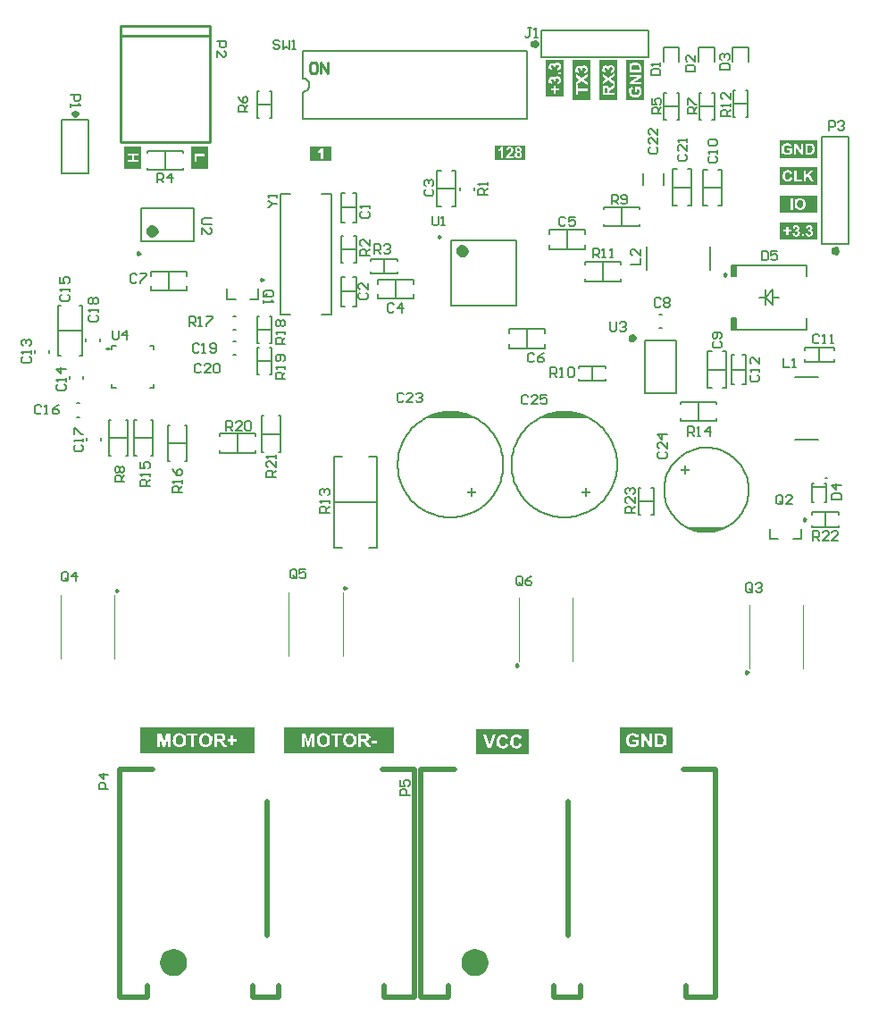
<source format=gto>
G04*
G04 #@! TF.GenerationSoftware,Altium Limited,Altium Designer,20.2.6 (244)*
G04*
G04 Layer_Color=65535*
%FSLAX25Y25*%
%MOIN*%
G70*
G04*
G04 #@! TF.SameCoordinates,8FED6943-84A2-46AE-932A-9FA205965DA7*
G04*
G04*
G04 #@! TF.FilePolarity,Positive*
G04*
G01*
G75*
%ADD10C,0.01575*%
%ADD11C,0.00984*%
%ADD12C,0.02362*%
%ADD13C,0.00787*%
%ADD14C,0.05000*%
%ADD15C,0.01000*%
%ADD16C,0.00591*%
%ADD17C,0.02000*%
%ADD18C,0.00800*%
%ADD19C,0.00394*%
%ADD20C,0.00500*%
%ADD21C,0.00700*%
%ADD22C,0.00709*%
G36*
X3681Y218091D02*
X4655Y218545D01*
X6690Y219236D01*
X8789Y219701D01*
X10925Y219935D01*
X13075D01*
X15211Y219701D01*
X17310Y219236D01*
X19345Y218545D01*
X20319Y218091D01*
Y218091D01*
X3681Y218091D01*
D02*
G37*
G36*
X46181D02*
X47155Y218545D01*
X49190Y219236D01*
X51289Y219701D01*
X53425Y219935D01*
X55575D01*
X57711Y219701D01*
X59810Y219236D01*
X61845Y218545D01*
X62819Y218091D01*
Y218091D01*
X46181Y218091D01*
D02*
G37*
G36*
X114155Y176588D02*
X113376Y176224D01*
X111748Y175672D01*
X110069Y175300D01*
X108360Y175112D01*
X106640D01*
X104931Y175300D01*
X103252Y175672D01*
X101624Y176224D01*
X100845Y176588D01*
X100845D01*
X114155D01*
D02*
G37*
G36*
X117024Y255368D02*
X118402Y255368D01*
X118480Y255368D01*
X118625Y255308D01*
X118735Y255197D01*
X118795Y255053D01*
X118795Y254974D01*
X118796Y254974D01*
X118795Y250742D01*
X117024D01*
Y255368D01*
D02*
G37*
G36*
Y270132D02*
X118402Y270132D01*
X118480Y270132D01*
X118625Y270192D01*
X118735Y270303D01*
X118795Y270447D01*
X118795Y270526D01*
X118796Y270526D01*
X118795Y274758D01*
X117024D01*
Y270132D01*
D02*
G37*
G36*
X39781Y314058D02*
X28723D01*
Y319406D01*
X39781D01*
Y314058D01*
D02*
G37*
G36*
X54234Y337731D02*
X47734D01*
Y351245D01*
X54234D01*
Y337731D01*
D02*
G37*
G36*
X-78312Y310499D02*
X-84688D01*
Y319001D01*
X-78312D01*
Y310499D01*
D02*
G37*
G36*
X84234Y336221D02*
X77734D01*
Y351245D01*
X84234D01*
Y336221D01*
D02*
G37*
G36*
X-9051Y102250D02*
Y92750D01*
X-49949D01*
Y102250D01*
X-9051D01*
D02*
G37*
G36*
X94845Y92750D02*
X75155D01*
Y102250D01*
X94845D01*
Y92750D01*
D02*
G37*
G36*
X148819Y300750D02*
Y294250D01*
X134743D01*
Y300750D01*
X148819D01*
D02*
G37*
G36*
Y290750D02*
Y284250D01*
X134743D01*
Y290750D01*
X148819D01*
D02*
G37*
G36*
X41346Y92250D02*
X21655D01*
Y101750D01*
X41346D01*
Y92250D01*
D02*
G37*
G36*
X74234Y336221D02*
X67734D01*
Y351245D01*
X74234D01*
Y336221D01*
D02*
G37*
G36*
X-61153Y92750D02*
X-103847D01*
Y102250D01*
X-61153D01*
Y92750D01*
D02*
G37*
G36*
X-103312Y310499D02*
X-109688D01*
Y319001D01*
X-103312D01*
Y310499D01*
D02*
G37*
G36*
X148819Y311250D02*
Y304750D01*
X134743D01*
Y311250D01*
X148819D01*
D02*
G37*
G36*
Y321250D02*
Y314750D01*
X134743D01*
Y321250D01*
X148819D01*
D02*
G37*
G36*
X-32366Y313665D02*
X-40469D01*
Y319012D01*
X-32366D01*
Y313665D01*
D02*
G37*
G36*
X64234Y336221D02*
X57734D01*
Y351245D01*
X64234D01*
Y336221D01*
D02*
G37*
G36*
X99787Y198523D02*
X101172D01*
Y197939D01*
X99787D01*
Y196569D01*
X99211D01*
Y197939D01*
X97840D01*
Y198523D01*
X99211D01*
Y199893D01*
X99787D01*
Y198523D01*
D02*
G37*
G36*
X62789Y190218D02*
X64160D01*
Y189635D01*
X62789D01*
Y188264D01*
X62213D01*
Y189635D01*
X60828D01*
Y190218D01*
X62213D01*
Y191589D01*
X62789D01*
Y190218D01*
D02*
G37*
G36*
X20289D02*
X21660D01*
Y189635D01*
X20289D01*
Y188264D01*
X19713D01*
Y189635D01*
X18328D01*
Y190218D01*
X19713D01*
Y191589D01*
X20289D01*
Y190218D01*
D02*
G37*
%LPC*%
G36*
X35475Y318863D02*
X32680D01*
Y314680D01*
X35475D01*
Y315419D01*
X33888D01*
X33937Y315497D01*
X33990Y315563D01*
X34015Y315593D01*
X34033Y315617D01*
X34045Y315629D01*
X34051Y315635D01*
X34075Y315659D01*
X34099Y315690D01*
X34171Y315756D01*
X34249Y315834D01*
X34327Y315912D01*
X34405Y315984D01*
X34471Y316044D01*
X34495Y316068D01*
X34513Y316086D01*
X34525Y316092D01*
X34531Y316098D01*
X34664Y316224D01*
X34772Y316327D01*
X34862Y316423D01*
X34934Y316495D01*
X34988Y316555D01*
X35024Y316597D01*
X35048Y316627D01*
X35054Y316633D01*
X35132Y316735D01*
X35199Y316831D01*
X35253Y316922D01*
X35295Y317000D01*
X35331Y317066D01*
X35355Y317120D01*
X35367Y317150D01*
X35373Y317162D01*
X35409Y317258D01*
X35433Y317354D01*
X35451Y317444D01*
X35463Y317529D01*
X35469Y317595D01*
X35475Y317649D01*
Y317697D01*
X35469Y317787D01*
X35457Y317877D01*
X35445Y317961D01*
X35421Y318039D01*
X35361Y318178D01*
X35301Y318298D01*
X35265Y318352D01*
X35235Y318394D01*
X35205Y318436D01*
X35175Y318466D01*
X35151Y318490D01*
X35138Y318514D01*
X35126Y318520D01*
X35120Y318526D01*
X35054Y318586D01*
X34976Y318640D01*
X34904Y318683D01*
X34820Y318719D01*
X34664Y318779D01*
X34507Y318821D01*
X34435Y318833D01*
X34369Y318845D01*
X34309Y318851D01*
X34255Y318857D01*
X34213Y318863D01*
X35475D01*
D02*
G37*
G36*
X31587D02*
X29759D01*
Y314680D01*
D01*
Y317090D01*
X29976Y317174D01*
X30168Y317264D01*
X30258Y317312D01*
X30343Y317366D01*
X30421Y317414D01*
X30493Y317462D01*
X30559Y317511D01*
X30619Y317553D01*
X30667Y317589D01*
X30709Y317625D01*
X30745Y317655D01*
X30769Y317673D01*
X30781Y317685D01*
X30787Y317691D01*
Y314680D01*
X31587D01*
Y318863D01*
D02*
G37*
G36*
X38745D02*
X36004D01*
Y314602D01*
D01*
Y315864D01*
X36010Y315750D01*
X36022Y315648D01*
X36046Y315545D01*
X36076Y315455D01*
X36106Y315365D01*
X36142Y315287D01*
X36184Y315215D01*
X36226Y315149D01*
X36268Y315095D01*
X36310Y315040D01*
X36347Y314998D01*
X36377Y314962D01*
X36407Y314932D01*
X36431Y314914D01*
X36443Y314902D01*
X36449Y314896D01*
X36521Y314842D01*
X36599Y314800D01*
X36677Y314758D01*
X36755Y314728D01*
X36911Y314674D01*
X37062Y314638D01*
X37134Y314626D01*
X37194Y314620D01*
X37248Y314614D01*
X37296Y314608D01*
X37338Y314602D01*
X37392D01*
X37506Y314608D01*
X37609Y314620D01*
X37711Y314638D01*
X37807Y314656D01*
X37891Y314686D01*
X37969Y314716D01*
X38047Y314746D01*
X38113Y314782D01*
X38173Y314818D01*
X38222Y314848D01*
X38270Y314878D01*
X38306Y314908D01*
X38336Y314926D01*
X38354Y314944D01*
X38366Y314956D01*
X38372Y314962D01*
X38438Y315035D01*
X38492Y315107D01*
X38546Y315185D01*
X38588Y315263D01*
X38624Y315341D01*
X38654Y315419D01*
X38696Y315569D01*
X38714Y315635D01*
X38726Y315696D01*
X38732Y315756D01*
X38738Y315804D01*
X38745Y315846D01*
Y315900D01*
X38738Y316026D01*
X38714Y316140D01*
X38690Y316248D01*
X38654Y316339D01*
X38624Y316411D01*
X38594Y316465D01*
X38570Y316501D01*
X38564Y316513D01*
X38492Y316609D01*
X38408Y316693D01*
X38318Y316765D01*
X38234Y316819D01*
X38155Y316867D01*
X38095Y316904D01*
X38071Y316916D01*
X38053Y316922D01*
X38041Y316928D01*
X38035D01*
X38131Y316976D01*
X38216Y317030D01*
X38288Y317084D01*
X38348Y317144D01*
X38396Y317192D01*
X38426Y317234D01*
X38450Y317258D01*
X38456Y317270D01*
X38510Y317360D01*
X38546Y317450D01*
X38576Y317535D01*
X38594Y317613D01*
X38606Y317685D01*
X38612Y317739D01*
Y317775D01*
Y317781D01*
Y317787D01*
X38606Y317871D01*
X38600Y317955D01*
X38558Y318106D01*
X38510Y318232D01*
X38450Y318346D01*
X38384Y318436D01*
X38360Y318472D01*
X38336Y318502D01*
X38312Y318526D01*
X38294Y318544D01*
X38288Y318550D01*
X38282Y318556D01*
X38216Y318610D01*
X38149Y318658D01*
X38071Y318701D01*
X37999Y318737D01*
X37843Y318791D01*
X37693Y318827D01*
X37627Y318839D01*
X37560Y318845D01*
X37506Y318851D01*
X37452Y318857D01*
X37416Y318863D01*
X38745D01*
D01*
D02*
G37*
%LPD*%
G36*
X34051Y318857D02*
X33955Y318851D01*
X33768Y318821D01*
X33612Y318773D01*
X33540Y318749D01*
X33474Y318719D01*
X33414Y318694D01*
X33365Y318665D01*
X33317Y318640D01*
X33281Y318622D01*
X33251Y318598D01*
X33233Y318586D01*
X33221Y318580D01*
X33215Y318574D01*
X33149Y318514D01*
X33089Y318454D01*
X33035Y318382D01*
X32987Y318304D01*
X32915Y318148D01*
X32855Y317997D01*
X32837Y317919D01*
X32819Y317853D01*
X32801Y317793D01*
X32794Y317739D01*
X32783Y317691D01*
Y317661D01*
X32776Y317637D01*
Y317631D01*
X33570Y317553D01*
X33582Y317673D01*
X33606Y317775D01*
X33630Y317865D01*
X33660Y317931D01*
X33684Y317985D01*
X33708Y318021D01*
X33726Y318045D01*
X33732Y318052D01*
X33792Y318100D01*
X33858Y318136D01*
X33924Y318166D01*
X33990Y318184D01*
X34045Y318196D01*
X34093Y318202D01*
X34135D01*
X34225Y318196D01*
X34303Y318178D01*
X34369Y318154D01*
X34429Y318130D01*
X34471Y318106D01*
X34507Y318081D01*
X34525Y318063D01*
X34531Y318057D01*
X34580Y317997D01*
X34616Y317931D01*
X34640Y317865D01*
X34658Y317799D01*
X34670Y317739D01*
X34676Y317685D01*
Y317655D01*
Y317649D01*
Y317643D01*
X34670Y317553D01*
X34652Y317469D01*
X34622Y317384D01*
X34591Y317312D01*
X34561Y317246D01*
X34531Y317198D01*
X34513Y317168D01*
X34507Y317156D01*
X34483Y317120D01*
X34447Y317078D01*
X34399Y317024D01*
X34351Y316976D01*
X34243Y316862D01*
X34135Y316747D01*
X34027Y316639D01*
X33979Y316591D01*
X33930Y316555D01*
X33894Y316519D01*
X33870Y316495D01*
X33852Y316477D01*
X33846Y316471D01*
X33726Y316357D01*
X33618Y316248D01*
X33516Y316146D01*
X33426Y316056D01*
X33342Y315966D01*
X33269Y315882D01*
X33203Y315810D01*
X33149Y315738D01*
X33101Y315677D01*
X33059Y315623D01*
X33023Y315581D01*
X32999Y315539D01*
X32975Y315515D01*
X32963Y315491D01*
X32951Y315479D01*
Y315473D01*
X32873Y315335D01*
X32813Y315191D01*
X32765Y315058D01*
X32728Y314938D01*
X32704Y314830D01*
X32698Y314788D01*
X32692Y314752D01*
X32686Y314722D01*
X32680Y314698D01*
Y318863D01*
X34153D01*
X34051Y318857D01*
D02*
G37*
G36*
X30877Y318725D02*
X30799Y318598D01*
X30715Y318478D01*
X30631Y318382D01*
X30559Y318304D01*
X30493Y318244D01*
X30469Y318220D01*
X30451Y318202D01*
X30439Y318196D01*
X30433Y318190D01*
X30300Y318094D01*
X30174Y318009D01*
X30060Y317943D01*
X29958Y317895D01*
X29874Y317859D01*
X29814Y317829D01*
X29790Y317823D01*
X29772Y317817D01*
X29765Y317811D01*
X29759D01*
Y318863D01*
X30937D01*
X30877Y318725D01*
D02*
G37*
G36*
X37440Y318226D02*
X37512Y318208D01*
X37573Y318190D01*
X37627Y318166D01*
X37669Y318136D01*
X37699Y318118D01*
X37717Y318100D01*
X37723Y318094D01*
X37771Y318039D01*
X37801Y317979D01*
X37825Y317919D01*
X37843Y317859D01*
X37855Y317811D01*
X37861Y317769D01*
Y317745D01*
Y317733D01*
X37855Y317649D01*
X37837Y317571D01*
X37819Y317511D01*
X37795Y317457D01*
X37765Y317408D01*
X37747Y317378D01*
X37729Y317360D01*
X37723Y317354D01*
X37669Y317312D01*
X37609Y317276D01*
X37549Y317252D01*
X37488Y317240D01*
X37434Y317228D01*
X37392Y317222D01*
X37356D01*
X37278Y317228D01*
X37206Y317240D01*
X37146Y317264D01*
X37092Y317288D01*
X37050Y317312D01*
X37020Y317336D01*
X37001Y317348D01*
X36996Y317354D01*
X36953Y317408D01*
X36917Y317469D01*
X36893Y317529D01*
X36881Y317589D01*
X36869Y317643D01*
X36863Y317685D01*
Y317715D01*
Y317727D01*
X36869Y317811D01*
X36881Y317883D01*
X36905Y317943D01*
X36929Y317997D01*
X36953Y318039D01*
X36977Y318070D01*
X36990Y318088D01*
X36996Y318094D01*
X37050Y318142D01*
X37110Y318172D01*
X37170Y318196D01*
X37230Y318214D01*
X37284Y318226D01*
X37326Y318232D01*
X37362D01*
X37440Y318226D01*
D02*
G37*
G36*
X37248Y318857D02*
X37146Y318851D01*
X37050Y318833D01*
X36959Y318815D01*
X36875Y318791D01*
X36797Y318767D01*
X36731Y318737D01*
X36671Y318713D01*
X36611Y318683D01*
X36563Y318653D01*
X36527Y318628D01*
X36491Y318604D01*
X36467Y318586D01*
X36449Y318568D01*
X36437Y318562D01*
X36431Y318556D01*
X36377Y318496D01*
X36322Y318436D01*
X36280Y318370D01*
X36244Y318310D01*
X36184Y318178D01*
X36148Y318057D01*
X36124Y317949D01*
X36118Y317901D01*
X36112Y317865D01*
X36106Y317829D01*
Y317805D01*
Y317793D01*
Y317787D01*
X36112Y317685D01*
X36130Y317595D01*
X36148Y317505D01*
X36178Y317432D01*
X36202Y317366D01*
X36220Y317324D01*
X36238Y317294D01*
X36244Y317282D01*
X36304Y317204D01*
X36377Y317132D01*
X36449Y317072D01*
X36527Y317018D01*
X36593Y316982D01*
X36647Y316952D01*
X36683Y316934D01*
X36689Y316928D01*
X36695D01*
X36569Y316862D01*
X36461Y316795D01*
X36371Y316723D01*
X36298Y316651D01*
X36238Y316585D01*
X36196Y316537D01*
X36172Y316501D01*
X36166Y316495D01*
Y316489D01*
X36112Y316381D01*
X36070Y316272D01*
X36046Y316164D01*
X36022Y316068D01*
X36010Y315990D01*
X36004Y315924D01*
Y318863D01*
X37356D01*
X37248Y318857D01*
D02*
G37*
G36*
X37458Y316585D02*
X37543Y316561D01*
X37615Y316537D01*
X37675Y316501D01*
X37723Y316471D01*
X37759Y316441D01*
X37783Y316417D01*
X37789Y316411D01*
X37843Y316339D01*
X37885Y316261D01*
X37915Y316182D01*
X37939Y316104D01*
X37951Y316038D01*
X37957Y315984D01*
Y315948D01*
Y315942D01*
Y315936D01*
X37951Y315816D01*
X37933Y315714D01*
X37903Y315623D01*
X37873Y315551D01*
X37843Y315491D01*
X37813Y315455D01*
X37795Y315425D01*
X37789Y315419D01*
X37723Y315359D01*
X37657Y315317D01*
X37591Y315287D01*
X37524Y315269D01*
X37464Y315257D01*
X37422Y315245D01*
X37380D01*
X37290Y315251D01*
X37206Y315275D01*
X37134Y315305D01*
X37074Y315335D01*
X37026Y315371D01*
X36990Y315395D01*
X36966Y315419D01*
X36959Y315425D01*
X36905Y315503D01*
X36863Y315587D01*
X36833Y315671D01*
X36815Y315756D01*
X36803Y315834D01*
X36791Y315894D01*
Y315918D01*
Y315936D01*
Y315942D01*
Y315948D01*
X36797Y316032D01*
X36815Y316116D01*
X36833Y316188D01*
X36863Y316254D01*
X36887Y316309D01*
X36905Y316351D01*
X36923Y316375D01*
X36929Y316387D01*
X36990Y316453D01*
X37062Y316507D01*
X37134Y316543D01*
X37206Y316567D01*
X37266Y316579D01*
X37320Y316591D01*
X37368D01*
X37458Y316585D01*
D02*
G37*
%LPC*%
G36*
X51898Y350310D02*
X51841D01*
X51695Y350298D01*
X51567Y350272D01*
X51446Y350240D01*
X51350Y350196D01*
X51268Y350151D01*
X51210Y350119D01*
X51172Y350094D01*
X51159Y350081D01*
X51064Y349992D01*
X50981Y349890D01*
X50917Y349788D01*
X50866Y349693D01*
X50828Y349610D01*
X50809Y349540D01*
X50796Y349514D01*
Y349495D01*
X50790Y349482D01*
Y349476D01*
X50720Y349591D01*
X50650Y349686D01*
X50573Y349769D01*
X50497Y349845D01*
X50420Y349909D01*
X50344Y349960D01*
X50268Y349998D01*
X50197Y350037D01*
X50128Y350062D01*
X50064Y350081D01*
X50006Y350094D01*
X49955Y350100D01*
X49917Y350107D01*
X49885Y350113D01*
X49866D01*
X49860D01*
X49784Y350107D01*
X49713Y350100D01*
X49573Y350062D01*
X49446Y350017D01*
X49338Y349960D01*
X49248Y349903D01*
X49185Y349852D01*
X49159Y349833D01*
X49140Y349814D01*
X49134Y349807D01*
X49127Y349801D01*
X49057Y349731D01*
X48994Y349648D01*
X48943Y349571D01*
X48898Y349489D01*
X48853Y349399D01*
X48822Y349317D01*
X48777Y349158D01*
X48758Y349087D01*
X48745Y349017D01*
X48739Y348960D01*
X48732Y348903D01*
X48726Y348858D01*
Y348903D01*
Y347380D01*
Y348801D01*
X48732Y348667D01*
X48745Y348546D01*
X48771Y348431D01*
X48796Y348336D01*
X48822Y348259D01*
X48847Y348196D01*
X48860Y348157D01*
X48866Y348151D01*
Y348145D01*
X48924Y348043D01*
X48987Y347947D01*
X49051Y347871D01*
X49108Y347807D01*
X49166Y347756D01*
X49210Y347718D01*
X49236Y347692D01*
X49248Y347686D01*
X49344Y347629D01*
X49446Y347578D01*
X49554Y347539D01*
X49656Y347501D01*
X49752Y347476D01*
X49822Y347457D01*
X49854Y347450D01*
X49873D01*
X49885Y347444D01*
X49892D01*
X50019Y348221D01*
X49917Y348240D01*
X49828Y348266D01*
X49752Y348291D01*
X49694Y348323D01*
X49643Y348355D01*
X49605Y348380D01*
X49586Y348399D01*
X49580Y348406D01*
X49529Y348463D01*
X49490Y348527D01*
X49465Y348590D01*
X49446Y348648D01*
X49433Y348699D01*
X49427Y348737D01*
Y348775D01*
X49433Y348852D01*
X49446Y348928D01*
X49471Y348986D01*
X49490Y349036D01*
X49516Y349081D01*
X49541Y349107D01*
X49554Y349126D01*
X49560Y349132D01*
X49611Y349177D01*
X49675Y349208D01*
X49733Y349234D01*
X49790Y349247D01*
X49841Y349259D01*
X49879Y349266D01*
X49905D01*
X49917D01*
X50013Y349259D01*
X50096Y349240D01*
X50166Y349208D01*
X50223Y349177D01*
X50274Y349138D01*
X50306Y349113D01*
X50331Y349087D01*
X50338Y349081D01*
X50389Y349005D01*
X50427Y348922D01*
X50452Y348833D01*
X50471Y348750D01*
X50478Y348673D01*
X50484Y348610D01*
Y348552D01*
X51166Y348463D01*
X51147Y348546D01*
X51128Y348616D01*
X51115Y348686D01*
X51108Y348743D01*
X51102Y348788D01*
Y348852D01*
X51108Y348941D01*
X51134Y349017D01*
X51159Y349087D01*
X51198Y349151D01*
X51230Y349196D01*
X51261Y349234D01*
X51287Y349259D01*
X51293Y349266D01*
X51370Y349323D01*
X51452Y349368D01*
X51535Y349399D01*
X51618Y349425D01*
X51695Y349438D01*
X51752Y349444D01*
X51790D01*
X51796D01*
X51803D01*
X51924Y349438D01*
X52032Y349419D01*
X52128Y349387D01*
X52204Y349355D01*
X52261Y349317D01*
X52306Y349291D01*
X52338Y349266D01*
X52344Y349259D01*
X52408Y349189D01*
X52459Y349113D01*
X52491Y349043D01*
X52516Y348973D01*
X52529Y348909D01*
X52535Y348864D01*
X52542Y348833D01*
Y348820D01*
X52535Y348731D01*
X52516Y348654D01*
X52491Y348584D01*
X52459Y348520D01*
X52433Y348476D01*
X52408Y348438D01*
X52389Y348412D01*
X52382Y348406D01*
X52312Y348348D01*
X52236Y348298D01*
X52153Y348266D01*
X52077Y348234D01*
X52007Y348215D01*
X51949Y348202D01*
X51911Y348196D01*
X51905D01*
X51898D01*
X52000Y347380D01*
D01*
X52102Y347393D01*
X52198Y347418D01*
X52376Y347476D01*
X52529Y347546D01*
X52593Y347590D01*
X52656Y347629D01*
X52714Y347667D01*
X52758Y347705D01*
X52803Y347737D01*
X52835Y347769D01*
X52860Y347794D01*
X52879Y347813D01*
X52892Y347826D01*
X52898Y347832D01*
X52956Y347909D01*
X53013Y347992D01*
X53058Y348068D01*
X53096Y348157D01*
X53160Y348323D01*
X53198Y348476D01*
X53211Y348552D01*
X53223Y348616D01*
X53230Y348673D01*
X53236Y348724D01*
X53242Y348769D01*
Y348826D01*
X53236Y348941D01*
X53223Y349056D01*
X53204Y349158D01*
X53179Y349259D01*
X53147Y349348D01*
X53115Y349438D01*
X53077Y349520D01*
X53039Y349591D01*
X53000Y349654D01*
X52962Y349718D01*
X52930Y349763D01*
X52898Y349807D01*
X52873Y349839D01*
X52854Y349865D01*
X52841Y349877D01*
X52835Y349884D01*
X52758Y349960D01*
X52675Y350024D01*
X52593Y350081D01*
X52510Y350132D01*
X52421Y350170D01*
X52338Y350208D01*
X52185Y350259D01*
X52115Y350272D01*
X52045Y350285D01*
X51987Y350298D01*
X51937Y350304D01*
X51898Y350310D01*
D02*
G37*
G36*
X53160Y346724D02*
X52312D01*
Y345877D01*
X53160D01*
Y346724D01*
D02*
G37*
G36*
X51898Y345170D02*
X51841D01*
X51695Y345157D01*
X51567Y345132D01*
X51446Y345100D01*
X51350Y345055D01*
X51268Y345011D01*
X51210Y344979D01*
X51172Y344953D01*
X51159Y344940D01*
X51064Y344851D01*
X50981Y344749D01*
X50917Y344648D01*
X50866Y344552D01*
X50828Y344469D01*
X50809Y344399D01*
X50796Y344374D01*
Y344355D01*
X50790Y344342D01*
Y344335D01*
X50720Y344450D01*
X50650Y344546D01*
X50573Y344628D01*
X50497Y344705D01*
X50420Y344769D01*
X50344Y344819D01*
X50268Y344858D01*
X50197Y344896D01*
X50128Y344921D01*
X50064Y344940D01*
X50006Y344953D01*
X49955Y344960D01*
X49917Y344966D01*
X49885Y344972D01*
X49866D01*
X49860D01*
X49784Y344966D01*
X49713Y344960D01*
X49573Y344921D01*
X49446Y344877D01*
X49338Y344819D01*
X49248Y344762D01*
X49185Y344711D01*
X49159Y344692D01*
X49140Y344673D01*
X49134Y344667D01*
X49127Y344660D01*
X49057Y344590D01*
X48994Y344507D01*
X48943Y344431D01*
X48898Y344348D01*
X48853Y344259D01*
X48822Y344176D01*
X48777Y344017D01*
X48758Y343947D01*
X48745Y343877D01*
X48739Y343819D01*
X48732Y343762D01*
X48726Y343718D01*
Y342240D01*
D01*
Y343660D01*
X48732Y343526D01*
X48745Y343405D01*
X48771Y343291D01*
X48796Y343195D01*
X48822Y343119D01*
X48847Y343055D01*
X48860Y343017D01*
X48866Y343010D01*
Y343004D01*
X48924Y342902D01*
X48987Y342807D01*
X49051Y342730D01*
X49108Y342666D01*
X49166Y342616D01*
X49210Y342577D01*
X49236Y342552D01*
X49248Y342545D01*
X49344Y342488D01*
X49446Y342437D01*
X49554Y342399D01*
X49656Y342361D01*
X49752Y342335D01*
X49822Y342316D01*
X49854Y342310D01*
X49873D01*
X49885Y342303D01*
X49892D01*
X50019Y343080D01*
X49917Y343100D01*
X49828Y343125D01*
X49752Y343150D01*
X49694Y343182D01*
X49643Y343214D01*
X49605Y343240D01*
X49586Y343259D01*
X49580Y343265D01*
X49529Y343322D01*
X49490Y343386D01*
X49465Y343450D01*
X49446Y343507D01*
X49433Y343558D01*
X49427Y343596D01*
Y343635D01*
X49433Y343711D01*
X49446Y343788D01*
X49471Y343845D01*
X49490Y343896D01*
X49516Y343940D01*
X49541Y343966D01*
X49554Y343985D01*
X49560Y343991D01*
X49611Y344036D01*
X49675Y344068D01*
X49733Y344093D01*
X49790Y344106D01*
X49841Y344119D01*
X49879Y344125D01*
X49905D01*
X49917D01*
X50013Y344119D01*
X50096Y344100D01*
X50166Y344068D01*
X50223Y344036D01*
X50274Y343998D01*
X50306Y343972D01*
X50331Y343947D01*
X50338Y343940D01*
X50389Y343864D01*
X50427Y343781D01*
X50452Y343692D01*
X50471Y343609D01*
X50478Y343533D01*
X50484Y343469D01*
Y343412D01*
X51166Y343322D01*
X51147Y343405D01*
X51128Y343475D01*
X51115Y343546D01*
X51108Y343603D01*
X51102Y343647D01*
Y343711D01*
X51108Y343800D01*
X51134Y343877D01*
X51159Y343947D01*
X51198Y344010D01*
X51230Y344055D01*
X51261Y344093D01*
X51287Y344119D01*
X51293Y344125D01*
X51370Y344182D01*
X51452Y344227D01*
X51535Y344259D01*
X51618Y344284D01*
X51695Y344297D01*
X51752Y344303D01*
X51790D01*
X51796D01*
X51803D01*
X51924Y344297D01*
X52032Y344278D01*
X52128Y344246D01*
X52204Y344214D01*
X52261Y344176D01*
X52306Y344151D01*
X52338Y344125D01*
X52344Y344119D01*
X52408Y344049D01*
X52459Y343972D01*
X52491Y343902D01*
X52516Y343832D01*
X52529Y343768D01*
X52535Y343724D01*
X52542Y343692D01*
Y343679D01*
X52535Y343590D01*
X52516Y343514D01*
X52491Y343444D01*
X52459Y343380D01*
X52433Y343335D01*
X52408Y343297D01*
X52389Y343272D01*
X52382Y343265D01*
X52312Y343208D01*
X52236Y343157D01*
X52153Y343125D01*
X52077Y343093D01*
X52007Y343074D01*
X51949Y343061D01*
X51911Y343055D01*
X51905D01*
X51898D01*
X52000Y342240D01*
D01*
X52102Y342252D01*
X52198Y342278D01*
X52376Y342335D01*
X52529Y342405D01*
X52593Y342450D01*
X52656Y342488D01*
X52714Y342526D01*
X52758Y342565D01*
X52803Y342596D01*
X52835Y342628D01*
X52860Y342654D01*
X52879Y342673D01*
X52892Y342686D01*
X52898Y342692D01*
X52956Y342768D01*
X53013Y342851D01*
X53058Y342928D01*
X53096Y343017D01*
X53160Y343182D01*
X53198Y343335D01*
X53211Y343412D01*
X53223Y343475D01*
X53230Y343533D01*
X53236Y343584D01*
X53242Y343628D01*
Y343686D01*
X53236Y343800D01*
X53223Y343915D01*
X53204Y344017D01*
X53179Y344119D01*
X53147Y344208D01*
X53115Y344297D01*
X53077Y344380D01*
X53039Y344450D01*
X53000Y344514D01*
X52962Y344577D01*
X52930Y344622D01*
X52898Y344667D01*
X52873Y344699D01*
X52854Y344724D01*
X52841Y344737D01*
X52835Y344743D01*
X52758Y344819D01*
X52675Y344883D01*
X52593Y344940D01*
X52510Y344991D01*
X52421Y345030D01*
X52338Y345068D01*
X52185Y345119D01*
X52115Y345132D01*
X52045Y345144D01*
X51987Y345157D01*
X51937Y345163D01*
X51898Y345170D01*
D02*
G37*
G36*
X52523Y341749D02*
Y340590D01*
X51382D01*
Y341749D01*
X52523D01*
X50592D01*
Y340590D01*
X49452D01*
Y339819D01*
X50592D01*
Y338666D01*
X49452D01*
X51382D01*
Y339819D01*
X52523D01*
Y338666D01*
Y341749D01*
D02*
G37*
G36*
X-79593Y316104D02*
X-83406D01*
Y313396D01*
X-79593D01*
Y316104D01*
D02*
G37*
%LPD*%
G36*
Y313396D02*
X-82757D01*
Y315327D01*
X-79593D01*
Y313396D01*
D02*
G37*
%LPC*%
G36*
X81118Y350275D02*
X81029D01*
X80806Y350268D01*
X80608Y350249D01*
X80513Y350243D01*
X80430Y350230D01*
X80347Y350218D01*
X80277Y350205D01*
X80213Y350186D01*
X80156Y350173D01*
X80105Y350160D01*
X80067Y350154D01*
X80035Y350141D01*
X80010Y350135D01*
X79997Y350128D01*
X79991D01*
X79838Y350071D01*
X79698Y350001D01*
X79576Y349931D01*
X79475Y349861D01*
X79392Y349803D01*
X79328Y349752D01*
X79290Y349721D01*
X79277Y349714D01*
Y349708D01*
X79175Y349600D01*
X79092Y349491D01*
X79022Y349377D01*
X78965Y349275D01*
X78920Y349185D01*
X78888Y349109D01*
X78882Y349084D01*
X78876Y349064D01*
X78869Y349052D01*
Y349045D01*
X78838Y348924D01*
X78819Y348791D01*
X78799Y348651D01*
X78793Y348517D01*
X78787Y348396D01*
X78780Y348345D01*
Y350275D01*
D01*
Y346587D01*
X83188D01*
Y348255D01*
X83182Y348428D01*
X83175Y348587D01*
X83163Y348721D01*
X83144Y348829D01*
X83125Y348918D01*
X83112Y348988D01*
X83105Y349007D01*
Y349026D01*
X83099Y349033D01*
Y349039D01*
X83048Y349179D01*
X82991Y349307D01*
X82933Y349409D01*
X82876Y349498D01*
X82825Y349568D01*
X82787Y349619D01*
X82762Y349651D01*
X82749Y349663D01*
X82628Y349772D01*
X82500Y349867D01*
X82367Y349950D01*
X82245Y350014D01*
X82131Y350065D01*
X82086Y350090D01*
X82048Y350103D01*
X82010Y350116D01*
X81984Y350128D01*
X81972Y350135D01*
X81965D01*
X81812Y350179D01*
X81653Y350218D01*
X81500Y350243D01*
X81354Y350256D01*
X81284Y350262D01*
X81220Y350268D01*
X81169D01*
X81118Y350275D01*
D02*
G37*
G36*
X83188Y345644D02*
X78780D01*
Y344822D01*
X81749D01*
X78780Y343000D01*
Y342140D01*
X83188D01*
Y345644D01*
D02*
G37*
G36*
X82596Y341312D02*
X80825D01*
Y339395D01*
X81570D01*
Y340414D01*
X82137D01*
X82195Y340338D01*
X82245Y340255D01*
X82290Y340172D01*
X82328Y340096D01*
X82360Y340032D01*
X82386Y339974D01*
X82398Y339943D01*
X82405Y339936D01*
Y339930D01*
X82443Y339828D01*
X82468Y339726D01*
X82488Y339631D01*
X82500Y339548D01*
X82507Y339471D01*
X82513Y339420D01*
Y339369D01*
X82507Y339267D01*
X82494Y339165D01*
X82475Y339076D01*
X82449Y338987D01*
X82386Y338828D01*
X82354Y338764D01*
X82316Y338701D01*
X82277Y338643D01*
X82245Y338592D01*
X82207Y338554D01*
X82182Y338516D01*
X82156Y338490D01*
X82137Y338471D01*
X82125Y338458D01*
X82118Y338452D01*
X82042Y338395D01*
X81953Y338337D01*
X81863Y338293D01*
X81768Y338255D01*
X81570Y338191D01*
X81379Y338153D01*
X81290Y338140D01*
X81201Y338127D01*
X81131Y338121D01*
X81061Y338115D01*
X81010Y338108D01*
X80965D01*
X80940D01*
X80933D01*
X80800Y338115D01*
X80678Y338121D01*
X80558Y338140D01*
X80449Y338159D01*
X80354Y338184D01*
X80264Y338216D01*
X80182Y338248D01*
X80105Y338280D01*
X80041Y338306D01*
X79984Y338337D01*
X79940Y338369D01*
X79901Y338395D01*
X79870Y338414D01*
X79850Y338433D01*
X79838Y338439D01*
X79831Y338446D01*
X79768Y338516D01*
X79704Y338586D01*
X79659Y338662D01*
X79615Y338739D01*
X79576Y338815D01*
X79545Y338892D01*
X79500Y339038D01*
X79487Y339108D01*
X79475Y339172D01*
X79468Y339229D01*
X79462Y339280D01*
X79456Y339318D01*
Y339376D01*
X79462Y339516D01*
X79487Y339637D01*
X79513Y339745D01*
X79551Y339841D01*
X79583Y339911D01*
X79615Y339968D01*
X79640Y340000D01*
X79647Y340013D01*
X79723Y340102D01*
X79806Y340178D01*
X79889Y340242D01*
X79971Y340287D01*
X80048Y340325D01*
X80105Y340350D01*
X80143Y340363D01*
X80150Y340370D01*
X80156D01*
X79991Y341255D01*
X79882Y341229D01*
X79774Y341191D01*
X79678Y341153D01*
X79589Y341102D01*
X79500Y341057D01*
X79424Y341006D01*
X79353Y340955D01*
X79290Y340904D01*
X79233Y340854D01*
X79182Y340809D01*
X79137Y340771D01*
X79105Y340733D01*
X79080Y340701D01*
X79054Y340675D01*
X79048Y340663D01*
X79041Y340656D01*
X78978Y340567D01*
X78927Y340471D01*
X78882Y340370D01*
X78844Y340261D01*
X78780Y340051D01*
X78742Y339847D01*
X78723Y339752D01*
X78716Y339662D01*
X78710Y339580D01*
X78704Y339510D01*
X78697Y339452D01*
Y341312D01*
D01*
Y337191D01*
X83271D01*
X80971D01*
X81207Y337204D01*
X81424Y337229D01*
X81621Y337274D01*
X81717Y337293D01*
X81800Y337318D01*
X81876Y337344D01*
X81946Y337363D01*
X82003Y337388D01*
X82054Y337407D01*
X82093Y337420D01*
X82125Y337433D01*
X82144Y337446D01*
X82150D01*
X82341Y337554D01*
X82507Y337675D01*
X82653Y337802D01*
X82768Y337930D01*
X82819Y337987D01*
X82863Y338044D01*
X82902Y338089D01*
X82927Y338134D01*
X82953Y338165D01*
X82972Y338197D01*
X82978Y338210D01*
X82984Y338216D01*
X83035Y338318D01*
X83080Y338414D01*
X83150Y338624D01*
X83201Y338828D01*
X83233Y339013D01*
X83246Y339102D01*
X83258Y339178D01*
X83265Y339248D01*
Y339312D01*
X83271Y339357D01*
Y339427D01*
X83265Y339631D01*
X83239Y339822D01*
X83207Y340006D01*
X83169Y340166D01*
X83150Y340236D01*
X83131Y340299D01*
X83112Y340357D01*
X83099Y340408D01*
X83086Y340446D01*
X83074Y340471D01*
X83067Y340491D01*
Y340497D01*
X82991Y340688D01*
X82908Y340847D01*
X82825Y340987D01*
X82755Y341108D01*
X82691Y341198D01*
X82666Y341229D01*
X82640Y341261D01*
X82621Y341280D01*
X82609Y341300D01*
X82596Y341312D01*
D02*
G37*
%LPD*%
G36*
X81169Y349351D02*
X81335Y349345D01*
X81468Y349326D01*
X81583Y349313D01*
X81679Y349294D01*
X81717Y349288D01*
X81742Y349275D01*
X81768Y349268D01*
X81787D01*
X81793Y349262D01*
X81800D01*
X81902Y349224D01*
X81991Y349192D01*
X82061Y349147D01*
X82118Y349115D01*
X82163Y349084D01*
X82195Y349058D01*
X82214Y349039D01*
X82220Y349033D01*
X82265Y348975D01*
X82303Y348918D01*
X82335Y348861D01*
X82360Y348803D01*
X82379Y348752D01*
X82392Y348714D01*
X82405Y348689D01*
Y348676D01*
X82418Y348606D01*
X82424Y348523D01*
X82437Y348434D01*
Y348345D01*
X82443Y348262D01*
Y347478D01*
X79526D01*
Y348058D01*
X79532Y348141D01*
Y348217D01*
X79538Y348281D01*
Y348338D01*
X79545Y348396D01*
Y348440D01*
X79557Y348510D01*
X79564Y348561D01*
X79570Y348593D01*
Y348600D01*
X79596Y348689D01*
X79627Y348765D01*
X79659Y348835D01*
X79698Y348899D01*
X79729Y348943D01*
X79755Y348982D01*
X79774Y349001D01*
X79780Y349007D01*
X79844Y349064D01*
X79914Y349115D01*
X79984Y349160D01*
X80048Y349198D01*
X80112Y349224D01*
X80163Y349243D01*
X80194Y349256D01*
X80201Y349262D01*
X80207D01*
X80322Y349294D01*
X80443Y349319D01*
X80577Y349332D01*
X80704Y349345D01*
X80812Y349351D01*
X80863Y349358D01*
X80908D01*
X80940D01*
X80965D01*
X80984D01*
X80991D01*
X81169Y349351D01*
D02*
G37*
G36*
X83188Y342962D02*
X80284D01*
X83188Y344752D01*
Y342962D01*
D02*
G37*
G36*
X78704Y339146D02*
X78729Y338943D01*
X78748Y338853D01*
X78768Y338764D01*
X78787Y338681D01*
X78806Y338611D01*
X78831Y338548D01*
X78850Y338484D01*
X78869Y338439D01*
X78882Y338395D01*
X78901Y338363D01*
X78908Y338337D01*
X78920Y338325D01*
Y338318D01*
X79035Y338121D01*
X79105Y338038D01*
X79169Y337955D01*
X79239Y337879D01*
X79309Y337809D01*
X79379Y337745D01*
X79443Y337688D01*
X79506Y337643D01*
X79564Y337598D01*
X79615Y337560D01*
X79659Y337528D01*
X79698Y337509D01*
X79723Y337490D01*
X79742Y337484D01*
X79748Y337477D01*
X79850Y337426D01*
X79952Y337382D01*
X80163Y337312D01*
X80373Y337261D01*
X80558Y337229D01*
X80647Y337216D01*
X80723Y337204D01*
X80793Y337197D01*
X80857D01*
X80901Y337191D01*
X78697D01*
Y339376D01*
X78704Y339146D01*
D02*
G37*
%LPC*%
G36*
X-23154Y100117D02*
D01*
Y97493D01*
X-23161Y97719D01*
X-23183Y97930D01*
X-23212Y98127D01*
X-23256Y98317D01*
X-23307Y98484D01*
X-23366Y98645D01*
X-23424Y98790D01*
X-23489Y98914D01*
X-23555Y99031D01*
X-23613Y99133D01*
X-23672Y99220D01*
X-23723Y99293D01*
X-23759Y99344D01*
X-23796Y99388D01*
X-23817Y99410D01*
X-23825Y99417D01*
X-23956Y99541D01*
X-24094Y99651D01*
X-24240Y99745D01*
X-24386Y99826D01*
X-24539Y99891D01*
X-24685Y99949D01*
X-24831Y99993D01*
X-24969Y100030D01*
X-25100Y100059D01*
X-25224Y100081D01*
X-25334Y100095D01*
X-25429Y100110D01*
X-25501D01*
X-25560Y100117D01*
X-25611D01*
X-25829Y100110D01*
X-26041Y100088D01*
X-26223Y100051D01*
X-26384Y100015D01*
X-26449Y99993D01*
X-26515Y99979D01*
X-26566Y99964D01*
X-26610Y99942D01*
X-26646Y99935D01*
X-26675Y99920D01*
X-26690Y99913D01*
X-26697D01*
X-26828Y99855D01*
X-26952Y99782D01*
X-27062Y99702D01*
X-27156Y99629D01*
X-27237Y99563D01*
X-27302Y99505D01*
X-27338Y99468D01*
X-27346Y99461D01*
X-27353Y99454D01*
X-27455Y99337D01*
X-27550Y99213D01*
X-27630Y99104D01*
X-27696Y98994D01*
X-27747Y98900D01*
X-27790Y98827D01*
X-27798Y98798D01*
X-27812Y98776D01*
X-27820Y98769D01*
Y98761D01*
X-27893Y98557D01*
X-27951Y98338D01*
X-27987Y98120D01*
X-28016Y97916D01*
X-28024Y97821D01*
X-28031Y97733D01*
X-28038Y97660D01*
Y97595D01*
X-28046Y97536D01*
Y97464D01*
X-28038Y97245D01*
X-28016Y97033D01*
X-27987Y96837D01*
X-27944Y96654D01*
X-27893Y96487D01*
X-27834Y96334D01*
X-27776Y96188D01*
X-27710Y96064D01*
X-27652Y95947D01*
X-27594Y95853D01*
X-27535Y95765D01*
X-27484Y95692D01*
X-27441Y95641D01*
X-27411Y95597D01*
X-27389Y95575D01*
X-27382Y95568D01*
X-27251Y95444D01*
X-27112Y95342D01*
X-26974Y95247D01*
X-26821Y95174D01*
X-26675Y95109D01*
X-26522Y95051D01*
X-26384Y95007D01*
X-26238Y94970D01*
X-26107Y94941D01*
X-25983Y94919D01*
X-25873Y94905D01*
X-25778Y94898D01*
X-25706Y94890D01*
X-25647Y94883D01*
X-25596D01*
X-25392Y94890D01*
X-25203Y94912D01*
X-25020Y94949D01*
X-24853Y94992D01*
X-24692Y95043D01*
X-24546Y95102D01*
X-24415Y95160D01*
X-24291Y95226D01*
X-24189Y95291D01*
X-24094Y95350D01*
X-24014Y95408D01*
X-23949Y95459D01*
X-23890Y95503D01*
X-23854Y95539D01*
X-23832Y95561D01*
X-23825Y95568D01*
X-23708Y95707D01*
X-23606Y95853D01*
X-23511Y96006D01*
X-23438Y96159D01*
X-23373Y96319D01*
X-23314Y96479D01*
X-23271Y96640D01*
X-23234Y96793D01*
X-23212Y96931D01*
X-23190Y97070D01*
X-23176Y97186D01*
X-23161Y97289D01*
Y97376D01*
X-23154Y97442D01*
Y94883D01*
D01*
D01*
Y100117D01*
D02*
G37*
G36*
X-32945D02*
D01*
Y97493D01*
X-32952Y97719D01*
X-32974Y97930D01*
X-33003Y98127D01*
X-33047Y98317D01*
X-33098Y98484D01*
X-33156Y98645D01*
X-33214Y98790D01*
X-33280Y98914D01*
X-33345Y99031D01*
X-33404Y99133D01*
X-33462Y99220D01*
X-33513Y99293D01*
X-33550Y99344D01*
X-33586Y99388D01*
X-33608Y99410D01*
X-33615Y99417D01*
X-33746Y99541D01*
X-33885Y99651D01*
X-34031Y99745D01*
X-34176Y99826D01*
X-34330Y99891D01*
X-34475Y99949D01*
X-34621Y99993D01*
X-34760Y100030D01*
X-34891Y100059D01*
X-35015Y100081D01*
X-35124Y100095D01*
X-35219Y100110D01*
X-35292D01*
X-35350Y100117D01*
X-35401D01*
X-35620Y100110D01*
X-35831Y100088D01*
X-36014Y100051D01*
X-36174Y100015D01*
X-36240Y99993D01*
X-36305Y99979D01*
X-36356Y99964D01*
X-36400Y99942D01*
X-36436Y99935D01*
X-36466Y99920D01*
X-36480Y99913D01*
X-36487D01*
X-36619Y99855D01*
X-36743Y99782D01*
X-36852Y99702D01*
X-36947Y99629D01*
X-37027Y99563D01*
X-37093Y99505D01*
X-37129Y99468D01*
X-37136Y99461D01*
X-37144Y99454D01*
X-37246Y99337D01*
X-37340Y99213D01*
X-37421Y99104D01*
X-37486Y98994D01*
X-37537Y98900D01*
X-37581Y98827D01*
X-37588Y98798D01*
X-37603Y98776D01*
X-37610Y98769D01*
Y98761D01*
X-37683Y98557D01*
X-37741Y98338D01*
X-37778Y98120D01*
X-37807Y97916D01*
X-37814Y97821D01*
X-37821Y97733D01*
X-37829Y97660D01*
Y97595D01*
X-37836Y97536D01*
Y97464D01*
X-37829Y97245D01*
X-37807Y97033D01*
X-37778Y96837D01*
X-37734Y96654D01*
X-37683Y96487D01*
X-37625Y96334D01*
X-37566Y96188D01*
X-37501Y96064D01*
X-37442Y95947D01*
X-37384Y95853D01*
X-37326Y95765D01*
X-37275Y95692D01*
X-37231Y95641D01*
X-37202Y95597D01*
X-37180Y95575D01*
X-37173Y95568D01*
X-37042Y95444D01*
X-36903Y95342D01*
X-36764Y95247D01*
X-36611Y95174D01*
X-36466Y95109D01*
X-36312Y95051D01*
X-36174Y95007D01*
X-36028Y94970D01*
X-35897Y94941D01*
X-35773Y94919D01*
X-35664Y94905D01*
X-35569Y94898D01*
X-35496Y94890D01*
X-35438Y94883D01*
X-35387D01*
X-35182Y94890D01*
X-34993Y94912D01*
X-34811Y94949D01*
X-34643Y94992D01*
X-34483Y95043D01*
X-34337Y95102D01*
X-34206Y95160D01*
X-34082Y95226D01*
X-33980Y95291D01*
X-33885Y95350D01*
X-33805Y95408D01*
X-33739Y95459D01*
X-33681Y95503D01*
X-33644Y95539D01*
X-33623Y95561D01*
X-33615Y95568D01*
X-33499Y95707D01*
X-33397Y95853D01*
X-33302Y96006D01*
X-33229Y96159D01*
X-33163Y96319D01*
X-33105Y96479D01*
X-33061Y96640D01*
X-33025Y96793D01*
X-33003Y96931D01*
X-32981Y97070D01*
X-32966Y97186D01*
X-32952Y97289D01*
Y97376D01*
X-32945Y97442D01*
Y94883D01*
D01*
D01*
Y100117D01*
D02*
G37*
G36*
X-38660Y100022D02*
X-40191D01*
X-41087Y96574D01*
X-41991Y100022D01*
X-43515D01*
Y94978D01*
X-38660D01*
Y100022D01*
D02*
G37*
G36*
X-15485Y97296D02*
X-17388D01*
Y96326D01*
X-15485D01*
Y97296D01*
D02*
G37*
G36*
X-17818Y100022D02*
D01*
Y94978D01*
X-18437Y95962D01*
X-18503Y96064D01*
X-18569Y96166D01*
X-18627Y96253D01*
X-18685Y96334D01*
X-18736Y96407D01*
X-18780Y96479D01*
X-18868Y96589D01*
X-18933Y96676D01*
X-18977Y96735D01*
X-19013Y96771D01*
X-19021Y96778D01*
X-19101Y96866D01*
X-19196Y96946D01*
X-19283Y97012D01*
X-19371Y97077D01*
X-19443Y97128D01*
X-19502Y97165D01*
X-19545Y97194D01*
X-19553Y97201D01*
X-19560D01*
X-19436Y97223D01*
X-19327Y97252D01*
X-19225Y97281D01*
X-19123Y97318D01*
X-19035Y97354D01*
X-18955Y97391D01*
X-18875Y97427D01*
X-18809Y97471D01*
X-18751Y97507D01*
X-18700Y97544D01*
X-18656Y97580D01*
X-18627Y97609D01*
X-18598Y97631D01*
X-18576Y97653D01*
X-18569Y97660D01*
X-18561Y97668D01*
X-18503Y97741D01*
X-18452Y97813D01*
X-18364Y97974D01*
X-18306Y98127D01*
X-18270Y98280D01*
X-18241Y98411D01*
X-18233Y98462D01*
Y98513D01*
X-18226Y98550D01*
Y98586D01*
Y98601D01*
Y98608D01*
X-18233Y98769D01*
X-18262Y98922D01*
X-18299Y99053D01*
X-18335Y99169D01*
X-18379Y99264D01*
X-18416Y99337D01*
X-18430Y99359D01*
X-18445Y99381D01*
X-18452Y99388D01*
Y99395D01*
X-18540Y99519D01*
X-18634Y99621D01*
X-18729Y99702D01*
X-18824Y99774D01*
X-18911Y99818D01*
X-18977Y99855D01*
X-19021Y99876D01*
X-19028Y99884D01*
X-19035D01*
X-19108Y99906D01*
X-19188Y99928D01*
X-19371Y99964D01*
X-19567Y99986D01*
X-19757Y100008D01*
X-19852D01*
X-19932Y100015D01*
X-20012D01*
X-20078Y100022D01*
X-22352Y100022D01*
Y94978D01*
X-21331Y94978D01*
Y97084D01*
X-21003D01*
X-20901Y97077D01*
X-20814Y97070D01*
X-20741Y97055D01*
X-20683Y97048D01*
X-20646Y97034D01*
X-20624Y97026D01*
X-20617D01*
X-20559Y96997D01*
X-20501Y96968D01*
X-20449Y96931D01*
X-20398Y96902D01*
X-20362Y96866D01*
X-20333Y96837D01*
X-20318Y96822D01*
X-20311Y96815D01*
X-20282Y96778D01*
X-20245Y96742D01*
X-20165Y96632D01*
X-20078Y96516D01*
X-19983Y96385D01*
X-19903Y96268D01*
X-19866Y96210D01*
X-19837Y96166D01*
X-19808Y96130D01*
X-19786Y96100D01*
X-19779Y96078D01*
X-19771Y96071D01*
X-19042Y94978D01*
X-20291D01*
X-17818D01*
Y100022D01*
D02*
G37*
G36*
X-28498Y100022D02*
X-32500D01*
Y99169D01*
X-31005D01*
Y94978D01*
X-32500D01*
X-28498D01*
Y100022D01*
D02*
G37*
%LPD*%
G36*
X-25480Y99242D02*
X-25370Y99228D01*
X-25268Y99213D01*
X-25173Y99184D01*
X-25006Y99111D01*
X-24926Y99075D01*
X-24860Y99038D01*
X-24794Y98994D01*
X-24743Y98958D01*
X-24700Y98922D01*
X-24656Y98885D01*
X-24627Y98856D01*
X-24605Y98841D01*
X-24598Y98827D01*
X-24590Y98820D01*
X-24525Y98732D01*
X-24459Y98637D01*
X-24408Y98542D01*
X-24364Y98433D01*
X-24299Y98214D01*
X-24255Y98003D01*
X-24233Y97908D01*
X-24226Y97813D01*
X-24218Y97733D01*
X-24211Y97660D01*
X-24204Y97595D01*
Y97551D01*
Y97522D01*
Y97515D01*
X-24211Y97354D01*
X-24218Y97201D01*
X-24240Y97063D01*
X-24262Y96939D01*
X-24291Y96815D01*
X-24328Y96705D01*
X-24364Y96611D01*
X-24401Y96523D01*
X-24437Y96443D01*
X-24474Y96377D01*
X-24503Y96319D01*
X-24539Y96268D01*
X-24561Y96232D01*
X-24583Y96210D01*
X-24590Y96195D01*
X-24598Y96188D01*
X-24670Y96108D01*
X-24751Y96042D01*
X-24838Y95984D01*
X-24918Y95933D01*
X-25006Y95896D01*
X-25086Y95860D01*
X-25246Y95809D01*
X-25385Y95772D01*
X-25443Y95765D01*
X-25494Y95758D01*
X-25538Y95750D01*
X-25596D01*
X-25706Y95758D01*
X-25815Y95772D01*
X-25917Y95794D01*
X-26012Y95823D01*
X-26187Y95889D01*
X-26325Y95976D01*
X-26391Y96013D01*
X-26442Y96057D01*
X-26493Y96093D01*
X-26529Y96130D01*
X-26559Y96151D01*
X-26580Y96173D01*
X-26595Y96188D01*
X-26602Y96195D01*
X-26668Y96283D01*
X-26733Y96377D01*
X-26785Y96479D01*
X-26828Y96589D01*
X-26901Y96800D01*
X-26945Y97012D01*
X-26959Y97114D01*
X-26974Y97201D01*
X-26981Y97289D01*
X-26989Y97361D01*
X-26996Y97420D01*
Y97464D01*
Y97493D01*
Y97500D01*
X-26989Y97660D01*
X-26981Y97806D01*
X-26959Y97945D01*
X-26938Y98076D01*
X-26908Y98193D01*
X-26879Y98302D01*
X-26843Y98397D01*
X-26806Y98484D01*
X-26770Y98564D01*
X-26733Y98630D01*
X-26704Y98681D01*
X-26675Y98732D01*
X-26653Y98769D01*
X-26631Y98790D01*
X-26624Y98805D01*
X-26617Y98812D01*
X-26544Y98892D01*
X-26464Y98958D01*
X-26376Y99016D01*
X-26296Y99067D01*
X-26209Y99111D01*
X-26121Y99140D01*
X-25961Y99199D01*
X-25815Y99228D01*
X-25757Y99235D01*
X-25698Y99242D01*
X-25655Y99250D01*
X-25596D01*
X-25480Y99242D01*
D02*
G37*
G36*
X-35270D02*
X-35161Y99228D01*
X-35059Y99213D01*
X-34964Y99184D01*
X-34796Y99111D01*
X-34716Y99075D01*
X-34650Y99038D01*
X-34585Y98994D01*
X-34534Y98958D01*
X-34490Y98922D01*
X-34446Y98885D01*
X-34417Y98856D01*
X-34395Y98841D01*
X-34388Y98827D01*
X-34381Y98820D01*
X-34315Y98732D01*
X-34249Y98637D01*
X-34198Y98542D01*
X-34155Y98433D01*
X-34089Y98214D01*
X-34045Y98003D01*
X-34023Y97908D01*
X-34016Y97813D01*
X-34009Y97733D01*
X-34002Y97660D01*
X-33994Y97595D01*
Y97551D01*
Y97522D01*
Y97515D01*
X-34002Y97354D01*
X-34009Y97201D01*
X-34031Y97063D01*
X-34053Y96939D01*
X-34082Y96815D01*
X-34118Y96705D01*
X-34155Y96611D01*
X-34191Y96523D01*
X-34228Y96443D01*
X-34264Y96377D01*
X-34293Y96319D01*
X-34330Y96268D01*
X-34352Y96232D01*
X-34373Y96210D01*
X-34381Y96195D01*
X-34388Y96188D01*
X-34461Y96108D01*
X-34541Y96042D01*
X-34628Y95984D01*
X-34709Y95933D01*
X-34796Y95896D01*
X-34876Y95860D01*
X-35037Y95809D01*
X-35175Y95772D01*
X-35234Y95765D01*
X-35285Y95758D01*
X-35328Y95750D01*
X-35387D01*
X-35496Y95758D01*
X-35605Y95772D01*
X-35707Y95794D01*
X-35802Y95823D01*
X-35977Y95889D01*
X-36116Y95976D01*
X-36181Y96013D01*
X-36232Y96057D01*
X-36283Y96093D01*
X-36320Y96130D01*
X-36349Y96151D01*
X-36371Y96173D01*
X-36385Y96188D01*
X-36393Y96195D01*
X-36458Y96283D01*
X-36524Y96377D01*
X-36575Y96479D01*
X-36619Y96589D01*
X-36692Y96800D01*
X-36735Y97012D01*
X-36750Y97114D01*
X-36764Y97201D01*
X-36772Y97289D01*
X-36779Y97361D01*
X-36786Y97420D01*
Y97464D01*
Y97493D01*
Y97500D01*
X-36779Y97660D01*
X-36772Y97806D01*
X-36750Y97945D01*
X-36728Y98076D01*
X-36699Y98193D01*
X-36670Y98302D01*
X-36633Y98397D01*
X-36597Y98484D01*
X-36560Y98564D01*
X-36524Y98630D01*
X-36495Y98681D01*
X-36466Y98732D01*
X-36444Y98769D01*
X-36422Y98790D01*
X-36415Y98805D01*
X-36407Y98812D01*
X-36334Y98892D01*
X-36254Y98958D01*
X-36167Y99016D01*
X-36086Y99067D01*
X-35999Y99111D01*
X-35912Y99140D01*
X-35751Y99199D01*
X-35605Y99228D01*
X-35547Y99235D01*
X-35489Y99242D01*
X-35445Y99250D01*
X-35387D01*
X-35270Y99242D01*
D02*
G37*
G36*
X-39600Y94978D02*
X-40599D01*
X-39608Y98943D01*
X-39600Y94978D01*
D02*
G37*
G36*
X-41583D02*
X-42575D01*
Y98943D01*
X-41583Y94978D01*
D02*
G37*
G36*
X-20099Y99162D02*
X-19939D01*
X-19874Y99155D01*
X-19830D01*
X-19808Y99148D01*
X-19801D01*
X-19713Y99126D01*
X-19633Y99097D01*
X-19567Y99067D01*
X-19516Y99031D01*
X-19473Y98994D01*
X-19436Y98973D01*
X-19422Y98951D01*
X-19414Y98943D01*
X-19371Y98885D01*
X-19334Y98812D01*
X-19312Y98747D01*
X-19290Y98681D01*
X-19283Y98623D01*
X-19276Y98579D01*
Y98550D01*
Y98535D01*
X-19283Y98455D01*
X-19290Y98382D01*
X-19312Y98317D01*
X-19327Y98258D01*
X-19349Y98214D01*
X-19371Y98185D01*
X-19378Y98163D01*
X-19385Y98156D01*
X-19429Y98105D01*
X-19473Y98061D01*
X-19567Y97996D01*
X-19604Y97974D01*
X-19640Y97959D01*
X-19662Y97945D01*
X-19669D01*
X-19706Y97937D01*
X-19764Y97923D01*
X-19823Y97916D01*
X-19888Y97908D01*
X-20041Y97901D01*
X-20194Y97894D01*
X-20340Y97886D01*
X-21331D01*
Y99169D01*
X-20165D01*
X-20099Y99162D01*
D02*
G37*
G36*
X-28498Y94978D02*
X-29985D01*
Y99169D01*
X-28498D01*
Y94978D01*
D02*
G37*
%LPC*%
G36*
X82230Y100117D02*
D01*
Y97682D01*
X80036D01*
Y96829D01*
X81202D01*
Y96180D01*
X81114Y96115D01*
X81020Y96057D01*
X80925Y96006D01*
X80837Y95962D01*
X80765Y95925D01*
X80699Y95896D01*
X80663Y95882D01*
X80655Y95874D01*
X80648D01*
X80531Y95831D01*
X80415Y95801D01*
X80305Y95780D01*
X80211Y95765D01*
X80123Y95758D01*
X80065Y95750D01*
X80006D01*
X79890Y95758D01*
X79773Y95772D01*
X79671Y95794D01*
X79569Y95823D01*
X79387Y95896D01*
X79314Y95933D01*
X79241Y95976D01*
X79175Y96020D01*
X79117Y96057D01*
X79073Y96100D01*
X79030Y96130D01*
X79000Y96159D01*
X78979Y96180D01*
X78964Y96195D01*
X78957Y96202D01*
X78891Y96290D01*
X78825Y96392D01*
X78774Y96494D01*
X78731Y96603D01*
X78658Y96829D01*
X78614Y97048D01*
X78599Y97150D01*
X78585Y97252D01*
X78578Y97332D01*
X78570Y97413D01*
X78563Y97471D01*
Y97522D01*
Y97551D01*
Y97558D01*
X78570Y97711D01*
X78578Y97850D01*
X78599Y97988D01*
X78621Y98112D01*
X78650Y98222D01*
X78687Y98324D01*
X78723Y98418D01*
X78760Y98506D01*
X78789Y98579D01*
X78825Y98645D01*
X78862Y98696D01*
X78891Y98739D01*
X78913Y98776D01*
X78935Y98798D01*
X78942Y98812D01*
X78949Y98820D01*
X79030Y98892D01*
X79110Y98965D01*
X79197Y99016D01*
X79285Y99067D01*
X79372Y99111D01*
X79460Y99147D01*
X79627Y99199D01*
X79707Y99213D01*
X79780Y99228D01*
X79846Y99235D01*
X79904Y99242D01*
X79948Y99250D01*
X80014D01*
X80174Y99242D01*
X80313Y99213D01*
X80436Y99184D01*
X80546Y99140D01*
X80626Y99104D01*
X80692Y99067D01*
X80728Y99038D01*
X80743Y99031D01*
X80845Y98943D01*
X80932Y98849D01*
X81005Y98754D01*
X81056Y98659D01*
X81100Y98572D01*
X81129Y98506D01*
X81144Y98462D01*
X81151Y98455D01*
Y98448D01*
X82164Y98637D01*
X82135Y98761D01*
X82091Y98885D01*
X82048Y98994D01*
X81989Y99097D01*
X81938Y99199D01*
X81880Y99286D01*
X81822Y99366D01*
X81763Y99439D01*
X81705Y99505D01*
X81654Y99563D01*
X81610Y99614D01*
X81566Y99651D01*
X81530Y99680D01*
X81501Y99709D01*
X81486Y99716D01*
X81479Y99724D01*
X81377Y99796D01*
X81267Y99855D01*
X81151Y99906D01*
X81027Y99949D01*
X80786Y100022D01*
X80553Y100066D01*
X80444Y100088D01*
X80342Y100095D01*
X80247Y100102D01*
X80167Y100110D01*
X80101Y100117D01*
X82230D01*
X77513D01*
X80014D01*
X79751Y100110D01*
X79518Y100081D01*
X79416Y100059D01*
X79314Y100037D01*
X79219Y100015D01*
X79139Y99993D01*
X79066Y99964D01*
X78993Y99942D01*
X78942Y99920D01*
X78891Y99906D01*
X78855Y99884D01*
X78825Y99876D01*
X78811Y99862D01*
X78803D01*
X78578Y99731D01*
X78483Y99651D01*
X78388Y99578D01*
X78300Y99497D01*
X78220Y99417D01*
X78147Y99337D01*
X78082Y99264D01*
X78031Y99191D01*
X77980Y99126D01*
X77936Y99067D01*
X77899Y99016D01*
X77878Y98973D01*
X77856Y98943D01*
X77849Y98922D01*
X77841Y98914D01*
X77783Y98798D01*
X77732Y98681D01*
X77652Y98440D01*
X77593Y98200D01*
X77557Y97988D01*
X77542Y97886D01*
X77528Y97799D01*
X77521Y97719D01*
Y97646D01*
X77513Y97595D01*
Y97515D01*
X77528Y97245D01*
X77557Y96997D01*
X77608Y96771D01*
X77630Y96662D01*
X77659Y96567D01*
X77688Y96479D01*
X77710Y96399D01*
X77739Y96334D01*
X77761Y96275D01*
X77776Y96232D01*
X77790Y96195D01*
X77805Y96173D01*
Y96166D01*
X77929Y95947D01*
X78067Y95758D01*
X78213Y95590D01*
X78359Y95459D01*
X78424Y95401D01*
X78490Y95350D01*
X78541Y95306D01*
X78592Y95276D01*
X78628Y95247D01*
X78665Y95226D01*
X78680Y95218D01*
X78687Y95211D01*
X78803Y95153D01*
X78913Y95102D01*
X79153Y95021D01*
X79387Y94963D01*
X79598Y94927D01*
X79700Y94912D01*
X79788Y94898D01*
X79868Y94890D01*
X79941D01*
X79992Y94883D01*
X82230D01*
Y100117D01*
D02*
G37*
G36*
X92487Y100022D02*
D01*
Y97449D01*
X92479Y97704D01*
X92458Y97930D01*
X92450Y98040D01*
X92436Y98134D01*
X92421Y98229D01*
X92407Y98309D01*
X92385Y98382D01*
X92370Y98448D01*
X92356Y98506D01*
X92348Y98550D01*
X92334Y98586D01*
X92326Y98615D01*
X92319Y98630D01*
Y98637D01*
X92254Y98812D01*
X92173Y98973D01*
X92093Y99111D01*
X92013Y99228D01*
X91947Y99322D01*
X91889Y99395D01*
X91853Y99439D01*
X91845Y99454D01*
X91838D01*
X91714Y99570D01*
X91590Y99665D01*
X91459Y99745D01*
X91342Y99811D01*
X91240Y99862D01*
X91153Y99898D01*
X91124Y99906D01*
X91102Y99913D01*
X91087Y99920D01*
X91080D01*
X90941Y99957D01*
X90788Y99979D01*
X90628Y100001D01*
X90475Y100008D01*
X90336Y100015D01*
X90278Y100022D01*
X92487D01*
X88266D01*
Y94978D01*
X90176D01*
X90373Y94985D01*
X90555Y94992D01*
X90708Y95007D01*
X90832Y95029D01*
X90934Y95051D01*
X91014Y95065D01*
X91036Y95072D01*
X91058D01*
X91065Y95080D01*
X91073D01*
X91233Y95138D01*
X91379Y95204D01*
X91495Y95269D01*
X91597Y95335D01*
X91678Y95393D01*
X91736Y95437D01*
X91772Y95466D01*
X91787Y95481D01*
X91911Y95619D01*
X92020Y95765D01*
X92115Y95918D01*
X92188Y96057D01*
X92246Y96188D01*
X92275Y96239D01*
X92290Y96283D01*
X92305Y96326D01*
X92319Y96355D01*
X92326Y96370D01*
Y96377D01*
X92378Y96552D01*
X92421Y96735D01*
X92450Y96909D01*
X92465Y97077D01*
X92472Y97157D01*
X92479Y97230D01*
Y97289D01*
X92487Y97347D01*
Y94978D01*
D01*
D01*
Y100022D01*
D02*
G37*
G36*
X87187D02*
X84372D01*
X86247D01*
Y96625D01*
X84162Y100022D01*
X83178D01*
Y94978D01*
X84118D01*
Y98302D01*
X86166Y94978D01*
X87187D01*
Y100022D01*
D02*
G37*
G36*
X86166Y94978D02*
X85816D01*
X86166D01*
D01*
D02*
G37*
%LPD*%
G36*
X82230Y94883D02*
X80072D01*
X80305Y94890D01*
X80524Y94919D01*
X80735Y94956D01*
X80918Y94999D01*
X80998Y95021D01*
X81071Y95043D01*
X81136Y95065D01*
X81195Y95080D01*
X81238Y95094D01*
X81267Y95109D01*
X81289Y95116D01*
X81297D01*
X81515Y95204D01*
X81698Y95298D01*
X81858Y95393D01*
X81997Y95473D01*
X82099Y95546D01*
X82135Y95575D01*
X82171Y95605D01*
X82193Y95626D01*
X82215Y95641D01*
X82230Y95656D01*
Y94883D01*
D02*
G37*
G36*
X90045Y99162D02*
X90132D01*
X90205Y99155D01*
X90271D01*
X90336Y99147D01*
X90387D01*
X90468Y99133D01*
X90526Y99126D01*
X90562Y99118D01*
X90570D01*
X90672Y99089D01*
X90759Y99053D01*
X90839Y99016D01*
X90912Y98973D01*
X90963Y98936D01*
X91007Y98907D01*
X91029Y98885D01*
X91036Y98878D01*
X91102Y98805D01*
X91160Y98725D01*
X91211Y98645D01*
X91255Y98572D01*
X91284Y98499D01*
X91306Y98440D01*
X91320Y98404D01*
X91328Y98397D01*
Y98389D01*
X91364Y98258D01*
X91393Y98120D01*
X91408Y97967D01*
X91422Y97821D01*
X91430Y97697D01*
X91437Y97638D01*
Y97588D01*
Y97551D01*
Y97522D01*
Y97500D01*
Y97493D01*
X91430Y97289D01*
X91422Y97099D01*
X91401Y96946D01*
X91386Y96815D01*
X91364Y96705D01*
X91357Y96662D01*
X91342Y96632D01*
X91335Y96603D01*
Y96582D01*
X91328Y96574D01*
Y96567D01*
X91284Y96450D01*
X91247Y96348D01*
X91197Y96268D01*
X91160Y96202D01*
X91124Y96151D01*
X91094Y96115D01*
X91073Y96093D01*
X91065Y96086D01*
X91000Y96035D01*
X90934Y95991D01*
X90868Y95955D01*
X90803Y95925D01*
X90745Y95903D01*
X90701Y95889D01*
X90672Y95874D01*
X90657D01*
X90577Y95860D01*
X90482Y95853D01*
X90380Y95838D01*
X90278D01*
X90183Y95831D01*
X89287D01*
Y99169D01*
X89950D01*
X90045Y99162D01*
D02*
G37*
%LPC*%
G36*
X142550Y299658D02*
X142508D01*
X142328Y299652D01*
X142154Y299634D01*
X142003Y299604D01*
X141871Y299573D01*
X141817Y299555D01*
X141763Y299543D01*
X141721Y299531D01*
X141685Y299513D01*
X141655Y299507D01*
X141631Y299495D01*
X141619Y299489D01*
X141613D01*
X141505Y299441D01*
X141402Y299381D01*
X141312Y299315D01*
X141234Y299255D01*
X141168Y299201D01*
X141114Y299153D01*
X141084Y299123D01*
X141078Y299117D01*
X141072Y299111D01*
X140988Y299014D01*
X140910Y298912D01*
X140843Y298822D01*
X140789Y298732D01*
X140747Y298654D01*
X140711Y298594D01*
X140705Y298570D01*
X140693Y298552D01*
X140687Y298546D01*
Y298540D01*
X140627Y298372D01*
X140579Y298191D01*
X140549Y298011D01*
X140525Y297843D01*
X140519Y297764D01*
X140513Y297692D01*
X140507Y297632D01*
Y297578D01*
X140501Y297530D01*
Y299658D01*
D01*
D01*
Y295342D01*
D01*
Y297470D01*
X140507Y297290D01*
X140525Y297115D01*
X140549Y296953D01*
X140585Y296803D01*
X140627Y296665D01*
X140675Y296538D01*
X140723Y296418D01*
X140777Y296316D01*
X140825Y296220D01*
X140874Y296142D01*
X140922Y296070D01*
X140964Y296009D01*
X141000Y295968D01*
X141024Y295931D01*
X141042Y295913D01*
X141048Y295907D01*
X141156Y295805D01*
X141270Y295721D01*
X141384Y295643D01*
X141511Y295583D01*
X141631Y295529D01*
X141757Y295481D01*
X141871Y295445D01*
X141991Y295414D01*
X142099Y295391D01*
X142202Y295373D01*
X142292Y295360D01*
X142370Y295354D01*
X142430Y295348D01*
X142478Y295342D01*
X140501D01*
X144534D01*
X142520D01*
X142689Y295348D01*
X142845Y295366D01*
X142995Y295396D01*
X143133Y295433D01*
X143265Y295475D01*
X143386Y295523D01*
X143494Y295571D01*
X143596Y295625D01*
X143680Y295679D01*
X143758Y295727D01*
X143824Y295775D01*
X143878Y295817D01*
X143927Y295853D01*
X143957Y295883D01*
X143975Y295901D01*
X143981Y295907D01*
X144077Y296022D01*
X144161Y296142D01*
X144239Y296268D01*
X144299Y296394D01*
X144353Y296526D01*
X144401Y296659D01*
X144437Y296791D01*
X144467Y296917D01*
X144485Y297031D01*
X144503Y297145D01*
X144516Y297242D01*
X144528Y297326D01*
Y297398D01*
X144534Y297452D01*
Y297494D01*
X144528Y297680D01*
X144510Y297855D01*
X144485Y298017D01*
X144449Y298173D01*
X144407Y298311D01*
X144359Y298444D01*
X144311Y298564D01*
X144257Y298666D01*
X144203Y298762D01*
X144155Y298846D01*
X144107Y298918D01*
X144065Y298978D01*
X144035Y299021D01*
X144005Y299057D01*
X143987Y299075D01*
X143981Y299081D01*
X143872Y299183D01*
X143758Y299273D01*
X143638Y299351D01*
X143518Y299417D01*
X143392Y299471D01*
X143272Y299519D01*
X143151Y299555D01*
X143037Y299586D01*
X142929Y299609D01*
X142827Y299627D01*
X142737Y299640D01*
X142658Y299652D01*
X142598D01*
X142550Y299658D01*
D02*
G37*
G36*
X139870Y299580D02*
X139028D01*
Y295421D01*
X139870D01*
Y299580D01*
D02*
G37*
%LPD*%
G36*
X142616Y298936D02*
X142707Y298924D01*
X142791Y298912D01*
X142869Y298888D01*
X143007Y298828D01*
X143073Y298798D01*
X143127Y298768D01*
X143181Y298732D01*
X143223Y298702D01*
X143260Y298672D01*
X143296Y298642D01*
X143320Y298618D01*
X143338Y298606D01*
X143344Y298594D01*
X143350Y298588D01*
X143404Y298516D01*
X143458Y298438D01*
X143500Y298359D01*
X143536Y298269D01*
X143590Y298089D01*
X143626Y297915D01*
X143644Y297837D01*
X143650Y297758D01*
X143656Y297692D01*
X143662Y297632D01*
X143668Y297578D01*
Y297542D01*
Y297518D01*
Y297512D01*
X143662Y297380D01*
X143656Y297254D01*
X143638Y297139D01*
X143620Y297037D01*
X143596Y296935D01*
X143566Y296845D01*
X143536Y296767D01*
X143506Y296695D01*
X143476Y296628D01*
X143446Y296574D01*
X143422Y296526D01*
X143392Y296484D01*
X143374Y296454D01*
X143356Y296436D01*
X143350Y296424D01*
X143344Y296418D01*
X143283Y296352D01*
X143217Y296298D01*
X143145Y296250D01*
X143079Y296208D01*
X143007Y296178D01*
X142941Y296148D01*
X142809Y296106D01*
X142694Y296076D01*
X142647Y296070D01*
X142604Y296064D01*
X142568Y296058D01*
X142520D01*
X142430Y296064D01*
X142340Y296076D01*
X142256Y296094D01*
X142178Y296118D01*
X142033Y296172D01*
X141919Y296244D01*
X141865Y296274D01*
X141823Y296310D01*
X141781Y296340D01*
X141751Y296370D01*
X141727Y296388D01*
X141709Y296406D01*
X141697Y296418D01*
X141691Y296424D01*
X141637Y296496D01*
X141583Y296574D01*
X141541Y296659D01*
X141505Y296749D01*
X141445Y296923D01*
X141408Y297097D01*
X141396Y297182D01*
X141384Y297254D01*
X141378Y297326D01*
X141372Y297386D01*
X141366Y297434D01*
Y297470D01*
Y297494D01*
Y297500D01*
X141372Y297632D01*
X141378Y297752D01*
X141396Y297867D01*
X141414Y297975D01*
X141438Y298071D01*
X141463Y298161D01*
X141492Y298239D01*
X141523Y298311D01*
X141553Y298377D01*
X141583Y298432D01*
X141607Y298474D01*
X141631Y298516D01*
X141649Y298546D01*
X141667Y298564D01*
X141673Y298576D01*
X141679Y298582D01*
X141739Y298648D01*
X141805Y298702D01*
X141877Y298750D01*
X141943Y298792D01*
X142015Y298828D01*
X142087Y298852D01*
X142220Y298900D01*
X142340Y298924D01*
X142388Y298930D01*
X142436Y298936D01*
X142472Y298942D01*
X142520D01*
X142616Y298936D01*
D02*
G37*
%LPC*%
G36*
X139197Y288945D02*
D01*
Y287870D01*
X138103D01*
Y288945D01*
X137376D01*
Y287870D01*
X136288D01*
Y287124D01*
X137376D01*
Y286049D01*
X136288D01*
D01*
X139197D01*
Y288945D01*
D02*
G37*
G36*
X145904Y289631D02*
X145850D01*
X145724Y289625D01*
X145609Y289613D01*
X145501Y289588D01*
X145411Y289564D01*
X145339Y289540D01*
X145279Y289516D01*
X145243Y289504D01*
X145237Y289498D01*
X145231D01*
X145135Y289444D01*
X145045Y289384D01*
X144972Y289324D01*
X144912Y289270D01*
X144864Y289216D01*
X144828Y289174D01*
X144804Y289150D01*
X144798Y289138D01*
X144744Y289048D01*
X144696Y288951D01*
X144660Y288849D01*
X144624Y288753D01*
X144600Y288663D01*
X144582Y288597D01*
X144576Y288567D01*
Y288549D01*
X144570Y288537D01*
Y288531D01*
X145303Y288410D01*
X145321Y288507D01*
X145345Y288591D01*
X145369Y288663D01*
X145399Y288717D01*
X145429Y288765D01*
X145453Y288801D01*
X145471Y288819D01*
X145477Y288825D01*
X145531Y288873D01*
X145591Y288909D01*
X145651Y288933D01*
X145705Y288951D01*
X145754Y288963D01*
X145790Y288969D01*
X145826D01*
X145898Y288963D01*
X145970Y288951D01*
X146024Y288927D01*
X146072Y288909D01*
X146114Y288885D01*
X146138Y288861D01*
X146156Y288849D01*
X146162Y288843D01*
X146204Y288795D01*
X146234Y288735D01*
X146258Y288681D01*
X146271Y288627D01*
X146282Y288579D01*
X146289Y288543D01*
Y288519D01*
Y288507D01*
X146282Y288417D01*
X146265Y288338D01*
X146234Y288272D01*
X146204Y288218D01*
X146168Y288170D01*
X146144Y288140D01*
X146120Y288116D01*
X146114Y288110D01*
X146042Y288062D01*
X145964Y288026D01*
X145880Y288002D01*
X145802Y287984D01*
X145730Y287978D01*
X145669Y287972D01*
X145615D01*
X145531Y287329D01*
X145609Y287347D01*
X145676Y287365D01*
X145742Y287377D01*
X145796Y287383D01*
X145838Y287389D01*
X145898D01*
X145982Y287383D01*
X146054Y287359D01*
X146120Y287335D01*
X146180Y287299D01*
X146222Y287269D01*
X146258Y287239D01*
X146282Y287214D01*
X146289Y287209D01*
X146343Y287136D01*
X146385Y287058D01*
X146415Y286980D01*
X146439Y286902D01*
X146451Y286830D01*
X146457Y286776D01*
Y286740D01*
Y286734D01*
Y286728D01*
X146451Y286613D01*
X146433Y286511D01*
X146403Y286421D01*
X146373Y286349D01*
X146337Y286295D01*
X146313Y286253D01*
X146289Y286223D01*
X146282Y286217D01*
X146216Y286157D01*
X146144Y286109D01*
X146078Y286079D01*
X146012Y286055D01*
X145952Y286043D01*
X145910Y286037D01*
X145880Y286031D01*
X145868D01*
X145784Y286037D01*
X145712Y286055D01*
X145645Y286079D01*
X145585Y286109D01*
X145543Y286133D01*
X145507Y286157D01*
X145483Y286175D01*
X145477Y286181D01*
X145423Y286247D01*
X145375Y286319D01*
X145345Y286397D01*
X145315Y286469D01*
X145297Y286535D01*
X145285Y286590D01*
X145279Y286626D01*
Y286632D01*
Y286638D01*
X144510Y286541D01*
X144522Y286445D01*
X144546Y286355D01*
X144600Y286187D01*
X144666Y286043D01*
X144708Y285982D01*
X144744Y285922D01*
X144780Y285868D01*
X144816Y285826D01*
X144846Y285784D01*
X144876Y285754D01*
X144900Y285730D01*
X144918Y285712D01*
X144930Y285700D01*
X144936Y285694D01*
X145008Y285640D01*
X145087Y285586D01*
X145159Y285544D01*
X145243Y285508D01*
X145399Y285448D01*
X145543Y285412D01*
X145615Y285400D01*
X145676Y285387D01*
X145730Y285382D01*
X145778Y285375D01*
X145820Y285369D01*
X144510D01*
X147274D01*
D01*
X145874D01*
X145982Y285375D01*
X146090Y285387D01*
X146186Y285405D01*
X146282Y285430D01*
X146367Y285460D01*
X146451Y285490D01*
X146529Y285526D01*
X146595Y285562D01*
X146655Y285598D01*
X146715Y285634D01*
X146757Y285664D01*
X146799Y285694D01*
X146829Y285718D01*
X146853Y285736D01*
X146865Y285748D01*
X146871Y285754D01*
X146944Y285826D01*
X147004Y285904D01*
X147058Y285982D01*
X147106Y286061D01*
X147142Y286145D01*
X147178Y286223D01*
X147226Y286367D01*
X147238Y286433D01*
X147250Y286499D01*
X147262Y286553D01*
X147268Y286601D01*
X147274Y286638D01*
Y286692D01*
X147262Y286830D01*
X147238Y286950D01*
X147208Y287064D01*
X147166Y287154D01*
X147124Y287233D01*
X147094Y287287D01*
X147070Y287323D01*
X147058Y287335D01*
X146974Y287425D01*
X146878Y287503D01*
X146781Y287563D01*
X146691Y287611D01*
X146613Y287647D01*
X146547Y287665D01*
X146523Y287677D01*
X146505D01*
X146493Y287683D01*
X146487D01*
X146595Y287749D01*
X146685Y287815D01*
X146763Y287888D01*
X146835Y287960D01*
X146896Y288032D01*
X146944Y288104D01*
X146980Y288176D01*
X147016Y288242D01*
X147040Y288308D01*
X147058Y288368D01*
X147070Y288422D01*
X147076Y288471D01*
X147082Y288507D01*
X147088Y288537D01*
Y288555D01*
Y288561D01*
X147082Y288633D01*
X147076Y288699D01*
X147040Y288831D01*
X146998Y288951D01*
X146944Y289054D01*
X146889Y289138D01*
X146841Y289198D01*
X146823Y289222D01*
X146805Y289240D01*
X146799Y289246D01*
X146793Y289252D01*
X146727Y289318D01*
X146649Y289378D01*
X146577Y289426D01*
X146499Y289468D01*
X146415Y289510D01*
X146337Y289540D01*
X146186Y289582D01*
X146120Y289600D01*
X146054Y289613D01*
X146000Y289618D01*
X145946Y289625D01*
X145904Y289631D01*
D02*
G37*
G36*
X141054D02*
X141000D01*
X140874Y289625D01*
X140759Y289613D01*
X140651Y289588D01*
X140561Y289564D01*
X140489Y289540D01*
X140429Y289516D01*
X140393Y289504D01*
X140387Y289498D01*
X140381D01*
X140285Y289444D01*
X140194Y289384D01*
X140122Y289324D01*
X140062Y289270D01*
X140014Y289216D01*
X139978Y289174D01*
X139954Y289150D01*
X139948Y289138D01*
X139894Y289048D01*
X139846Y288951D01*
X139810Y288849D01*
X139774Y288753D01*
X139750Y288663D01*
X139732Y288597D01*
X139726Y288567D01*
Y288549D01*
X139720Y288537D01*
Y288531D01*
X140453Y288410D01*
X140471Y288507D01*
X140495Y288591D01*
X140519Y288663D01*
X140549Y288717D01*
X140579Y288765D01*
X140603Y288801D01*
X140621Y288819D01*
X140627Y288825D01*
X140681Y288873D01*
X140741Y288909D01*
X140801Y288933D01*
X140856Y288951D01*
X140904Y288963D01*
X140940Y288969D01*
X140976D01*
X141048Y288963D01*
X141120Y288951D01*
X141174Y288927D01*
X141222Y288909D01*
X141264Y288885D01*
X141288Y288861D01*
X141306Y288849D01*
X141312Y288843D01*
X141354Y288795D01*
X141384Y288735D01*
X141408Y288681D01*
X141420Y288627D01*
X141432Y288579D01*
X141438Y288543D01*
Y288519D01*
Y288507D01*
X141432Y288417D01*
X141414Y288338D01*
X141384Y288272D01*
X141354Y288218D01*
X141318Y288170D01*
X141294Y288140D01*
X141270Y288116D01*
X141264Y288110D01*
X141192Y288062D01*
X141114Y288026D01*
X141030Y288002D01*
X140952Y287984D01*
X140879Y287978D01*
X140819Y287972D01*
X140765D01*
X140681Y287329D01*
X140759Y287347D01*
X140825Y287365D01*
X140892Y287377D01*
X140946Y287383D01*
X140988Y287389D01*
X141048D01*
X141132Y287383D01*
X141204Y287359D01*
X141270Y287335D01*
X141330Y287299D01*
X141372Y287269D01*
X141408Y287239D01*
X141432Y287214D01*
X141438Y287209D01*
X141492Y287136D01*
X141535Y287058D01*
X141565Y286980D01*
X141589Y286902D01*
X141601Y286830D01*
X141607Y286776D01*
Y286740D01*
Y286734D01*
Y286728D01*
X141601Y286613D01*
X141583Y286511D01*
X141553Y286421D01*
X141523Y286349D01*
X141487Y286295D01*
X141463Y286253D01*
X141438Y286223D01*
X141432Y286217D01*
X141366Y286157D01*
X141294Y286109D01*
X141228Y286079D01*
X141162Y286055D01*
X141102Y286043D01*
X141060Y286037D01*
X141030Y286031D01*
X141018D01*
X140934Y286037D01*
X140861Y286055D01*
X140795Y286079D01*
X140735Y286109D01*
X140693Y286133D01*
X140657Y286157D01*
X140633Y286175D01*
X140627Y286181D01*
X140573Y286247D01*
X140525Y286319D01*
X140495Y286397D01*
X140465Y286469D01*
X140447Y286535D01*
X140435Y286590D01*
X140429Y286626D01*
Y286632D01*
Y286638D01*
X139660Y286541D01*
X139672Y286445D01*
X139696Y286355D01*
X139750Y286187D01*
X139816Y286043D01*
X139858Y285982D01*
X139894Y285922D01*
X139930Y285868D01*
X139966Y285826D01*
X139996Y285784D01*
X140026Y285754D01*
X140050Y285730D01*
X140068Y285712D01*
X140080Y285700D01*
X140086Y285694D01*
X140158Y285640D01*
X140236Y285586D01*
X140309Y285544D01*
X140393Y285508D01*
X140549Y285448D01*
X140693Y285412D01*
X140765Y285400D01*
X140825Y285387D01*
X140879Y285382D01*
X140928Y285375D01*
X140970Y285369D01*
X139660D01*
D01*
X142424D01*
D01*
X141024D01*
X141132Y285375D01*
X141240Y285387D01*
X141336Y285405D01*
X141432Y285430D01*
X141517Y285460D01*
X141601Y285490D01*
X141679Y285526D01*
X141745Y285562D01*
X141805Y285598D01*
X141865Y285634D01*
X141907Y285664D01*
X141949Y285694D01*
X141979Y285718D01*
X142003Y285736D01*
X142015Y285748D01*
X142021Y285754D01*
X142094Y285826D01*
X142154Y285904D01*
X142208Y285982D01*
X142256Y286061D01*
X142292Y286145D01*
X142328Y286223D01*
X142376Y286367D01*
X142388Y286433D01*
X142400Y286499D01*
X142412Y286553D01*
X142418Y286601D01*
X142424Y286638D01*
Y286692D01*
X142412Y286830D01*
X142388Y286950D01*
X142358Y287064D01*
X142316Y287154D01*
X142274Y287233D01*
X142244Y287287D01*
X142220Y287323D01*
X142208Y287335D01*
X142124Y287425D01*
X142027Y287503D01*
X141931Y287563D01*
X141841Y287611D01*
X141763Y287647D01*
X141697Y287665D01*
X141673Y287677D01*
X141655D01*
X141643Y287683D01*
X141637D01*
X141745Y287749D01*
X141835Y287815D01*
X141913Y287888D01*
X141985Y287960D01*
X142045Y288032D01*
X142094Y288104D01*
X142130Y288176D01*
X142166Y288242D01*
X142190Y288308D01*
X142208Y288368D01*
X142220Y288422D01*
X142226Y288471D01*
X142232Y288507D01*
X142238Y288537D01*
Y288555D01*
Y288561D01*
X142232Y288633D01*
X142226Y288699D01*
X142190Y288831D01*
X142148Y288951D01*
X142094Y289054D01*
X142040Y289138D01*
X141991Y289198D01*
X141973Y289222D01*
X141955Y289240D01*
X141949Y289246D01*
X141943Y289252D01*
X141877Y289318D01*
X141799Y289378D01*
X141727Y289426D01*
X141649Y289468D01*
X141565Y289510D01*
X141487Y289540D01*
X141336Y289582D01*
X141270Y289600D01*
X141204Y289613D01*
X141150Y289618D01*
X141096Y289625D01*
X141054Y289631D01*
D02*
G37*
G36*
X143891Y286247D02*
X143091D01*
Y285448D01*
X143891D01*
Y286247D01*
D02*
G37*
%LPD*%
G36*
X139197Y286049D02*
X138103D01*
Y287124D01*
X139197D01*
Y286049D01*
D02*
G37*
%LPC*%
G36*
X38757Y99613D02*
X36723D01*
X36534Y99606D01*
X36344Y99584D01*
X36176Y99548D01*
X36009Y99504D01*
X35863Y99453D01*
X35717Y99395D01*
X35593Y99329D01*
X35477Y99264D01*
X35367Y99198D01*
X35280Y99132D01*
X35200Y99074D01*
X35134Y99023D01*
X35083Y98979D01*
X35047Y98943D01*
X35025Y98921D01*
X35017Y98914D01*
X34901Y98775D01*
X34806Y98629D01*
X34718Y98476D01*
X34646Y98316D01*
X34580Y98148D01*
X34529Y97988D01*
X34485Y97827D01*
X34449Y97674D01*
X34420Y97521D01*
X34405Y97390D01*
X34391Y97266D01*
X34376Y97164D01*
Y97076D01*
X34369Y97011D01*
Y94387D01*
D01*
Y96953D01*
X34376Y96734D01*
X34398Y96530D01*
X34427Y96333D01*
X34471Y96158D01*
X34514Y95990D01*
X34573Y95830D01*
X34631Y95691D01*
X34689Y95568D01*
X34748Y95451D01*
X34806Y95349D01*
X34864Y95269D01*
X34908Y95196D01*
X34952Y95145D01*
X34981Y95101D01*
X35003Y95079D01*
X35010Y95072D01*
X35134Y94948D01*
X35265Y94846D01*
X35404Y94751D01*
X35542Y94678D01*
X35681Y94612D01*
X35819Y94554D01*
X35950Y94511D01*
X36075Y94474D01*
X36198Y94445D01*
X36308Y94423D01*
X36410Y94408D01*
X36490Y94401D01*
X36563Y94394D01*
X36614Y94387D01*
X36658D01*
X36811Y94394D01*
X36949Y94401D01*
X37088Y94423D01*
X37212Y94452D01*
X37328Y94481D01*
X37438Y94511D01*
X37540Y94547D01*
X37635Y94591D01*
X37715Y94627D01*
X37788Y94664D01*
X37853Y94693D01*
X37904Y94722D01*
X37948Y94751D01*
X37977Y94773D01*
X37992Y94780D01*
X37999Y94788D01*
X38094Y94868D01*
X38181Y94955D01*
X38342Y95152D01*
X38473Y95356D01*
X38575Y95553D01*
X38619Y95648D01*
X38655Y95735D01*
X38684Y95815D01*
X38713Y95881D01*
X38735Y95939D01*
X38750Y95983D01*
X38757Y96012D01*
Y96020D01*
X37766Y96326D01*
X37707Y96129D01*
X37642Y95961D01*
X37576Y95823D01*
X37503Y95706D01*
X37445Y95619D01*
X37394Y95560D01*
X37358Y95524D01*
X37343Y95509D01*
X37226Y95422D01*
X37110Y95363D01*
X36993Y95320D01*
X36891Y95283D01*
X36796Y95269D01*
X36716Y95261D01*
X36687Y95254D01*
X36650D01*
X36548Y95261D01*
X36454Y95269D01*
X36279Y95320D01*
X36125Y95378D01*
X36002Y95458D01*
X35899Y95531D01*
X35827Y95589D01*
X35798Y95619D01*
X35776Y95640D01*
X35768Y95648D01*
X35761Y95655D01*
X35703Y95735D01*
X35652Y95830D01*
X35601Y95932D01*
X35564Y96041D01*
X35506Y96267D01*
X35462Y96493D01*
X35447Y96603D01*
X35440Y96697D01*
X35426Y96792D01*
Y96872D01*
X35418Y96931D01*
Y96982D01*
Y97018D01*
Y97026D01*
X35426Y97193D01*
X35433Y97346D01*
X35447Y97485D01*
X35469Y97616D01*
X35499Y97733D01*
X35528Y97842D01*
X35557Y97937D01*
X35593Y98024D01*
X35623Y98097D01*
X35652Y98163D01*
X35681Y98214D01*
X35710Y98257D01*
X35732Y98294D01*
X35746Y98316D01*
X35761Y98330D01*
Y98338D01*
X35827Y98411D01*
X35899Y98476D01*
X35972Y98527D01*
X36053Y98571D01*
X36206Y98644D01*
X36351Y98695D01*
X36475Y98724D01*
X36534Y98731D01*
X36577Y98739D01*
X36621Y98746D01*
X36672D01*
X36818Y98739D01*
X36949Y98709D01*
X37066Y98673D01*
X37168Y98629D01*
X37248Y98586D01*
X37306Y98549D01*
X37343Y98520D01*
X37358Y98513D01*
X37452Y98425D01*
X37540Y98323D01*
X37605Y98221D01*
X37656Y98119D01*
X37693Y98032D01*
X37715Y97966D01*
X37729Y97937D01*
Y97915D01*
X37737Y97908D01*
Y97900D01*
X38743Y98141D01*
X38670Y98352D01*
X38590Y98535D01*
X38502Y98695D01*
X38422Y98826D01*
X38342Y98928D01*
X38313Y98972D01*
X38283Y99008D01*
X38262Y99030D01*
X38240Y99052D01*
X38232Y99067D01*
X38225D01*
X38116Y99161D01*
X37992Y99249D01*
X37875Y99322D01*
X37751Y99380D01*
X37620Y99439D01*
X37496Y99482D01*
X37372Y99519D01*
X37255Y99548D01*
X37146Y99570D01*
X37044Y99584D01*
X36957Y99599D01*
X36876Y99606D01*
X36811Y99613D01*
X38757D01*
D01*
D02*
G37*
G36*
X33669D02*
X31635D01*
X31445Y99606D01*
X31256Y99584D01*
X31088Y99548D01*
X30920Y99504D01*
X30775Y99453D01*
X30629Y99395D01*
X30505Y99329D01*
X30388Y99264D01*
X30279Y99198D01*
X30191Y99132D01*
X30111Y99074D01*
X30046Y99023D01*
X29995Y98979D01*
X29958Y98943D01*
X29936Y98921D01*
X29929Y98914D01*
X29812Y98775D01*
X29718Y98629D01*
X29630Y98476D01*
X29557Y98316D01*
X29492Y98148D01*
X29441Y97988D01*
X29397Y97827D01*
X29360Y97674D01*
X29331Y97521D01*
X29317Y97390D01*
X29302Y97266D01*
X29287Y97164D01*
Y97076D01*
X29280Y97011D01*
Y94387D01*
D01*
Y96953D01*
X29287Y96734D01*
X29309Y96530D01*
X29338Y96333D01*
X29382Y96158D01*
X29426Y95990D01*
X29484Y95830D01*
X29543Y95691D01*
X29601Y95568D01*
X29659Y95451D01*
X29718Y95349D01*
X29776Y95269D01*
X29820Y95196D01*
X29863Y95145D01*
X29893Y95101D01*
X29914Y95079D01*
X29922Y95072D01*
X30046Y94948D01*
X30177Y94846D01*
X30315Y94751D01*
X30454Y94678D01*
X30592Y94612D01*
X30731Y94554D01*
X30862Y94511D01*
X30986Y94474D01*
X31110Y94445D01*
X31219Y94423D01*
X31321Y94408D01*
X31402Y94401D01*
X31475Y94394D01*
X31525Y94387D01*
X31569D01*
X31722Y94394D01*
X31861Y94401D01*
X31999Y94423D01*
X32123Y94452D01*
X32240Y94481D01*
X32349Y94511D01*
X32451Y94547D01*
X32546Y94591D01*
X32626Y94627D01*
X32699Y94664D01*
X32765Y94693D01*
X32816Y94722D01*
X32860Y94751D01*
X32889Y94773D01*
X32903Y94780D01*
X32911Y94788D01*
X33005Y94868D01*
X33093Y94955D01*
X33253Y95152D01*
X33384Y95356D01*
X33487Y95553D01*
X33530Y95648D01*
X33567Y95735D01*
X33596Y95815D01*
X33625Y95881D01*
X33647Y95939D01*
X33661Y95983D01*
X33669Y96012D01*
Y96020D01*
X32677Y96326D01*
X32619Y96129D01*
X32553Y95961D01*
X32488Y95823D01*
X32415Y95706D01*
X32357Y95619D01*
X32305Y95560D01*
X32269Y95524D01*
X32254Y95509D01*
X32138Y95422D01*
X32021Y95363D01*
X31905Y95320D01*
X31802Y95283D01*
X31708Y95269D01*
X31628Y95261D01*
X31598Y95254D01*
X31562D01*
X31460Y95261D01*
X31365Y95269D01*
X31190Y95320D01*
X31037Y95378D01*
X30913Y95458D01*
X30811Y95531D01*
X30738Y95589D01*
X30709Y95619D01*
X30687Y95640D01*
X30680Y95648D01*
X30673Y95655D01*
X30614Y95735D01*
X30563Y95830D01*
X30512Y95932D01*
X30476Y96041D01*
X30417Y96267D01*
X30374Y96493D01*
X30359Y96603D01*
X30352Y96697D01*
X30337Y96792D01*
Y96872D01*
X30330Y96931D01*
Y96982D01*
Y97018D01*
Y97026D01*
X30337Y97193D01*
X30345Y97346D01*
X30359Y97485D01*
X30381Y97616D01*
X30410Y97733D01*
X30439Y97842D01*
X30468Y97937D01*
X30505Y98024D01*
X30534Y98097D01*
X30563Y98163D01*
X30592Y98214D01*
X30622Y98257D01*
X30643Y98294D01*
X30658Y98316D01*
X30673Y98330D01*
Y98338D01*
X30738Y98411D01*
X30811Y98476D01*
X30884Y98527D01*
X30964Y98571D01*
X31117Y98644D01*
X31263Y98695D01*
X31387Y98724D01*
X31445Y98731D01*
X31489Y98739D01*
X31533Y98746D01*
X31584D01*
X31730Y98739D01*
X31861Y98709D01*
X31977Y98673D01*
X32080Y98629D01*
X32160Y98586D01*
X32218Y98549D01*
X32254Y98520D01*
X32269Y98513D01*
X32364Y98425D01*
X32451Y98323D01*
X32517Y98221D01*
X32568Y98119D01*
X32604Y98032D01*
X32626Y97966D01*
X32641Y97937D01*
Y97915D01*
X32648Y97908D01*
Y97900D01*
X33654Y98141D01*
X33581Y98352D01*
X33501Y98535D01*
X33414Y98695D01*
X33333Y98826D01*
X33253Y98928D01*
X33224Y98972D01*
X33195Y99008D01*
X33173Y99030D01*
X33151Y99052D01*
X33144Y99067D01*
X33137D01*
X33027Y99161D01*
X32903Y99249D01*
X32787Y99322D01*
X32663Y99380D01*
X32531Y99439D01*
X32408Y99482D01*
X32284Y99519D01*
X32167Y99548D01*
X32058Y99570D01*
X31956Y99584D01*
X31868Y99599D01*
X31788Y99606D01*
X31722Y99613D01*
X33669D01*
D01*
D02*
G37*
G36*
X28945Y99519D02*
X24243D01*
X26051Y94474D01*
X24243D01*
X27152D01*
X28945Y99519D01*
D01*
D02*
G37*
%LPD*%
G36*
X26627Y95786D02*
X25344Y99519D01*
X27859D01*
X26627Y95786D01*
D02*
G37*
%LPC*%
G36*
X71898Y349364D02*
X71841D01*
X71694Y349351D01*
X71567Y349326D01*
X71446Y349294D01*
X71351Y349249D01*
X71268Y349205D01*
X71210Y349173D01*
X71172Y349147D01*
X71159Y349134D01*
X71064Y349045D01*
X70981Y348943D01*
X70917Y348842D01*
X70866Y348746D01*
X70828Y348663D01*
X70809Y348593D01*
X70796Y348568D01*
Y348549D01*
X70790Y348536D01*
Y348529D01*
X70720Y348644D01*
X70650Y348740D01*
X70573Y348822D01*
X70497Y348899D01*
X70420Y348962D01*
X70344Y349013D01*
X70268Y349052D01*
X70197Y349090D01*
X70127Y349115D01*
X70064Y349134D01*
X70006Y349147D01*
X69955Y349154D01*
X69917Y349160D01*
X69885Y349166D01*
X69866D01*
X69860D01*
X69784Y349160D01*
X69713Y349154D01*
X69573Y349115D01*
X69446Y349071D01*
X69338Y349013D01*
X69248Y348956D01*
X69185Y348905D01*
X69159Y348886D01*
X69140Y348867D01*
X69134Y348861D01*
X69127Y348854D01*
X69057Y348784D01*
X68994Y348701D01*
X68943Y348625D01*
X68898Y348542D01*
X68853Y348453D01*
X68822Y348370D01*
X68777Y348211D01*
X68758Y348141D01*
X68745Y348071D01*
X68739Y348013D01*
X68732Y347956D01*
X68726Y347912D01*
Y346434D01*
D01*
Y347854D01*
X68732Y347720D01*
X68745Y347599D01*
X68771Y347485D01*
X68796Y347389D01*
X68822Y347313D01*
X68847Y347249D01*
X68860Y347211D01*
X68866Y347204D01*
Y347198D01*
X68923Y347096D01*
X68987Y347001D01*
X69051Y346924D01*
X69108Y346860D01*
X69166Y346810D01*
X69210Y346771D01*
X69236Y346746D01*
X69248Y346739D01*
X69344Y346682D01*
X69446Y346631D01*
X69554Y346593D01*
X69656Y346555D01*
X69752Y346529D01*
X69822Y346510D01*
X69854Y346504D01*
X69873D01*
X69885Y346497D01*
X69892D01*
X70019Y347274D01*
X69917Y347294D01*
X69828Y347319D01*
X69752Y347344D01*
X69694Y347376D01*
X69643Y347408D01*
X69605Y347434D01*
X69586Y347453D01*
X69580Y347459D01*
X69529Y347516D01*
X69490Y347580D01*
X69465Y347644D01*
X69446Y347701D01*
X69433Y347752D01*
X69427Y347791D01*
Y347829D01*
X69433Y347905D01*
X69446Y347982D01*
X69471Y348039D01*
X69490Y348090D01*
X69516Y348134D01*
X69541Y348160D01*
X69554Y348179D01*
X69560Y348185D01*
X69612Y348230D01*
X69675Y348262D01*
X69732Y348287D01*
X69790Y348300D01*
X69841Y348313D01*
X69879Y348319D01*
X69905D01*
X69917D01*
X70013Y348313D01*
X70096Y348294D01*
X70166Y348262D01*
X70223Y348230D01*
X70274Y348192D01*
X70306Y348166D01*
X70331Y348141D01*
X70338Y348134D01*
X70389Y348058D01*
X70427Y347975D01*
X70452Y347886D01*
X70472Y347803D01*
X70478Y347727D01*
X70484Y347663D01*
Y347606D01*
X71166Y347516D01*
X71147Y347599D01*
X71128Y347669D01*
X71115Y347740D01*
X71109Y347797D01*
X71102Y347841D01*
Y347905D01*
X71109Y347994D01*
X71134Y348071D01*
X71159Y348141D01*
X71198Y348204D01*
X71229Y348249D01*
X71261Y348287D01*
X71287Y348313D01*
X71293Y348319D01*
X71370Y348376D01*
X71452Y348421D01*
X71535Y348453D01*
X71618Y348478D01*
X71694Y348491D01*
X71752Y348498D01*
X71790D01*
X71796D01*
X71803D01*
X71924Y348491D01*
X72032Y348472D01*
X72128Y348440D01*
X72204Y348408D01*
X72261Y348370D01*
X72306Y348345D01*
X72338Y348319D01*
X72344Y348313D01*
X72408Y348243D01*
X72459Y348166D01*
X72491Y348096D01*
X72516Y348026D01*
X72529Y347962D01*
X72535Y347918D01*
X72542Y347886D01*
Y347873D01*
X72535Y347784D01*
X72516Y347708D01*
X72491Y347638D01*
X72459Y347574D01*
X72433Y347529D01*
X72408Y347491D01*
X72389Y347466D01*
X72382Y347459D01*
X72312Y347402D01*
X72236Y347351D01*
X72153Y347319D01*
X72077Y347287D01*
X72007Y347268D01*
X71949Y347255D01*
X71911Y347249D01*
X71905D01*
X71898D01*
X72000Y346434D01*
D01*
X72102Y346446D01*
X72198Y346472D01*
X72376Y346529D01*
X72529Y346599D01*
X72593Y346644D01*
X72656Y346682D01*
X72714Y346720D01*
X72758Y346759D01*
X72803Y346790D01*
X72835Y346822D01*
X72860Y346848D01*
X72879Y346867D01*
X72892Y346880D01*
X72898Y346886D01*
X72956Y346962D01*
X73013Y347045D01*
X73058Y347122D01*
X73096Y347211D01*
X73160Y347376D01*
X73198Y347529D01*
X73211Y347606D01*
X73223Y347669D01*
X73230Y347727D01*
X73236Y347778D01*
X73242Y347822D01*
Y347880D01*
X73236Y347994D01*
X73223Y348109D01*
X73204Y348211D01*
X73179Y348313D01*
X73147Y348402D01*
X73115Y348491D01*
X73077Y348574D01*
X73039Y348644D01*
X73000Y348708D01*
X72962Y348771D01*
X72930Y348816D01*
X72898Y348861D01*
X72873Y348892D01*
X72854Y348918D01*
X72841Y348931D01*
X72835Y348937D01*
X72758Y349013D01*
X72676Y349077D01*
X72593Y349134D01*
X72510Y349185D01*
X72421Y349224D01*
X72338Y349262D01*
X72185Y349313D01*
X72115Y349326D01*
X72045Y349338D01*
X71987Y349351D01*
X71937Y349358D01*
X71898Y349364D01*
D02*
G37*
G36*
X73160Y346192D02*
X68752D01*
Y342096D01*
D01*
Y342236D01*
X70866Y343618D01*
X73160Y342096D01*
Y343166D01*
X71669Y344147D01*
X73160Y345121D01*
Y346192D01*
X70866Y344675D01*
X68752Y346058D01*
Y346192D01*
X73160D01*
D02*
G37*
G36*
Y342064D02*
X68752D01*
Y338102D01*
X73160D01*
Y339280D01*
Y338994D01*
X71319D01*
Y339280D01*
X71325Y339369D01*
X71331Y339446D01*
X71344Y339510D01*
X71351Y339560D01*
X71363Y339592D01*
X71370Y339611D01*
Y339618D01*
X71395Y339669D01*
X71421Y339720D01*
X71452Y339764D01*
X71478Y339809D01*
X71510Y339841D01*
X71535Y339866D01*
X71548Y339879D01*
X71554Y339885D01*
X71586Y339911D01*
X71618Y339943D01*
X71714Y340013D01*
X71816Y340089D01*
X71930Y340172D01*
X72032Y340242D01*
X72083Y340274D01*
X72121Y340299D01*
X72153Y340325D01*
X72179Y340344D01*
X72198Y340350D01*
X72204Y340357D01*
X73160Y340994D01*
Y342064D01*
X72300Y341522D01*
X72211Y341465D01*
X72121Y341408D01*
X72045Y341357D01*
X71975Y341306D01*
X71911Y341261D01*
X71847Y341223D01*
X71752Y341146D01*
X71675Y341089D01*
X71624Y341051D01*
X71593Y341019D01*
X71586Y341013D01*
X71510Y340943D01*
X71440Y340860D01*
X71382Y340783D01*
X71325Y340707D01*
X71280Y340643D01*
X71249Y340592D01*
X71223Y340554D01*
X71217Y340548D01*
Y340541D01*
X71198Y340650D01*
X71172Y340745D01*
X71147Y340834D01*
X71115Y340924D01*
X71083Y341000D01*
X71051Y341070D01*
X71019Y341140D01*
X70981Y341197D01*
X70949Y341248D01*
X70917Y341293D01*
X70885Y341331D01*
X70860Y341357D01*
X70841Y341382D01*
X70822Y341401D01*
X70815Y341408D01*
X70809Y341414D01*
X70745Y341465D01*
X70682Y341510D01*
X70542Y341586D01*
X70408Y341637D01*
X70274Y341669D01*
X70159Y341694D01*
X70115Y341701D01*
X70070D01*
X70038Y341707D01*
X70006D01*
X69994D01*
X69987D01*
X69847Y341701D01*
X69713Y341675D01*
X69599Y341643D01*
X69497Y341612D01*
X69414Y341573D01*
X69350Y341542D01*
X69331Y341529D01*
X69312Y341516D01*
X69306Y341510D01*
X69299D01*
X69191Y341433D01*
X69102Y341350D01*
X69032Y341268D01*
X68968Y341185D01*
X68930Y341108D01*
X68898Y341051D01*
X68879Y341013D01*
X68873Y341006D01*
Y341000D01*
X68853Y340936D01*
X68834Y340866D01*
X68802Y340707D01*
X68783Y340535D01*
X68764Y340369D01*
Y340287D01*
X68758Y340216D01*
Y340146D01*
X68752Y340089D01*
Y342064D01*
X73160D01*
D02*
G37*
%LPD*%
G36*
X70070Y344147D02*
X68752Y343274D01*
Y345020D01*
X70070Y344147D01*
D02*
G37*
G36*
X70121Y340783D02*
X70185Y340777D01*
X70242Y340758D01*
X70293Y340745D01*
X70331Y340726D01*
X70357Y340707D01*
X70376Y340701D01*
X70382Y340694D01*
X70427Y340656D01*
X70465Y340618D01*
X70522Y340535D01*
X70542Y340503D01*
X70554Y340471D01*
X70567Y340452D01*
Y340446D01*
X70573Y340414D01*
X70586Y340363D01*
X70592Y340312D01*
X70599Y340255D01*
X70605Y340121D01*
X70612Y339987D01*
X70618Y339860D01*
Y338994D01*
X69497D01*
Y340013D01*
X69503Y340070D01*
Y340210D01*
X69510Y340267D01*
Y340306D01*
X69516Y340325D01*
Y340331D01*
X69535Y340408D01*
X69560Y340478D01*
X69586Y340535D01*
X69618Y340580D01*
X69650Y340618D01*
X69669Y340650D01*
X69688Y340662D01*
X69694Y340669D01*
X69745Y340707D01*
X69809Y340739D01*
X69866Y340758D01*
X69924Y340777D01*
X69975Y340783D01*
X70013Y340790D01*
X70038D01*
X70051D01*
X70121Y340783D01*
D02*
G37*
%LPC*%
G36*
X-67723Y99221D02*
Y97916D01*
X-69050D01*
Y99221D01*
X-69932D01*
Y97916D01*
X-71251D01*
Y95707D01*
Y97012D01*
X-69932D01*
Y95707D01*
X-71251D01*
X-67723D01*
X-69050D01*
Y97012D01*
X-67723D01*
Y99221D01*
D02*
G37*
G36*
X-76916Y100117D02*
D01*
Y97493D01*
X-76923Y97719D01*
X-76945Y97930D01*
X-76974Y98127D01*
X-77018Y98317D01*
X-77069Y98484D01*
X-77127Y98645D01*
X-77186Y98790D01*
X-77251Y98914D01*
X-77317Y99031D01*
X-77375Y99133D01*
X-77434Y99220D01*
X-77485Y99293D01*
X-77521Y99344D01*
X-77557Y99388D01*
X-77579Y99410D01*
X-77587Y99417D01*
X-77718Y99541D01*
X-77856Y99651D01*
X-78002Y99745D01*
X-78148Y99826D01*
X-78301Y99891D01*
X-78447Y99949D01*
X-78593Y99993D01*
X-78731Y100030D01*
X-78862Y100059D01*
X-78986Y100081D01*
X-79096Y100095D01*
X-79190Y100110D01*
X-79263D01*
X-79322Y100117D01*
X-79373D01*
X-79591Y100110D01*
X-79803Y100088D01*
X-79985Y100051D01*
X-80145Y100015D01*
X-80211Y99993D01*
X-80277Y99979D01*
X-80328Y99964D01*
X-80371Y99942D01*
X-80408Y99935D01*
X-80437Y99920D01*
X-80452Y99913D01*
X-80459D01*
X-80590Y99855D01*
X-80714Y99782D01*
X-80823Y99702D01*
X-80918Y99629D01*
X-80998Y99563D01*
X-81064Y99505D01*
X-81100Y99468D01*
X-81108Y99461D01*
X-81115Y99454D01*
X-81217Y99337D01*
X-81312Y99213D01*
X-81392Y99104D01*
X-81458Y98994D01*
X-81509Y98900D01*
X-81552Y98827D01*
X-81560Y98798D01*
X-81574Y98776D01*
X-81581Y98769D01*
Y98761D01*
X-81654Y98557D01*
X-81713Y98338D01*
X-81749Y98120D01*
X-81778Y97916D01*
X-81786Y97821D01*
X-81793Y97733D01*
X-81800Y97660D01*
Y97595D01*
X-81807Y97536D01*
Y97464D01*
X-81800Y97245D01*
X-81778Y97033D01*
X-81749Y96837D01*
X-81705Y96654D01*
X-81654Y96487D01*
X-81596Y96334D01*
X-81538Y96188D01*
X-81472Y96064D01*
X-81414Y95947D01*
X-81356Y95853D01*
X-81297Y95765D01*
X-81246Y95692D01*
X-81202Y95641D01*
X-81173Y95597D01*
X-81151Y95575D01*
X-81144Y95568D01*
X-81013Y95444D01*
X-80874Y95342D01*
X-80736Y95247D01*
X-80583Y95174D01*
X-80437Y95109D01*
X-80284Y95051D01*
X-80145Y95007D01*
X-80000Y94970D01*
X-79868Y94941D01*
X-79744Y94919D01*
X-79635Y94905D01*
X-79540Y94898D01*
X-79467Y94890D01*
X-79409Y94883D01*
X-81807D01*
D01*
X-76916D01*
Y100117D01*
D02*
G37*
G36*
X-86706D02*
X-88833D01*
X-86706D01*
Y97493D01*
X-86714Y97719D01*
X-86735Y97930D01*
X-86765Y98127D01*
X-86808Y98317D01*
X-86859Y98484D01*
X-86918Y98645D01*
X-86976Y98790D01*
X-87042Y98914D01*
X-87107Y99031D01*
X-87166Y99133D01*
X-87224Y99220D01*
X-87275Y99293D01*
X-87311Y99344D01*
X-87348Y99388D01*
X-87370Y99410D01*
X-87377Y99417D01*
X-87508Y99541D01*
X-87647Y99651D01*
X-87792Y99745D01*
X-87938Y99826D01*
X-88091Y99891D01*
X-88237Y99949D01*
X-88383Y99993D01*
X-88521Y100030D01*
X-88653Y100059D01*
X-88777Y100081D01*
X-88886Y100095D01*
X-88981Y100110D01*
X-89054D01*
X-89112Y100117D01*
X-89163D01*
X-89382Y100110D01*
X-89593Y100088D01*
X-89775Y100051D01*
X-89936Y100015D01*
X-90001Y99993D01*
X-90067Y99979D01*
X-90118Y99964D01*
X-90162Y99942D01*
X-90198Y99935D01*
X-90227Y99920D01*
X-90242Y99913D01*
X-90249D01*
X-90381Y99855D01*
X-90504Y99782D01*
X-90614Y99702D01*
X-90709Y99629D01*
X-90789Y99563D01*
X-90854Y99505D01*
X-90891Y99468D01*
X-90898Y99461D01*
X-90905Y99454D01*
X-91007Y99337D01*
X-91102Y99213D01*
X-91182Y99104D01*
X-91248Y98994D01*
X-91299Y98900D01*
X-91343Y98827D01*
X-91350Y98798D01*
X-91365Y98776D01*
X-91372Y98769D01*
Y98761D01*
X-91445Y98557D01*
X-91503Y98338D01*
X-91540Y98120D01*
X-91569Y97916D01*
X-91576Y97821D01*
X-91583Y97733D01*
X-91591Y97660D01*
Y97595D01*
X-91598Y97536D01*
Y97464D01*
X-91591Y97245D01*
X-91569Y97033D01*
X-91540Y96837D01*
X-91496Y96654D01*
X-91445Y96487D01*
X-91386Y96334D01*
X-91328Y96188D01*
X-91263Y96064D01*
X-91204Y95947D01*
X-91146Y95853D01*
X-91088Y95765D01*
X-91037Y95692D01*
X-90993Y95641D01*
X-90964Y95597D01*
X-90942Y95575D01*
X-90934Y95568D01*
X-90803Y95444D01*
X-90665Y95342D01*
X-90526Y95247D01*
X-90373Y95174D01*
X-90227Y95109D01*
X-90074Y95051D01*
X-89936Y95007D01*
X-89790Y94970D01*
X-89659Y94941D01*
X-89535Y94919D01*
X-89425Y94905D01*
X-89331Y94898D01*
X-89258Y94890D01*
X-89200Y94883D01*
X-89148D01*
X-88944Y94890D01*
X-88755Y94912D01*
X-88573Y94949D01*
X-88405Y94992D01*
X-88244Y95043D01*
X-88099Y95102D01*
X-87967Y95160D01*
X-87844Y95226D01*
X-87742Y95291D01*
X-87647Y95350D01*
X-87567Y95408D01*
X-87501Y95459D01*
X-87443Y95503D01*
X-87406Y95539D01*
X-87384Y95561D01*
X-87377Y95568D01*
X-87260Y95707D01*
X-87158Y95853D01*
X-87063Y96006D01*
X-86991Y96159D01*
X-86925Y96319D01*
X-86867Y96479D01*
X-86823Y96640D01*
X-86787Y96793D01*
X-86765Y96931D01*
X-86743Y97070D01*
X-86728Y97186D01*
X-86714Y97289D01*
Y97376D01*
X-86706Y97442D01*
Y94883D01*
D01*
Y100117D01*
D02*
G37*
G36*
X-92422Y100022D02*
X-93953D01*
X-94849Y96574D01*
X-95753Y100022D01*
X-94301D01*
X-97277D01*
Y94978D01*
X-96336D01*
Y98943D01*
X-95345Y94978D01*
X-95679D01*
X-94087D01*
X-94361D01*
X-93369Y98943D01*
X-93362Y94978D01*
X-92422D01*
Y100022D01*
D02*
G37*
G36*
X-71580Y100022D02*
D01*
Y94978D01*
X-72199Y95962D01*
X-72265Y96064D01*
X-72330Y96166D01*
X-72389Y96253D01*
X-72447Y96334D01*
X-72498Y96407D01*
X-72542Y96479D01*
X-72629Y96589D01*
X-72695Y96676D01*
X-72739Y96735D01*
X-72775Y96771D01*
X-72782Y96778D01*
X-72863Y96866D01*
X-72957Y96946D01*
X-73045Y97012D01*
X-73132Y97077D01*
X-73205Y97128D01*
X-73264Y97165D01*
X-73307Y97194D01*
X-73315Y97201D01*
X-73322D01*
X-73198Y97223D01*
X-73089Y97252D01*
X-72987Y97281D01*
X-72885Y97318D01*
X-72797Y97354D01*
X-72717Y97391D01*
X-72637Y97427D01*
X-72571Y97471D01*
X-72513Y97507D01*
X-72462Y97544D01*
X-72418Y97580D01*
X-72389Y97609D01*
X-72360Y97631D01*
X-72338Y97653D01*
X-72330Y97660D01*
X-72323Y97668D01*
X-72265Y97741D01*
X-72214Y97813D01*
X-72126Y97974D01*
X-72068Y98127D01*
X-72032Y98280D01*
X-72002Y98411D01*
X-71995Y98462D01*
Y98513D01*
X-71988Y98550D01*
Y98586D01*
Y98601D01*
Y98608D01*
X-71995Y98769D01*
X-72024Y98922D01*
X-72061Y99053D01*
X-72097Y99169D01*
X-72141Y99264D01*
X-72177Y99337D01*
X-72192Y99359D01*
X-72206Y99381D01*
X-72214Y99388D01*
Y99395D01*
X-72301Y99519D01*
X-72396Y99621D01*
X-72491Y99702D01*
X-72586Y99774D01*
X-72673Y99818D01*
X-72739Y99855D01*
X-72782Y99876D01*
X-72790Y99884D01*
X-72797D01*
X-72870Y99906D01*
X-72950Y99928D01*
X-73132Y99964D01*
X-73329Y99986D01*
X-73519Y100008D01*
X-73614D01*
X-73694Y100015D01*
X-73774D01*
X-73839Y100022D01*
X-76114Y100022D01*
Y94978D01*
X-71580Y94978D01*
Y100022D01*
D02*
G37*
G36*
X-82259Y100022D02*
X-86262D01*
Y99169D01*
X-84767D01*
Y94978D01*
X-86262D01*
X-82259D01*
Y100022D01*
D02*
G37*
%LPD*%
G36*
X-79241Y99242D02*
X-79132Y99228D01*
X-79030Y99213D01*
X-78935Y99184D01*
X-78768Y99111D01*
X-78687Y99075D01*
X-78622Y99038D01*
X-78556Y98994D01*
X-78505Y98958D01*
X-78461Y98922D01*
X-78418Y98885D01*
X-78388Y98856D01*
X-78367Y98841D01*
X-78359Y98827D01*
X-78352Y98820D01*
X-78286Y98732D01*
X-78221Y98637D01*
X-78170Y98542D01*
X-78126Y98433D01*
X-78060Y98214D01*
X-78017Y98003D01*
X-77995Y97908D01*
X-77987Y97813D01*
X-77980Y97733D01*
X-77973Y97660D01*
X-77966Y97595D01*
Y97551D01*
Y97522D01*
Y97515D01*
X-77973Y97354D01*
X-77980Y97201D01*
X-78002Y97063D01*
X-78024Y96939D01*
X-78053Y96815D01*
X-78089Y96705D01*
X-78126Y96611D01*
X-78162Y96523D01*
X-78199Y96443D01*
X-78235Y96377D01*
X-78264Y96319D01*
X-78301Y96268D01*
X-78323Y96232D01*
X-78345Y96210D01*
X-78352Y96195D01*
X-78359Y96188D01*
X-78432Y96108D01*
X-78512Y96042D01*
X-78600Y95984D01*
X-78680Y95933D01*
X-78768Y95896D01*
X-78848Y95860D01*
X-79008Y95809D01*
X-79147Y95772D01*
X-79205Y95765D01*
X-79256Y95758D01*
X-79300Y95750D01*
X-79358D01*
X-79467Y95758D01*
X-79577Y95772D01*
X-79679Y95794D01*
X-79773Y95823D01*
X-79949Y95889D01*
X-80087Y95976D01*
X-80153Y96013D01*
X-80204Y96057D01*
X-80255Y96093D01*
X-80291Y96130D01*
X-80320Y96151D01*
X-80342Y96173D01*
X-80357Y96188D01*
X-80364Y96195D01*
X-80430Y96283D01*
X-80495Y96377D01*
X-80546Y96479D01*
X-80590Y96589D01*
X-80663Y96800D01*
X-80707Y97012D01*
X-80721Y97114D01*
X-80736Y97201D01*
X-80743Y97289D01*
X-80750Y97361D01*
X-80758Y97420D01*
Y97464D01*
Y97493D01*
Y97500D01*
X-80750Y97660D01*
X-80743Y97806D01*
X-80721Y97945D01*
X-80699Y98076D01*
X-80670Y98193D01*
X-80641Y98302D01*
X-80605Y98397D01*
X-80568Y98484D01*
X-80532Y98564D01*
X-80495Y98630D01*
X-80466Y98681D01*
X-80437Y98732D01*
X-80415Y98769D01*
X-80393Y98790D01*
X-80386Y98805D01*
X-80379Y98812D01*
X-80306Y98892D01*
X-80225Y98958D01*
X-80138Y99016D01*
X-80058Y99067D01*
X-79970Y99111D01*
X-79883Y99140D01*
X-79722Y99199D01*
X-79577Y99228D01*
X-79518Y99235D01*
X-79460Y99242D01*
X-79416Y99250D01*
X-79358D01*
X-79241Y99242D01*
D02*
G37*
G36*
X-76916Y94883D02*
X-79358D01*
X-79154Y94890D01*
X-78964Y94912D01*
X-78782Y94949D01*
X-78614Y94992D01*
X-78454Y95043D01*
X-78308Y95102D01*
X-78177Y95160D01*
X-78053Y95226D01*
X-77951Y95291D01*
X-77856Y95350D01*
X-77776Y95408D01*
X-77710Y95459D01*
X-77652Y95503D01*
X-77616Y95539D01*
X-77594Y95561D01*
X-77587Y95568D01*
X-77470Y95707D01*
X-77368Y95853D01*
X-77273Y96006D01*
X-77200Y96159D01*
X-77135Y96319D01*
X-77076Y96479D01*
X-77033Y96640D01*
X-76996Y96793D01*
X-76974Y96931D01*
X-76952Y97070D01*
X-76938Y97186D01*
X-76923Y97289D01*
Y97376D01*
X-76916Y97442D01*
Y94883D01*
D02*
G37*
G36*
X-89032Y99242D02*
X-88923Y99228D01*
X-88820Y99213D01*
X-88726Y99184D01*
X-88558Y99111D01*
X-88478Y99075D01*
X-88412Y99038D01*
X-88347Y98994D01*
X-88296Y98958D01*
X-88252Y98922D01*
X-88208Y98885D01*
X-88179Y98856D01*
X-88157Y98841D01*
X-88150Y98827D01*
X-88143Y98820D01*
X-88077Y98732D01*
X-88011Y98637D01*
X-87960Y98542D01*
X-87916Y98433D01*
X-87851Y98214D01*
X-87807Y98003D01*
X-87785Y97908D01*
X-87778Y97813D01*
X-87771Y97733D01*
X-87763Y97660D01*
X-87756Y97595D01*
Y97551D01*
Y97522D01*
Y97515D01*
X-87763Y97354D01*
X-87771Y97201D01*
X-87792Y97063D01*
X-87814Y96939D01*
X-87844Y96815D01*
X-87880Y96705D01*
X-87916Y96611D01*
X-87953Y96523D01*
X-87989Y96443D01*
X-88026Y96377D01*
X-88055Y96319D01*
X-88091Y96268D01*
X-88113Y96232D01*
X-88135Y96210D01*
X-88143Y96195D01*
X-88150Y96188D01*
X-88223Y96108D01*
X-88303Y96042D01*
X-88390Y95984D01*
X-88471Y95933D01*
X-88558Y95896D01*
X-88638Y95860D01*
X-88799Y95809D01*
X-88937Y95772D01*
X-88995Y95765D01*
X-89046Y95758D01*
X-89090Y95750D01*
X-89148D01*
X-89258Y95758D01*
X-89367Y95772D01*
X-89469Y95794D01*
X-89564Y95823D01*
X-89739Y95889D01*
X-89877Y95976D01*
X-89943Y96013D01*
X-89994Y96057D01*
X-90045Y96093D01*
X-90082Y96130D01*
X-90111Y96151D01*
X-90133Y96173D01*
X-90147Y96188D01*
X-90154Y96195D01*
X-90220Y96283D01*
X-90286Y96377D01*
X-90337Y96479D01*
X-90381Y96589D01*
X-90453Y96800D01*
X-90497Y97012D01*
X-90512Y97114D01*
X-90526Y97201D01*
X-90534Y97289D01*
X-90541Y97361D01*
X-90548Y97420D01*
Y97464D01*
Y97493D01*
Y97500D01*
X-90541Y97660D01*
X-90534Y97806D01*
X-90512Y97945D01*
X-90490Y98076D01*
X-90461Y98193D01*
X-90431Y98302D01*
X-90395Y98397D01*
X-90359Y98484D01*
X-90322Y98564D01*
X-90286Y98630D01*
X-90257Y98681D01*
X-90227Y98732D01*
X-90206Y98769D01*
X-90184Y98790D01*
X-90176Y98805D01*
X-90169Y98812D01*
X-90096Y98892D01*
X-90016Y98958D01*
X-89929Y99016D01*
X-89848Y99067D01*
X-89761Y99111D01*
X-89673Y99140D01*
X-89513Y99199D01*
X-89367Y99228D01*
X-89309Y99235D01*
X-89250Y99242D01*
X-89207Y99250D01*
X-89148D01*
X-89032Y99242D01*
D02*
G37*
G36*
X-73861Y99162D02*
X-73701D01*
X-73635Y99155D01*
X-73592D01*
X-73570Y99148D01*
X-73563D01*
X-73475Y99126D01*
X-73395Y99097D01*
X-73329Y99067D01*
X-73278Y99031D01*
X-73234Y98994D01*
X-73198Y98973D01*
X-73183Y98951D01*
X-73176Y98943D01*
X-73132Y98885D01*
X-73096Y98812D01*
X-73074Y98747D01*
X-73052Y98681D01*
X-73045Y98623D01*
X-73038Y98579D01*
Y98550D01*
Y98535D01*
X-73045Y98455D01*
X-73052Y98382D01*
X-73074Y98317D01*
X-73089Y98258D01*
X-73111Y98214D01*
X-73132Y98185D01*
X-73140Y98163D01*
X-73147Y98156D01*
X-73191Y98105D01*
X-73234Y98061D01*
X-73329Y97996D01*
X-73366Y97974D01*
X-73402Y97959D01*
X-73424Y97945D01*
X-73431D01*
X-73468Y97937D01*
X-73526Y97923D01*
X-73584Y97916D01*
X-73650Y97908D01*
X-73803Y97901D01*
X-73956Y97894D01*
X-74102Y97886D01*
X-75093D01*
Y99169D01*
X-73927D01*
X-73861Y99162D01*
D02*
G37*
G36*
X-74663Y97077D02*
X-74576Y97070D01*
X-74503Y97055D01*
X-74445Y97048D01*
X-74408Y97034D01*
X-74386Y97026D01*
X-74379D01*
X-74321Y96997D01*
X-74262Y96968D01*
X-74211Y96931D01*
X-74160Y96902D01*
X-74124Y96866D01*
X-74095Y96837D01*
X-74080Y96822D01*
X-74073Y96815D01*
X-74044Y96778D01*
X-74007Y96742D01*
X-73927Y96632D01*
X-73839Y96516D01*
X-73745Y96385D01*
X-73664Y96268D01*
X-73628Y96210D01*
X-73599Y96166D01*
X-73570Y96130D01*
X-73548Y96100D01*
X-73541Y96078D01*
X-73533Y96071D01*
X-72804Y94978D01*
X-75093D01*
Y97084D01*
X-74765D01*
X-74663Y97077D01*
D02*
G37*
G36*
X-82259Y94978D02*
X-83747D01*
Y99169D01*
X-82259D01*
Y94978D01*
D02*
G37*
%LPC*%
G36*
X-104580Y316285D02*
X-108420D01*
Y315508D01*
X-106739D01*
Y313992D01*
X-108420D01*
Y313215D01*
X-104580D01*
Y316285D01*
D02*
G37*
%LPD*%
G36*
Y313992D02*
X-106089D01*
Y315508D01*
X-104580D01*
Y313992D01*
D02*
G37*
%LPC*%
G36*
X137968Y310155D02*
X137896D01*
X137739Y310149D01*
X137583Y310131D01*
X137445Y310101D01*
X137307Y310064D01*
X137186Y310022D01*
X137066Y309974D01*
X136964Y309920D01*
X136868Y309866D01*
X136778Y309812D01*
X136706Y309758D01*
X136639Y309710D01*
X136585Y309668D01*
X136543Y309632D01*
X136513Y309602D01*
X136495Y309584D01*
X136489Y309578D01*
X136393Y309463D01*
X136315Y309343D01*
X136243Y309217D01*
X136183Y309085D01*
X136129Y308947D01*
X136087Y308814D01*
X136050Y308682D01*
X136020Y308556D01*
X135996Y308430D01*
X135984Y308321D01*
X135972Y308219D01*
X135960Y308135D01*
Y308063D01*
X135954Y308009D01*
Y307961D01*
X135960Y307781D01*
X135978Y307612D01*
X136002Y307450D01*
X136038Y307306D01*
X136074Y307168D01*
X136123Y307035D01*
X136171Y306921D01*
X136219Y306819D01*
X136267Y306723D01*
X136315Y306639D01*
X136363Y306573D01*
X136399Y306512D01*
X136435Y306470D01*
X136459Y306434D01*
X136477Y306416D01*
X136483Y306410D01*
X136585Y306308D01*
X136694Y306224D01*
X136808Y306146D01*
X136922Y306086D01*
X137036Y306032D01*
X137150Y305984D01*
X137259Y305948D01*
X137361Y305918D01*
X137463Y305893D01*
X137553Y305875D01*
X137637Y305863D01*
X137703Y305857D01*
X137763Y305851D01*
X137805Y305845D01*
X135954D01*
D01*
X139572D01*
X137841D01*
X137968Y305851D01*
X138082Y305857D01*
X138196Y305875D01*
X138298Y305900D01*
X138394Y305924D01*
X138485Y305948D01*
X138569Y305978D01*
X138647Y306014D01*
X138713Y306044D01*
X138773Y306074D01*
X138827Y306098D01*
X138869Y306122D01*
X138905Y306146D01*
X138929Y306164D01*
X138941Y306170D01*
X138947Y306176D01*
X139025Y306242D01*
X139098Y306314D01*
X139230Y306476D01*
X139338Y306645D01*
X139422Y306807D01*
X139458Y306885D01*
X139488Y306957D01*
X139512Y307023D01*
X139536Y307078D01*
X139554Y307126D01*
X139566Y307162D01*
X139572Y307186D01*
Y307192D01*
X138755Y307444D01*
X138707Y307282D01*
X138653Y307144D01*
X138599Y307029D01*
X138539Y306933D01*
X138491Y306861D01*
X138449Y306813D01*
X138418Y306783D01*
X138406Y306771D01*
X138310Y306699D01*
X138214Y306651D01*
X138118Y306615D01*
X138034Y306585D01*
X137956Y306573D01*
X137890Y306567D01*
X137865Y306561D01*
X137836D01*
X137751Y306567D01*
X137673Y306573D01*
X137529Y306615D01*
X137403Y306663D01*
X137301Y306729D01*
X137216Y306789D01*
X137156Y306837D01*
X137132Y306861D01*
X137114Y306879D01*
X137108Y306885D01*
X137102Y306891D01*
X137054Y306957D01*
X137012Y307035D01*
X136970Y307119D01*
X136940Y307210D01*
X136892Y307396D01*
X136856Y307582D01*
X136844Y307673D01*
X136838Y307751D01*
X136826Y307829D01*
Y307895D01*
X136820Y307943D01*
Y307985D01*
Y308015D01*
Y308021D01*
X136826Y308159D01*
X136832Y308285D01*
X136844Y308400D01*
X136862Y308508D01*
X136886Y308604D01*
X136910Y308694D01*
X136934Y308772D01*
X136964Y308844D01*
X136988Y308905D01*
X137012Y308959D01*
X137036Y309001D01*
X137060Y309037D01*
X137078Y309067D01*
X137090Y309085D01*
X137102Y309097D01*
Y309103D01*
X137156Y309163D01*
X137216Y309217D01*
X137276Y309259D01*
X137343Y309295D01*
X137469Y309355D01*
X137589Y309397D01*
X137691Y309421D01*
X137739Y309427D01*
X137775Y309433D01*
X137811Y309439D01*
X137854D01*
X137974Y309433D01*
X138082Y309409D01*
X138178Y309379D01*
X138262Y309343D01*
X138328Y309307D01*
X138376Y309277D01*
X138406Y309253D01*
X138418Y309247D01*
X138497Y309175D01*
X138569Y309091D01*
X138623Y309007D01*
X138665Y308923D01*
X138695Y308850D01*
X138713Y308796D01*
X138725Y308772D01*
Y308754D01*
X138731Y308748D01*
Y308742D01*
X139560Y308941D01*
X139500Y309115D01*
X139434Y309265D01*
X139362Y309397D01*
X139296Y309506D01*
X139230Y309590D01*
X139206Y309626D01*
X139182Y309656D01*
X139164Y309674D01*
X139146Y309692D01*
X139140Y309704D01*
X139134D01*
X139043Y309782D01*
X138941Y309854D01*
X138845Y309914D01*
X138743Y309962D01*
X138635Y310010D01*
X138533Y310046D01*
X138430Y310076D01*
X138334Y310101D01*
X138244Y310119D01*
X138160Y310131D01*
X138088Y310143D01*
X138022Y310149D01*
X137968Y310155D01*
D02*
G37*
G36*
X147530Y310076D02*
X146400D01*
X144693Y308225D01*
Y310076D01*
X143851D01*
Y305918D01*
X147608D01*
X145955Y308454D01*
X147530Y310076D01*
D02*
G37*
G36*
X141159Y310046D02*
X140318D01*
Y305918D01*
X143251D01*
Y306645D01*
Y306621D01*
X141159D01*
Y310046D01*
D02*
G37*
%LPD*%
G36*
X146520Y305918D02*
X144693D01*
Y307174D01*
X145372Y307871D01*
X146520Y305918D01*
D02*
G37*
%LPC*%
G36*
X137815Y320158D02*
X137670D01*
X137454Y320152D01*
X137261Y320128D01*
X137177Y320110D01*
X137093Y320092D01*
X137015Y320074D01*
X136949Y320055D01*
X136889Y320031D01*
X136829Y320013D01*
X136787Y319995D01*
X136745Y319983D01*
X136715Y319965D01*
X136691Y319959D01*
X136679Y319947D01*
X136672D01*
X136486Y319839D01*
X136408Y319773D01*
X136330Y319713D01*
X136258Y319647D01*
X136192Y319581D01*
X136132Y319514D01*
X136077Y319454D01*
X136036Y319394D01*
X135993Y319340D01*
X135957Y319292D01*
X135927Y319250D01*
X135909Y319214D01*
X135891Y319190D01*
X135885Y319172D01*
X135879Y319166D01*
X135831Y319070D01*
X135789Y318974D01*
X135723Y318775D01*
X135675Y318577D01*
X135645Y318403D01*
X135633Y318319D01*
X135621Y318246D01*
X135615Y318180D01*
Y318120D01*
X135609Y318078D01*
Y320158D01*
D01*
D01*
Y315842D01*
D01*
Y318012D01*
X135621Y317790D01*
X135645Y317585D01*
X135687Y317399D01*
X135705Y317309D01*
X135729Y317231D01*
X135753Y317159D01*
X135771Y317092D01*
X135795Y317038D01*
X135813Y316990D01*
X135825Y316954D01*
X135837Y316924D01*
X135849Y316906D01*
Y316900D01*
X135951Y316720D01*
X136065Y316564D01*
X136186Y316425D01*
X136306Y316317D01*
X136360Y316269D01*
X136414Y316227D01*
X136456Y316191D01*
X136498Y316167D01*
X136528Y316143D01*
X136558Y316125D01*
X136570Y316119D01*
X136576Y316113D01*
X136672Y316065D01*
X136763Y316023D01*
X136961Y315957D01*
X137153Y315909D01*
X137328Y315879D01*
X137412Y315866D01*
X137484Y315854D01*
X137550Y315848D01*
X137610D01*
X137652Y315842D01*
X135609D01*
X139497D01*
D01*
X137718D01*
X137911Y315848D01*
X138091Y315873D01*
X138265Y315902D01*
X138415Y315939D01*
X138481Y315957D01*
X138542Y315975D01*
X138596Y315993D01*
X138644Y316005D01*
X138680Y316017D01*
X138704Y316029D01*
X138722Y316035D01*
X138728D01*
X138908Y316107D01*
X139058Y316185D01*
X139191Y316263D01*
X139305Y316329D01*
X139389Y316389D01*
X139419Y316413D01*
X139449Y316437D01*
X139467Y316455D01*
X139485Y316467D01*
X139497Y316479D01*
Y318150D01*
X137688D01*
Y317447D01*
X138650D01*
Y316912D01*
X138578Y316858D01*
X138500Y316810D01*
X138421Y316768D01*
X138349Y316732D01*
X138289Y316702D01*
X138235Y316678D01*
X138205Y316666D01*
X138199Y316660D01*
X138193D01*
X138097Y316624D01*
X138001Y316600D01*
X137911Y316582D01*
X137832Y316570D01*
X137760Y316564D01*
X137712Y316558D01*
X137664D01*
X137568Y316564D01*
X137472Y316576D01*
X137388Y316594D01*
X137304Y316618D01*
X137153Y316678D01*
X137093Y316708D01*
X137033Y316744D01*
X136979Y316780D01*
X136931Y316810D01*
X136895Y316846D01*
X136859Y316870D01*
X136835Y316894D01*
X136817Y316912D01*
X136805Y316924D01*
X136799Y316930D01*
X136745Y317002D01*
X136691Y317087D01*
X136648Y317171D01*
X136612Y317261D01*
X136552Y317447D01*
X136516Y317627D01*
X136504Y317711D01*
X136492Y317796D01*
X136486Y317862D01*
X136480Y317928D01*
X136474Y317976D01*
Y318018D01*
Y318042D01*
Y318048D01*
X136480Y318174D01*
X136486Y318288D01*
X136504Y318403D01*
X136522Y318505D01*
X136546Y318595D01*
X136576Y318679D01*
X136606Y318757D01*
X136636Y318829D01*
X136661Y318889D01*
X136691Y318944D01*
X136721Y318986D01*
X136745Y319022D01*
X136763Y319052D01*
X136781Y319070D01*
X136787Y319082D01*
X136793Y319088D01*
X136859Y319148D01*
X136925Y319208D01*
X136997Y319250D01*
X137069Y319292D01*
X137141Y319328D01*
X137213Y319358D01*
X137352Y319400D01*
X137418Y319412D01*
X137478Y319424D01*
X137532Y319430D01*
X137580Y319436D01*
X137616Y319442D01*
X137670D01*
X137802Y319436D01*
X137917Y319412D01*
X138019Y319388D01*
X138109Y319352D01*
X138175Y319322D01*
X138229Y319292D01*
X138259Y319268D01*
X138271Y319262D01*
X138355Y319190D01*
X138427Y319112D01*
X138488Y319034D01*
X138530Y318956D01*
X138566Y318883D01*
X138590Y318829D01*
X138602Y318793D01*
X138608Y318787D01*
Y318781D01*
X139443Y318938D01*
X139419Y319040D01*
X139383Y319142D01*
X139347Y319232D01*
X139299Y319316D01*
X139257Y319400D01*
X139209Y319472D01*
X139161Y319539D01*
X139113Y319599D01*
X139065Y319653D01*
X139022Y319701D01*
X138986Y319743D01*
X138950Y319773D01*
X138920Y319797D01*
X138896Y319821D01*
X138884Y319827D01*
X138878Y319833D01*
X138794Y319893D01*
X138704Y319941D01*
X138608Y319983D01*
X138506Y320019D01*
X138307Y320079D01*
X138115Y320115D01*
X138025Y320134D01*
X137941Y320140D01*
X137863Y320146D01*
X137796Y320152D01*
X137742Y320158D01*
X137815D01*
D02*
G37*
G36*
X143584Y320079D02*
X142652D01*
X142809D01*
Y317279D01*
X141090Y320079D01*
X140278D01*
Y315920D01*
X143584D01*
Y320079D01*
D02*
G37*
G36*
X146132D02*
X144474D01*
Y315920D01*
X147953D01*
Y318120D01*
Y317958D01*
X147947Y318168D01*
X147929Y318355D01*
X147923Y318445D01*
X147911Y318523D01*
X147899Y318601D01*
X147887Y318667D01*
X147869Y318727D01*
X147857Y318781D01*
X147845Y318829D01*
X147839Y318865D01*
X147827Y318896D01*
X147821Y318919D01*
X147815Y318932D01*
Y318938D01*
X147761Y319082D01*
X147695Y319214D01*
X147629Y319328D01*
X147563Y319424D01*
X147509Y319502D01*
X147460Y319563D01*
X147430Y319599D01*
X147424Y319611D01*
X147418D01*
X147316Y319707D01*
X147214Y319785D01*
X147106Y319851D01*
X147010Y319905D01*
X146926Y319947D01*
X146853Y319977D01*
X146829Y319983D01*
X146811Y319989D01*
X146799Y319995D01*
X146793D01*
X146679Y320025D01*
X146553Y320043D01*
X146421Y320061D01*
X146294Y320067D01*
X146180Y320074D01*
X146132Y320079D01*
D02*
G37*
%LPD*%
G36*
X142743Y315920D02*
X141054D01*
Y318661D01*
X142743Y315920D01*
D02*
G37*
G36*
X145940Y319370D02*
X146012D01*
X146072Y319364D01*
X146126D01*
X146180Y319358D01*
X146222D01*
X146289Y319346D01*
X146337Y319340D01*
X146367Y319334D01*
X146373D01*
X146457Y319310D01*
X146529Y319280D01*
X146595Y319250D01*
X146655Y319214D01*
X146697Y319184D01*
X146733Y319160D01*
X146751Y319142D01*
X146757Y319136D01*
X146811Y319076D01*
X146860Y319010D01*
X146902Y318944D01*
X146938Y318883D01*
X146962Y318823D01*
X146980Y318775D01*
X146992Y318745D01*
X146998Y318739D01*
Y318733D01*
X147028Y318625D01*
X147052Y318511D01*
X147064Y318385D01*
X147076Y318264D01*
X147082Y318162D01*
X147088Y318114D01*
Y318072D01*
Y318042D01*
Y318018D01*
Y318000D01*
Y317994D01*
X147082Y317826D01*
X147076Y317670D01*
X147058Y317543D01*
X147046Y317435D01*
X147028Y317345D01*
X147022Y317309D01*
X147010Y317285D01*
X147004Y317261D01*
Y317243D01*
X146998Y317237D01*
Y317231D01*
X146962Y317135D01*
X146932Y317050D01*
X146889Y316984D01*
X146860Y316930D01*
X146829Y316888D01*
X146805Y316858D01*
X146787Y316840D01*
X146781Y316834D01*
X146727Y316792D01*
X146673Y316756D01*
X146619Y316726D01*
X146565Y316702D01*
X146517Y316684D01*
X146481Y316672D01*
X146457Y316660D01*
X146445D01*
X146379Y316648D01*
X146300Y316642D01*
X146216Y316630D01*
X146132D01*
X146054Y316624D01*
X145315D01*
Y319376D01*
X145862D01*
X145940Y319370D01*
D02*
G37*
G36*
X147953Y315920D02*
X146048D01*
X146210Y315927D01*
X146361Y315933D01*
X146487Y315945D01*
X146589Y315963D01*
X146673Y315981D01*
X146739Y315993D01*
X146757Y315999D01*
X146775D01*
X146781Y316005D01*
X146787D01*
X146920Y316053D01*
X147040Y316107D01*
X147136Y316161D01*
X147220Y316215D01*
X147286Y316263D01*
X147334Y316299D01*
X147364Y316323D01*
X147376Y316335D01*
X147478Y316449D01*
X147569Y316570D01*
X147647Y316696D01*
X147707Y316810D01*
X147755Y316918D01*
X147779Y316960D01*
X147791Y316996D01*
X147803Y317032D01*
X147815Y317056D01*
X147821Y317068D01*
Y317074D01*
X147863Y317219D01*
X147899Y317369D01*
X147923Y317513D01*
X147935Y317651D01*
X147941Y317718D01*
X147947Y317778D01*
Y317826D01*
X147953Y317874D01*
Y315920D01*
D02*
G37*
%LPC*%
G36*
X-35504Y318430D02*
X-37331D01*
X-36153D01*
X-36213Y318292D01*
X-36291Y318166D01*
X-36375Y318045D01*
X-36459Y317949D01*
X-36531Y317871D01*
X-36598Y317811D01*
X-36622Y317787D01*
X-36640Y317769D01*
X-36652Y317763D01*
X-36658Y317757D01*
X-36790Y317661D01*
X-36916Y317577D01*
X-37030Y317511D01*
X-37132Y317462D01*
X-37217Y317426D01*
X-37277Y317396D01*
X-37301Y317390D01*
X-37319Y317384D01*
X-37325Y317378D01*
X-37331D01*
Y314247D01*
Y316657D01*
X-37115Y316741D01*
X-36922Y316831D01*
X-36832Y316880D01*
X-36748Y316934D01*
X-36670Y316982D01*
X-36598Y317030D01*
X-36531Y317078D01*
X-36471Y317120D01*
X-36423Y317156D01*
X-36381Y317192D01*
X-36345Y317222D01*
X-36321Y317240D01*
X-36309Y317252D01*
X-36303Y317258D01*
Y314247D01*
X-35504D01*
Y318430D01*
D02*
G37*
G36*
X61898Y349179D02*
X61841D01*
X61695Y349166D01*
X61567Y349141D01*
X61446Y349109D01*
X61351Y349064D01*
X61268Y349020D01*
X61210Y348988D01*
X61172Y348962D01*
X61159Y348950D01*
X61064Y348861D01*
X60981Y348759D01*
X60917Y348657D01*
X60866Y348561D01*
X60828Y348478D01*
X60809Y348408D01*
X60796Y348383D01*
Y348364D01*
X60790Y348351D01*
Y348345D01*
X60720Y348459D01*
X60650Y348555D01*
X60573Y348638D01*
X60497Y348714D01*
X60421Y348778D01*
X60344Y348829D01*
X60268Y348867D01*
X60198Y348905D01*
X60128Y348931D01*
X60064Y348950D01*
X60006Y348962D01*
X59956Y348969D01*
X59917Y348975D01*
X59885Y348982D01*
X59866D01*
X59860D01*
X59784Y348975D01*
X59713Y348969D01*
X59573Y348931D01*
X59446Y348886D01*
X59338Y348829D01*
X59248Y348771D01*
X59185Y348721D01*
X59159Y348701D01*
X59140Y348682D01*
X59134Y348676D01*
X59127Y348670D01*
X59057Y348599D01*
X58994Y348517D01*
X58943Y348440D01*
X58898Y348357D01*
X58854Y348268D01*
X58822Y348185D01*
X58777Y348026D01*
X58758Y347956D01*
X58745Y347886D01*
X58739Y347829D01*
X58732Y347771D01*
X58726Y347727D01*
Y347771D01*
Y346249D01*
Y347669D01*
X58732Y347536D01*
X58745Y347415D01*
X58771Y347300D01*
X58796Y347204D01*
X58822Y347128D01*
X58847Y347064D01*
X58860Y347026D01*
X58866Y347020D01*
Y347013D01*
X58924Y346911D01*
X58987Y346816D01*
X59051Y346739D01*
X59108Y346676D01*
X59166Y346625D01*
X59210Y346586D01*
X59236Y346561D01*
X59248Y346555D01*
X59344Y346497D01*
X59446Y346446D01*
X59554Y346408D01*
X59656Y346370D01*
X59752Y346344D01*
X59822Y346325D01*
X59854Y346319D01*
X59873D01*
X59885Y346313D01*
X59892D01*
X60019Y347090D01*
X59917Y347109D01*
X59828Y347134D01*
X59752Y347160D01*
X59694Y347192D01*
X59643Y347223D01*
X59605Y347249D01*
X59586Y347268D01*
X59580Y347274D01*
X59529Y347332D01*
X59491Y347395D01*
X59465Y347459D01*
X59446Y347516D01*
X59433Y347568D01*
X59427Y347606D01*
Y347644D01*
X59433Y347720D01*
X59446Y347797D01*
X59471Y347854D01*
X59491Y347905D01*
X59516Y347950D01*
X59541Y347975D01*
X59554Y347994D01*
X59561Y348001D01*
X59611Y348045D01*
X59675Y348077D01*
X59733Y348103D01*
X59790Y348115D01*
X59841Y348128D01*
X59879Y348134D01*
X59904D01*
X59917D01*
X60013Y348128D01*
X60096Y348109D01*
X60166Y348077D01*
X60223Y348045D01*
X60274Y348007D01*
X60306Y347982D01*
X60331Y347956D01*
X60338Y347950D01*
X60389Y347873D01*
X60427Y347791D01*
X60452Y347701D01*
X60471Y347619D01*
X60478Y347542D01*
X60484Y347478D01*
Y347421D01*
X61166Y347332D01*
X61147Y347415D01*
X61128Y347485D01*
X61115Y347555D01*
X61108Y347612D01*
X61102Y347657D01*
Y347720D01*
X61108Y347810D01*
X61134Y347886D01*
X61159Y347956D01*
X61198Y348020D01*
X61229Y348064D01*
X61261Y348103D01*
X61287Y348128D01*
X61293Y348134D01*
X61370Y348192D01*
X61452Y348236D01*
X61535Y348268D01*
X61618Y348294D01*
X61695Y348306D01*
X61752Y348313D01*
X61790D01*
X61796D01*
X61803D01*
X61924Y348306D01*
X62032Y348287D01*
X62128Y348255D01*
X62204Y348224D01*
X62261Y348185D01*
X62306Y348160D01*
X62338Y348134D01*
X62344Y348128D01*
X62408Y348058D01*
X62459Y347982D01*
X62491Y347912D01*
X62516Y347841D01*
X62529Y347778D01*
X62535Y347733D01*
X62542Y347701D01*
Y347689D01*
X62535Y347599D01*
X62516Y347523D01*
X62491Y347453D01*
X62459Y347389D01*
X62433Y347344D01*
X62408Y347306D01*
X62389Y347281D01*
X62382Y347274D01*
X62312Y347217D01*
X62236Y347166D01*
X62153Y347134D01*
X62077Y347102D01*
X62007Y347083D01*
X61949Y347071D01*
X61911Y347064D01*
X61905D01*
X61898D01*
X62000Y346249D01*
D01*
X62102Y346262D01*
X62198Y346287D01*
X62376Y346344D01*
X62529Y346414D01*
X62593Y346459D01*
X62656Y346497D01*
X62714Y346536D01*
X62758Y346574D01*
X62803Y346606D01*
X62835Y346638D01*
X62860Y346663D01*
X62879Y346682D01*
X62892Y346695D01*
X62898Y346701D01*
X62956Y346778D01*
X63013Y346860D01*
X63058Y346937D01*
X63096Y347026D01*
X63160Y347192D01*
X63198Y347344D01*
X63211Y347421D01*
X63223Y347485D01*
X63230Y347542D01*
X63236Y347593D01*
X63242Y347638D01*
Y347695D01*
X63236Y347810D01*
X63223Y347924D01*
X63204Y348026D01*
X63179Y348128D01*
X63147Y348217D01*
X63115Y348306D01*
X63077Y348389D01*
X63039Y348459D01*
X63000Y348523D01*
X62962Y348587D01*
X62930Y348631D01*
X62898Y348676D01*
X62873Y348708D01*
X62854Y348733D01*
X62841Y348746D01*
X62835Y348752D01*
X62758Y348829D01*
X62675Y348892D01*
X62593Y348950D01*
X62510Y349001D01*
X62421Y349039D01*
X62338Y349077D01*
X62185Y349128D01*
X62115Y349141D01*
X62045Y349154D01*
X61988Y349166D01*
X61936Y349173D01*
X61898Y349179D01*
D02*
G37*
G36*
X63160Y346007D02*
X60866Y344491D01*
X58751Y345873D01*
Y346007D01*
Y344835D01*
X60070Y343962D01*
X58751Y343089D01*
Y342051D01*
X60866Y343433D01*
X63160Y341911D01*
X58751D01*
X63160D01*
Y346007D01*
D02*
G37*
G36*
Y341783D02*
Y340484D01*
X59497D01*
Y341783D01*
X58751D01*
Y338286D01*
X63160D01*
Y341783D01*
D02*
G37*
%LPD*%
G36*
Y342981D02*
X61669Y343962D01*
X63160Y344937D01*
Y342981D01*
D02*
G37*
G36*
Y338286D02*
X59497D01*
Y339592D01*
X63160D01*
Y338286D01*
D02*
G37*
D10*
X44094Y357283D02*
X43550Y358032D01*
X42670Y357746D01*
Y356821D01*
X43550Y356535D01*
X44094Y357283D01*
X156287Y280020D02*
X155743Y280769D01*
X154863Y280483D01*
Y279557D01*
X155743Y279271D01*
X156287Y280020D01*
X-127409Y331165D02*
X-128000Y331756D01*
X-128591Y331165D01*
X-128000Y330575D01*
X-127409Y331165D01*
X80559Y247533D02*
X80015Y248281D01*
X79135Y247995D01*
Y247070D01*
X80015Y246784D01*
X80559Y247533D01*
D11*
X8358Y285333D02*
X7620Y285759D01*
Y284907D01*
X8358Y285333D01*
X-103854Y279022D02*
X-104593Y279448D01*
Y278595D01*
X-103854Y279022D01*
X-26884Y154195D02*
X-27622Y154621D01*
Y153769D01*
X-26884Y154195D01*
X123146Y122805D02*
X122407Y123231D01*
Y122379D01*
X123146Y122805D01*
X37284Y125411D02*
X36546Y125838D01*
Y124985D01*
X37284Y125411D01*
X-112161Y153195D02*
X-112900Y153621D01*
Y152769D01*
X-112161Y153195D01*
X144579Y179778D02*
X143841Y180204D01*
Y179351D01*
X144579Y179778D01*
X-57921Y269305D02*
X-58659Y269731D01*
Y268879D01*
X-57921Y269305D01*
X114957Y271116D02*
X114218Y271542D01*
Y270690D01*
X114957Y271116D01*
D12*
X17413Y280018D02*
X16969Y280941D01*
X15969Y281169D01*
X15168Y280530D01*
Y279505D01*
X15969Y278866D01*
X16969Y279094D01*
X17413Y280018D01*
X-98224Y287388D02*
X-98669Y288311D01*
X-99668Y288539D01*
X-100470Y287900D01*
Y286875D01*
X-99668Y286236D01*
X-98669Y286464D01*
X-98224Y287388D01*
D13*
X-43193Y339337D02*
X-42236Y339527D01*
X-41425Y340069D01*
X-40883Y340880D01*
X-40693Y341837D01*
X-40883Y342793D01*
X-41425Y343604D01*
X-42236Y344146D01*
X-43193Y344337D01*
X100845Y176588D02*
X101747Y176201D01*
X102671Y175871D01*
X103614Y175599D01*
X104572Y175387D01*
X105542Y175234D01*
X106519Y175143D01*
X107500Y175112D01*
X108481Y175143D01*
X109458Y175234D01*
X110428Y175387D01*
X111386Y175599D01*
X112329Y175871D01*
X113253Y176201D01*
X114155Y176588D01*
X123248Y190860D02*
X123216Y191859D01*
X123121Y192854D01*
X122963Y193841D01*
X122743Y194815D01*
X122462Y195774D01*
X122120Y196713D01*
X121719Y197629D01*
X121261Y198517D01*
X120748Y199374D01*
X120181Y200197D01*
X119564Y200983D01*
X118897Y201728D01*
X118185Y202429D01*
X117430Y203083D01*
X116635Y203688D01*
X115803Y204242D01*
X114937Y204741D01*
X114042Y205185D01*
X113120Y205571D01*
X112176Y205898D01*
X111213Y206164D01*
X110235Y206369D01*
X109246Y206511D01*
X108249Y206590D01*
X107250Y206606D01*
X106252Y206559D01*
X105259Y206448D01*
X104275Y206274D01*
X103304Y206039D01*
X102349Y205742D01*
X101416Y205385D01*
X100507Y204970D01*
X99626Y204498D01*
X98777Y203972D01*
X97963Y203392D01*
X97187Y202762D01*
X96453Y202084D01*
X95764Y201361D01*
X95121Y200595D01*
X94529Y199790D01*
X93989Y198950D01*
X93503Y198076D01*
X93073Y197174D01*
X92702Y196246D01*
X92390Y195297D01*
X92139Y194330D01*
X91950Y193349D01*
X91823Y192357D01*
X91760Y191360D01*
Y190361D01*
X91823Y189363D01*
X91950Y188372D01*
X92139Y187391D01*
X92390Y186424D01*
X92702Y185474D01*
X93073Y184546D01*
X93503Y183644D01*
X93989Y182771D01*
X94529Y181930D01*
X95121Y181125D01*
X95764Y180360D01*
X96453Y179637D01*
X97187Y178959D01*
X97963Y178329D01*
X98777Y177749D01*
X99626Y177222D01*
X100507Y176750D01*
X101416Y176335D01*
X102349Y175978D01*
X103304Y175682D01*
X104275Y175446D01*
X105259Y175273D01*
X106252Y175162D01*
X107250Y175114D01*
X108249Y175130D01*
X109246Y175209D01*
X110235Y175352D01*
X111213Y175556D01*
X112176Y175822D01*
X113120Y176149D01*
X114042Y176535D01*
X114937Y176979D01*
X115803Y177479D01*
X116635Y178032D01*
X117430Y178638D01*
X118185Y179292D01*
X118897Y179993D01*
X119564Y180738D01*
X120181Y181523D01*
X120748Y182346D01*
X121261Y183204D01*
X121719Y184092D01*
X122120Y185007D01*
X122462Y185946D01*
X122743Y186905D01*
X122963Y187880D01*
X123121Y188867D01*
X123216Y189861D01*
X123248Y190860D01*
X62819Y218091D02*
X61893Y218494D01*
X60947Y218849D01*
X59984Y219156D01*
X59007Y219412D01*
X58018Y219618D01*
X57019Y219773D01*
X56014Y219877D01*
X55005Y219929D01*
X53995D01*
X52986Y219877D01*
X51981Y219773D01*
X50982Y219618D01*
X49993Y219412D01*
X49016Y219156D01*
X48053Y218849D01*
X47107Y218494D01*
X46181Y218091D01*
X74185Y200250D02*
X74160Y201247D01*
X74084Y202241D01*
X73958Y203231D01*
X73782Y204213D01*
X73557Y205184D01*
X73282Y206143D01*
X72960Y207087D01*
X72590Y208013D01*
X72173Y208919D01*
X71711Y209803D01*
X71206Y210663D01*
X70657Y211495D01*
X70066Y212299D01*
X69436Y213072D01*
X68768Y213812D01*
X68062Y214517D01*
X67322Y215186D01*
X66549Y215816D01*
X65745Y216407D01*
X64913Y216956D01*
X64053Y217461D01*
X63169Y217923D01*
X62263Y218340D01*
X61337Y218710D01*
X60393Y219032D01*
X59434Y219307D01*
X58463Y219532D01*
X57481Y219708D01*
X56492Y219834D01*
X55497Y219910D01*
X54500Y219935D01*
X53503Y219910D01*
X52508Y219834D01*
X51519Y219708D01*
X50537Y219532D01*
X49566Y219307D01*
X48607Y219032D01*
X47663Y218710D01*
X46737Y218340D01*
X45831Y217923D01*
X44947Y217461D01*
X44087Y216955D01*
X43255Y216407D01*
X42451Y215816D01*
X41678Y215186D01*
X40938Y214517D01*
X40232Y213812D01*
X39564Y213072D01*
X38934Y212299D01*
X38343Y211495D01*
X37794Y210663D01*
X37288Y209803D01*
X36827Y208919D01*
X36410Y208013D01*
X36040Y207087D01*
X35718Y206143D01*
X35443Y205184D01*
X35218Y204212D01*
X35042Y203231D01*
X34916Y202241D01*
X34840Y201247D01*
X34815Y200250D01*
X34840Y199253D01*
X34916Y198258D01*
X35042Y197269D01*
X35218Y196287D01*
X35443Y195316D01*
X35718Y194357D01*
X36040Y193413D01*
X36410Y192487D01*
X36827Y191581D01*
X37288Y190697D01*
X37795Y189837D01*
X38343Y189005D01*
X38934Y188201D01*
X39564Y187428D01*
X40233Y186688D01*
X40938Y185982D01*
X41678Y185314D01*
X42451Y184684D01*
X43255Y184093D01*
X44087Y183544D01*
X44947Y183038D01*
X45831Y182577D01*
X46737Y182160D01*
X47663Y181790D01*
X48607Y181468D01*
X49566Y181193D01*
X50538Y180968D01*
X51519Y180792D01*
X52509Y180666D01*
X53503Y180590D01*
X54500Y180565D01*
X55497Y180590D01*
X56492Y180666D01*
X57481Y180792D01*
X58463Y180968D01*
X59434Y181193D01*
X60393Y181468D01*
X61337Y181790D01*
X62263Y182160D01*
X63169Y182577D01*
X64053Y183038D01*
X64913Y183545D01*
X65746Y184093D01*
X66549Y184684D01*
X67322Y185314D01*
X68062Y185983D01*
X68768Y186688D01*
X69436Y187428D01*
X70066Y188201D01*
X70657Y189005D01*
X71206Y189837D01*
X71711Y190697D01*
X72173Y191581D01*
X72590Y192487D01*
X72960Y193413D01*
X73282Y194357D01*
X73557Y195316D01*
X73782Y196288D01*
X73958Y197269D01*
X74084Y198259D01*
X74160Y199253D01*
X74185Y200250D01*
X20319Y218091D02*
X19393Y218494D01*
X18447Y218849D01*
X17484Y219156D01*
X16507Y219412D01*
X15518Y219618D01*
X14519Y219773D01*
X13514Y219877D01*
X12505Y219929D01*
X11495D01*
X10486Y219877D01*
X9481Y219773D01*
X8482Y219618D01*
X7493Y219412D01*
X6516Y219156D01*
X5553Y218849D01*
X4607Y218494D01*
X3681Y218091D01*
X31685Y200250D02*
X31660Y201247D01*
X31584Y202241D01*
X31458Y203231D01*
X31282Y204213D01*
X31057Y205184D01*
X30782Y206143D01*
X30460Y207087D01*
X30090Y208013D01*
X29673Y208919D01*
X29212Y209803D01*
X28706Y210663D01*
X28157Y211495D01*
X27566Y212299D01*
X26936Y213072D01*
X26267Y213812D01*
X25562Y214517D01*
X24822Y215186D01*
X24049Y215816D01*
X23245Y216407D01*
X22413Y216956D01*
X21553Y217461D01*
X20669Y217923D01*
X19763Y218340D01*
X18837Y218710D01*
X17893Y219032D01*
X16934Y219307D01*
X15963Y219532D01*
X14981Y219708D01*
X13992Y219834D01*
X12997Y219910D01*
X12000Y219935D01*
X11003Y219910D01*
X10008Y219834D01*
X9019Y219708D01*
X8037Y219532D01*
X7066Y219307D01*
X6107Y219032D01*
X5163Y218710D01*
X4237Y218340D01*
X3331Y217923D01*
X2447Y217461D01*
X1587Y216955D01*
X755Y216407D01*
X-49Y215816D01*
X-822Y215186D01*
X-1562Y214517D01*
X-2268Y213812D01*
X-2936Y213072D01*
X-3566Y212299D01*
X-4157Y211495D01*
X-4706Y210663D01*
X-5212Y209803D01*
X-5673Y208919D01*
X-6090Y208013D01*
X-6460Y207087D01*
X-6782Y206143D01*
X-7057Y205184D01*
X-7282Y204212D01*
X-7458Y203231D01*
X-7584Y202241D01*
X-7660Y201247D01*
X-7685Y200250D01*
X-7660Y199253D01*
X-7584Y198258D01*
X-7458Y197269D01*
X-7282Y196287D01*
X-7057Y195316D01*
X-6782Y194357D01*
X-6460Y193413D01*
X-6090Y192487D01*
X-5673Y191581D01*
X-5212Y190697D01*
X-4705Y189837D01*
X-4157Y189005D01*
X-3566Y188201D01*
X-2936Y187428D01*
X-2268Y186688D01*
X-1562Y185982D01*
X-822Y185314D01*
X-49Y184684D01*
X755Y184093D01*
X1587Y183544D01*
X2447Y183038D01*
X3331Y182577D01*
X4237Y182160D01*
X5163Y181790D01*
X6107Y181468D01*
X7066Y181193D01*
X8038Y180968D01*
X9019Y180792D01*
X10009Y180666D01*
X11003Y180590D01*
X12000Y180565D01*
X12997Y180590D01*
X13992Y180666D01*
X14981Y180792D01*
X15963Y180968D01*
X16934Y181193D01*
X17893Y181468D01*
X18837Y181790D01*
X19763Y182160D01*
X20669Y182577D01*
X21553Y183038D01*
X22413Y183545D01*
X23246Y184093D01*
X24049Y184684D01*
X24822Y185314D01*
X25562Y185983D01*
X26268Y186688D01*
X26936Y187428D01*
X27566Y188201D01*
X28157Y189005D01*
X28706Y189837D01*
X29212Y190697D01*
X29673Y191581D01*
X30090Y192487D01*
X30460Y193413D01*
X30782Y194357D01*
X31057Y195316D01*
X31282Y196288D01*
X31458Y197269D01*
X31584Y198259D01*
X31660Y199253D01*
X31685Y200250D01*
X152650Y195368D02*
X151862D01*
X152650D01*
X20907Y302453D02*
Y303453D01*
X15707Y302453D02*
Y303453D01*
X-69201Y255750D02*
X-68201D01*
X-69201Y250550D02*
X-68201D01*
X84055Y304528D02*
Y308858D01*
X91535Y304528D02*
Y308858D01*
X-69000Y241150D02*
X-68000D01*
X-69000Y246350D02*
X-68000D01*
X-124057Y246153D02*
Y247153D01*
X-118857Y246153D02*
Y247153D01*
X-118463Y209343D02*
Y210343D01*
X-123663Y209343D02*
Y210343D01*
X-127469Y218069D02*
X-126469D01*
X-127469Y223269D02*
X-126469D01*
X-124959Y232177D02*
Y233177D01*
X-130159Y232177D02*
Y233177D01*
X-137900Y241908D02*
Y242908D01*
X-143100Y241908D02*
Y242908D01*
X45866Y352362D02*
Y362205D01*
Y352362D02*
X85827D01*
Y362205D01*
X45866D02*
X85827D01*
X150579Y282579D02*
Y322539D01*
X160421D01*
Y282579D02*
Y322539D01*
X150579Y282579D02*
X160421D01*
X12295Y259545D02*
Y283955D01*
X36705Y259545D02*
Y283955D01*
X12295D02*
X36705D01*
X12295Y259545D02*
X36705D01*
X-103342Y283451D02*
X-83657D01*
X-103342Y296049D02*
X-83657D01*
X-103342Y283451D02*
Y296049D01*
X-83657Y283451D02*
Y296049D01*
X-43193Y329238D02*
X40468D01*
Y354435D01*
X-43193D02*
X40468D01*
X-43193Y344337D02*
Y354435D01*
Y329238D02*
Y339337D01*
X-133039Y329000D02*
X-123000D01*
X-133039Y308921D02*
Y329000D01*
Y308921D02*
X-123000D01*
Y329000D01*
X100845Y176588D02*
X114155D01*
X46181Y218091D02*
X62819D01*
X3681D02*
X20319D01*
X131095Y172494D02*
X134244D01*
X131095D02*
Y176431D01*
X139756Y172494D02*
X142905D01*
Y176431D01*
X140669Y209439D02*
X149331D01*
X140669Y233061D02*
X149331D01*
X85189Y272919D02*
Y281581D01*
X108811Y272919D02*
Y281581D01*
X-59595Y262022D02*
Y265959D01*
X-62744Y262022D02*
X-59595D01*
X-71406D02*
Y265959D01*
Y262022D02*
X-68256D01*
X-18579Y203179D02*
X-15429D01*
Y169321D02*
Y203179D01*
X-18579Y169321D02*
X-15429D01*
X-31571D02*
X-28421D01*
X-31571D02*
Y203179D01*
X-28421D01*
X-31571Y186250D02*
X-15429D01*
X97291Y350543D02*
Y355858D01*
X91484Y350543D02*
Y355858D01*
X97291D01*
X110531Y350590D02*
Y355906D01*
X104724Y350590D02*
Y355906D01*
X110531D01*
X117323D02*
X123130D01*
X117323Y350590D02*
Y355906D01*
X123130Y350590D02*
Y355906D01*
X90000Y256350D02*
X91000D01*
X90000Y251150D02*
X91000D01*
X84595Y226844D02*
X96406D01*
X84595Y246529D02*
X96406D01*
Y226844D02*
Y246529D01*
X84595Y226844D02*
Y246529D01*
X132378Y262750D02*
X134465D01*
X127339D02*
X129425D01*
Y259797D02*
Y262750D01*
Y265703D01*
X132378Y259797D02*
Y265703D01*
X129425Y262750D02*
X132378Y259797D01*
X129425Y262750D02*
X132378Y265703D01*
X144976Y250742D02*
Y254974D01*
X117024Y250742D02*
Y254974D01*
X144976Y270526D02*
Y274758D01*
X117024Y270526D02*
Y274758D01*
Y250742D02*
X144976D01*
X117024Y274758D02*
X144976D01*
D14*
X23500Y14700D02*
X23310Y15657D01*
X22768Y16468D01*
X21957Y17010D01*
X21000Y17200D01*
X20043Y17010D01*
X19232Y16468D01*
X18690Y15657D01*
X18500Y14700D01*
X18690Y13743D01*
X19232Y12932D01*
X20043Y12390D01*
X21000Y12200D01*
X21957Y12390D01*
X22768Y12932D01*
X23310Y13743D01*
X23500Y14700D01*
X-89000D02*
X-89190Y15657D01*
X-89732Y16468D01*
X-90543Y17010D01*
X-91500Y17200D01*
X-92457Y17010D01*
X-93268Y16468D01*
X-93810Y15657D01*
X-94000Y14700D01*
X-93810Y13743D01*
X-93268Y12932D01*
X-92457Y12390D01*
X-91500Y12200D01*
X-90543Y12390D01*
X-89732Y12932D01*
X-89190Y13743D01*
X-89000Y14700D01*
D15*
X-115555Y243640D02*
X-116342D01*
X-115555D01*
X-111122Y360124D02*
X-77658D01*
X-111122Y364061D02*
X-87500D01*
X-111122Y320754D02*
Y364061D01*
Y320754D02*
X-77658D01*
Y364061D01*
X-87500D02*
X-77658D01*
X-38453Y350119D02*
X-39765D01*
X-40421Y349463D01*
Y346839D01*
X-39765Y346183D01*
X-38453D01*
X-37797Y346839D01*
Y349463D01*
X-38453Y350119D01*
X-36485Y346183D02*
Y350119D01*
X-33862Y346183D01*
Y350119D01*
D16*
X94957Y297057D02*
X96531D01*
X94957D02*
Y310443D01*
X96531D01*
X100469D02*
X102043D01*
Y297057D02*
Y310443D01*
X100469Y297057D02*
X102043D01*
X94957Y303750D02*
X102043D01*
X-94500Y310207D02*
Y317293D01*
X-101193Y316506D02*
Y317293D01*
X-87807D01*
Y316506D02*
Y317293D01*
X-101193Y310207D02*
Y310994D01*
Y310207D02*
X-87807D01*
Y310994D01*
X-99693Y270719D02*
Y272293D01*
X-86307D01*
Y270719D02*
Y272293D01*
Y265207D02*
Y266781D01*
X-99693Y265207D02*
X-86307D01*
X-99693D02*
Y266781D01*
X-93000Y265207D02*
Y272293D01*
X-28756Y280750D02*
X-23244D01*
X-24000Y285750D02*
X-23244D01*
Y275750D02*
Y285750D01*
X-24000Y275750D02*
X-23244D01*
X-28756D02*
X-28000D01*
X-28756D02*
Y285750D01*
X-28000D01*
X62307Y275006D02*
Y275793D01*
X75693D01*
Y275006D02*
Y275793D01*
X62307Y268707D02*
Y269494D01*
Y268707D02*
X75693D01*
Y269494D01*
X69000Y268707D02*
Y275793D01*
X69307Y295506D02*
Y296293D01*
X82693D01*
Y295506D02*
Y296293D01*
X69307Y289207D02*
Y289994D01*
Y289207D02*
X82693D01*
Y289994D01*
X76000Y289207D02*
Y296293D01*
X107957Y235750D02*
X115043D01*
X107957Y242443D02*
X109531D01*
X107957Y229057D02*
Y242443D01*
Y229057D02*
X109531D01*
X113469D02*
X115043D01*
Y242443D01*
X113469D02*
X115043D01*
X65000Y231494D02*
Y237006D01*
X60000Y236250D02*
Y237006D01*
X70000D01*
Y236250D02*
Y237006D01*
Y231494D02*
Y232250D01*
X60000Y231494D02*
X70000D01*
X60000D02*
Y232250D01*
X40500Y243707D02*
Y250793D01*
X33807Y243707D02*
Y245282D01*
Y243707D02*
X47193D01*
Y245282D01*
Y249219D02*
Y250793D01*
X33807D02*
X47193D01*
X33807Y249219D02*
Y250793D01*
X55500Y280707D02*
Y287793D01*
X48807Y280707D02*
Y282281D01*
Y280707D02*
X62193D01*
Y282281D01*
Y286219D02*
Y287793D01*
X48807D02*
X62193D01*
X48807Y286219D02*
Y287793D01*
X-8500Y262207D02*
Y269293D01*
X-1807Y267719D02*
Y269293D01*
X-15193D02*
X-1807D01*
X-15193Y267719D02*
Y269293D01*
Y262207D02*
Y263781D01*
Y262207D02*
X-1807D01*
Y263781D01*
X6957Y303250D02*
X14043D01*
X12468Y296557D02*
X14043D01*
Y309943D01*
X12468D02*
X14043D01*
X6957D02*
X8531D01*
X6957Y296557D02*
Y309943D01*
Y296557D02*
X8531D01*
X152000Y176994D02*
Y182506D01*
X157000Y176994D02*
Y177750D01*
X147000Y176994D02*
X157000D01*
X147000D02*
Y177750D01*
Y181750D02*
Y182506D01*
X157000D01*
Y181750D02*
Y182506D01*
X117520Y335090D02*
X123031D01*
X117520Y330090D02*
X118276D01*
X117520D02*
Y340090D01*
X118276D01*
X122276D02*
X123031D01*
Y330090D02*
Y340090D01*
X122276Y330090D02*
X123031D01*
X104921Y334090D02*
X110433D01*
X104921Y329090D02*
X105677D01*
X104921D02*
Y339090D01*
X105677D01*
X109677D02*
X110433D01*
Y329090D02*
Y339090D01*
X109677Y329090D02*
X110433D01*
X-60256Y334750D02*
X-54744D01*
X-55500Y339750D02*
X-54744D01*
Y329750D02*
Y339750D01*
X-55500Y329750D02*
X-54744D01*
X-60256D02*
X-59500D01*
X-60256D02*
Y339750D01*
X-59500D01*
X91681Y334043D02*
X97193D01*
X91681Y329043D02*
X92437D01*
X91681D02*
Y339043D01*
X92437D01*
X96437D02*
X97193D01*
Y329043D02*
Y339043D01*
X96437Y329043D02*
X97193D01*
X-12835Y271494D02*
Y277006D01*
X-17835Y276250D02*
Y277006D01*
X-7835D01*
Y276250D02*
Y277006D01*
Y271494D02*
Y272250D01*
X-17835Y271494D02*
X-7835D01*
X-17835D02*
Y272250D01*
X-24425Y259396D02*
X-23244D01*
Y270419D01*
X-24425D02*
X-23244D01*
X-28756D02*
X-27575D01*
X-28756Y259396D02*
Y270419D01*
Y259396D02*
X-27575D01*
X-28756Y264908D02*
X-23244D01*
X-28756Y301762D02*
X-27575D01*
X-28756Y290738D02*
Y301762D01*
Y290738D02*
X-27575D01*
X-24425D02*
X-23244D01*
Y301762D01*
X-24425D02*
X-23244D01*
X-28756Y296250D02*
X-23244D01*
X-93543Y201557D02*
X-92756D01*
X-93543D02*
Y214943D01*
X-92756D01*
X-87244Y201557D02*
X-86457D01*
Y214943D01*
X-87244D02*
X-86457D01*
X-93543Y208250D02*
X-86457D01*
X82244Y186530D02*
X87756D01*
X87000Y191530D02*
X87756D01*
Y181530D02*
Y191530D01*
X87000Y181530D02*
X87756D01*
X82244D02*
X83000D01*
X82244D02*
Y191530D01*
X83000D01*
X106299Y303740D02*
X113386D01*
X111811Y297047D02*
X113386D01*
Y310433D01*
X111811D02*
X113386D01*
X106299D02*
X107874D01*
X106299Y297047D02*
Y310433D01*
Y297047D02*
X107874D01*
X-114374Y244624D02*
X-112898D01*
X-114374Y243148D02*
Y244624D01*
Y228876D02*
X-112898D01*
X-114374D02*
Y230352D01*
X-98626Y228876D02*
Y230352D01*
X-100102Y228876D02*
X-98626D01*
X-100102Y244624D02*
X-98626D01*
Y243148D02*
Y244624D01*
X-115543Y210250D02*
X-108457D01*
X-115543Y203557D02*
X-114756D01*
X-115543D02*
Y216943D01*
X-114756D01*
X-109244Y203557D02*
X-108457D01*
Y216943D01*
X-109244D02*
X-108457D01*
X-134429Y250250D02*
X-125571D01*
X-126555Y259600D02*
X-125571D01*
Y240900D02*
Y259600D01*
X-126555Y240900D02*
X-125571D01*
X-134429D02*
X-133445D01*
X-134429D02*
Y259600D01*
X-133445D01*
X-106043Y210250D02*
X-98957D01*
X-106043Y203557D02*
X-105256D01*
X-106043D02*
Y216943D01*
X-105256D01*
X-99744Y203557D02*
X-98957D01*
Y216943D01*
X-99744D02*
X-98957D01*
X-60256Y238809D02*
X-54744D01*
X-55500Y243809D02*
X-54744D01*
Y233809D02*
Y243809D01*
X-55500Y233809D02*
X-54744D01*
X-60256D02*
X-59500D01*
X-60256D02*
Y243809D01*
X-59500D01*
X-60256Y255750D02*
X-59500D01*
X-60256Y245750D02*
Y255750D01*
Y245750D02*
X-59500D01*
X-55500D02*
X-54744D01*
Y255750D01*
X-55500D02*
X-54744D01*
X-60256Y250750D02*
X-54744D01*
X-58543Y211750D02*
X-51457D01*
X-58543Y205057D02*
X-57756D01*
X-58543D02*
Y218443D01*
X-57756D01*
X-52244Y205057D02*
X-51457D01*
Y218443D01*
X-52244D02*
X-51457D01*
X-67445Y204707D02*
Y211793D01*
X-60752Y204707D02*
Y205494D01*
X-74138Y204707D02*
X-60752D01*
X-74138D02*
Y205494D01*
X-60752Y211006D02*
Y211793D01*
X-74138D02*
X-60752D01*
X-74138Y211006D02*
Y211793D01*
X97807Y222966D02*
Y223754D01*
X111193D01*
Y222966D02*
Y223754D01*
X97807Y216667D02*
Y217455D01*
Y216667D02*
X111193D01*
Y217455D01*
X104500Y216667D02*
Y223754D01*
X121075Y230238D02*
X122256D01*
Y241262D01*
X121075D02*
X122256D01*
X116744D02*
X117925D01*
X116744Y230238D02*
Y241262D01*
Y230238D02*
X117925D01*
X116744Y235750D02*
X122256D01*
X155169Y242825D02*
Y244006D01*
X144146D02*
X155169D01*
X144146Y242825D02*
Y244006D01*
Y238494D02*
Y239675D01*
Y238494D02*
X155169D01*
Y239675D01*
X149657Y238494D02*
Y244006D01*
D17*
X-51972Y1700D02*
Y5802D01*
X-61815Y1700D02*
X-51972D01*
X-61815D02*
Y5802D01*
X-12602Y1700D02*
Y5802D01*
X-101185Y1700D02*
Y5802D01*
X-13500Y86700D02*
X-1500D01*
Y74700D02*
Y86700D01*
X-111500Y1700D02*
Y74700D01*
Y1700D02*
X-101185D01*
X-56500Y24700D02*
Y74700D01*
X-1500Y1700D02*
Y74700D01*
X-12602Y1700D02*
X-1500D01*
X-111500Y86700D02*
X-99000D01*
X-111500Y74700D02*
Y86700D01*
X1000Y74700D02*
Y86700D01*
X13500D01*
X99898Y1700D02*
X111000D01*
Y74700D01*
X56000Y24700D02*
Y74700D01*
X1000Y1700D02*
X11315D01*
X1000D02*
Y74700D01*
X111000D02*
Y86700D01*
X99000D02*
X111000D01*
X11315Y1700D02*
Y5802D01*
X99898Y1700D02*
Y5802D01*
X50685Y1700D02*
Y5802D01*
Y1700D02*
X60528D01*
Y5802D01*
D18*
X-51449Y256112D02*
Y301388D01*
X-32551Y256112D02*
Y301388D01*
X-36094Y256112D02*
X-32551D01*
X-51449D02*
X-47905D01*
X-51449Y301388D02*
X-47905D01*
X-36094D02*
X-32551D01*
D19*
X-48262Y128998D02*
Y152620D01*
X-28183Y128998D02*
Y152620D01*
X143539Y124380D02*
Y148002D01*
X123461Y124380D02*
Y148002D01*
X57678Y126986D02*
Y150608D01*
X37599Y126986D02*
Y150608D01*
X-133539Y127998D02*
Y151620D01*
X-113461Y127998D02*
Y151620D01*
D20*
X146744Y186325D02*
X147433D01*
X146744Y193411D02*
X147433D01*
X151567Y186325D02*
X152256D01*
X151567Y193411D02*
X152256D01*
X146744Y186325D02*
Y193411D01*
X152256Y186325D02*
Y193411D01*
X146744Y191868D02*
X152256D01*
D21*
X-85476Y251991D02*
Y255490D01*
X-83727D01*
X-83143Y254906D01*
Y253740D01*
X-83727Y253157D01*
X-85476D01*
X-84310D02*
X-83143Y251991D01*
X-81977D02*
X-80811D01*
X-81394D01*
Y255490D01*
X-81977Y254906D01*
X-79061Y255490D02*
X-76729D01*
Y254906D01*
X-79061Y252574D01*
Y251991D01*
X97334Y316001D02*
X96751Y315417D01*
Y314251D01*
X97334Y313668D01*
X99666D01*
X100249Y314251D01*
Y315417D01*
X99666Y316001D01*
X100249Y319499D02*
Y317167D01*
X97917Y319499D01*
X97334D01*
X96751Y318916D01*
Y317750D01*
X97334Y317167D01*
X100249Y320666D02*
Y321832D01*
Y321249D01*
X96751D01*
X97334Y320666D01*
X5167Y292999D02*
Y290084D01*
X5751Y289501D01*
X6917D01*
X7500Y290084D01*
Y292999D01*
X8666Y289501D02*
X9833D01*
X9249D01*
Y292999D01*
X8666Y292416D01*
X41025Y225759D02*
X40442Y226342D01*
X39275D01*
X38692Y225759D01*
Y223426D01*
X39275Y222843D01*
X40442D01*
X41025Y223426D01*
X44524Y222843D02*
X42191D01*
X44524Y225176D01*
Y225759D01*
X43940Y226342D01*
X42774D01*
X42191Y225759D01*
X48022Y226342D02*
X45690D01*
Y224592D01*
X46856Y225176D01*
X47439D01*
X48022Y224592D01*
Y223426D01*
X47439Y222843D01*
X46273D01*
X45690Y223426D01*
X89834Y205028D02*
X89251Y204445D01*
Y203278D01*
X89834Y202695D01*
X92166D01*
X92749Y203278D01*
Y204445D01*
X92166Y205028D01*
X92749Y208526D02*
Y206194D01*
X90417Y208526D01*
X89834D01*
X89251Y207943D01*
Y206777D01*
X89834Y206194D01*
X92749Y211442D02*
X89251D01*
X91000Y209693D01*
Y212025D01*
X80749Y182305D02*
X77251D01*
Y184055D01*
X77834Y184638D01*
X79000D01*
X79583Y184055D01*
Y182305D01*
Y183472D02*
X80749Y184638D01*
Y188137D02*
Y185804D01*
X78417Y188137D01*
X77834D01*
X77251Y187554D01*
Y186387D01*
X77834Y185804D01*
Y189303D02*
X77251Y189886D01*
Y191052D01*
X77834Y191636D01*
X78417D01*
X79000Y191052D01*
Y190469D01*
Y191052D01*
X79583Y191636D01*
X80166D01*
X80749Y191052D01*
Y189886D01*
X80166Y189303D01*
X-5567Y226466D02*
X-6151Y227049D01*
X-7317D01*
X-7900Y226466D01*
Y224133D01*
X-7317Y223550D01*
X-6151D01*
X-5567Y224133D01*
X-2069Y223550D02*
X-4401D01*
X-2069Y225883D01*
Y226466D01*
X-2652Y227049D01*
X-3818D01*
X-4401Y226466D01*
X-902D02*
X-319Y227049D01*
X847D01*
X1430Y226466D01*
Y225883D01*
X847Y225299D01*
X264D01*
X847D01*
X1430Y224716D01*
Y224133D01*
X847Y223550D01*
X-319D01*
X-902Y224133D01*
X86432Y318730D02*
X85849Y318147D01*
Y316981D01*
X86432Y316398D01*
X88765D01*
X89348Y316981D01*
Y318147D01*
X88765Y318730D01*
X89348Y322229D02*
Y319897D01*
X87015Y322229D01*
X86432D01*
X85849Y321646D01*
Y320480D01*
X86432Y319897D01*
X89348Y325728D02*
Y323396D01*
X87015Y325728D01*
X86432D01*
X85849Y325145D01*
Y323979D01*
X86432Y323396D01*
X38833Y155833D02*
Y158166D01*
X38249Y158749D01*
X37083D01*
X36500Y158166D01*
Y155833D01*
X37083Y155250D01*
X38249D01*
X37666Y156416D02*
X38833Y155250D01*
X38249D02*
X38833Y155833D01*
X42331Y158749D02*
X41165Y158166D01*
X39999Y156999D01*
Y155833D01*
X40582Y155250D01*
X41748D01*
X42331Y155833D01*
Y156416D01*
X41748Y156999D01*
X39999D01*
X-45467Y158433D02*
Y160766D01*
X-46051Y161349D01*
X-47217D01*
X-47800Y160766D01*
Y158433D01*
X-47217Y157850D01*
X-46051D01*
X-46634Y159016D02*
X-45467Y157850D01*
X-46051D02*
X-45467Y158433D01*
X-41969Y161349D02*
X-44301D01*
Y159599D01*
X-43135Y160183D01*
X-42552D01*
X-41969Y159599D01*
Y158433D01*
X-42552Y157850D01*
X-43718D01*
X-44301Y158433D01*
X-130667Y157433D02*
Y159766D01*
X-131251Y160349D01*
X-132417D01*
X-133000Y159766D01*
Y157433D01*
X-132417Y156850D01*
X-131251D01*
X-131834Y158016D02*
X-130667Y156850D01*
X-131251D02*
X-130667Y157433D01*
X-127752Y156850D02*
Y160349D01*
X-129501Y158599D01*
X-127169D01*
X124733Y153233D02*
Y155566D01*
X124149Y156149D01*
X122983D01*
X122400Y155566D01*
Y153233D01*
X122983Y152650D01*
X124149D01*
X123566Y153816D02*
X124733Y152650D01*
X124149D02*
X124733Y153233D01*
X125899Y155566D02*
X126482Y156149D01*
X127648D01*
X128231Y155566D01*
Y154983D01*
X127648Y154399D01*
X127065D01*
X127648D01*
X128231Y153816D01*
Y153233D01*
X127648Y152650D01*
X126482D01*
X125899Y153233D01*
X43267Y241416D02*
X42684Y241999D01*
X41518D01*
X40935Y241416D01*
Y239084D01*
X41518Y238501D01*
X42684D01*
X43267Y239084D01*
X46766Y241999D02*
X45600Y241416D01*
X44434Y240250D01*
Y239084D01*
X45017Y238501D01*
X46183D01*
X46766Y239084D01*
Y239667D01*
X46183Y240250D01*
X44434D01*
X135917Y186084D02*
Y188416D01*
X135334Y188999D01*
X134167D01*
X133584Y188416D01*
Y186084D01*
X134167Y185501D01*
X135334D01*
X134751Y186667D02*
X135917Y185501D01*
X135334D02*
X135917Y186084D01*
X139416Y185501D02*
X137083D01*
X139416Y187833D01*
Y188416D01*
X138833Y188999D01*
X137666D01*
X137083Y188416D01*
X99825Y347084D02*
X103324D01*
Y348834D01*
X102741Y349417D01*
X100408D01*
X99825Y348834D01*
Y347084D01*
X103324Y352916D02*
Y350583D01*
X100992Y352916D01*
X100408D01*
X99825Y352333D01*
Y351166D01*
X100408Y350583D01*
X86833Y345502D02*
X90332D01*
Y347252D01*
X89749Y347835D01*
X87416D01*
X86833Y347252D01*
Y345502D01*
X90332Y349001D02*
Y350167D01*
Y349584D01*
X86833D01*
X87416Y349001D01*
X147335Y172001D02*
Y175499D01*
X149084D01*
X149667Y174916D01*
Y173750D01*
X149084Y173167D01*
X147335D01*
X148501D02*
X149667Y172001D01*
X153166D02*
X150834D01*
X153166Y174333D01*
Y174916D01*
X152583Y175499D01*
X151417D01*
X150834Y174916D01*
X156665Y172001D02*
X154333D01*
X156665Y174333D01*
Y174916D01*
X156082Y175499D01*
X154916D01*
X154333Y174916D01*
X112621Y347675D02*
X116120D01*
Y349424D01*
X115536Y350007D01*
X113204D01*
X112621Y349424D01*
Y347675D01*
X113204Y351174D02*
X112621Y351757D01*
Y352923D01*
X113204Y353506D01*
X113787D01*
X114370Y352923D01*
Y352340D01*
Y352923D01*
X114953Y353506D01*
X115536D01*
X116120Y352923D01*
Y351757D01*
X115536Y351174D01*
X-71665Y213001D02*
Y216499D01*
X-69916D01*
X-69333Y215916D01*
Y214750D01*
X-69916Y214167D01*
X-71665D01*
X-70499D02*
X-69333Y213001D01*
X-65834D02*
X-68166D01*
X-65834Y215333D01*
Y215916D01*
X-66417Y216499D01*
X-67583D01*
X-68166Y215916D01*
X-64667D02*
X-64084Y216499D01*
X-62918D01*
X-62335Y215916D01*
Y213584D01*
X-62918Y213001D01*
X-64084D01*
X-64667Y213584D01*
Y215916D01*
X-33251Y182376D02*
X-36749D01*
Y184126D01*
X-36166Y184709D01*
X-35000D01*
X-34417Y184126D01*
Y182376D01*
Y183543D02*
X-33251Y184709D01*
Y185875D02*
Y187042D01*
Y186458D01*
X-36749D01*
X-36166Y185875D01*
Y188791D02*
X-36749Y189374D01*
Y190540D01*
X-36166Y191124D01*
X-35583D01*
X-35000Y190540D01*
Y189957D01*
Y190540D01*
X-34417Y191124D01*
X-33834D01*
X-33251Y190540D01*
Y189374D01*
X-33834Y188791D01*
X-53172Y195721D02*
X-56671D01*
Y197471D01*
X-56087Y198054D01*
X-54921D01*
X-54338Y197471D01*
Y195721D01*
Y196887D02*
X-53172Y198054D01*
Y201553D02*
Y199220D01*
X-55504Y201553D01*
X-56087D01*
X-56671Y200969D01*
Y199803D01*
X-56087Y199220D01*
X-53172Y202719D02*
Y203885D01*
Y203302D01*
X-56671D01*
X-56087Y202719D01*
X-49751Y232376D02*
X-53249D01*
Y234126D01*
X-52666Y234709D01*
X-51500D01*
X-50917Y234126D01*
Y232376D01*
Y233543D02*
X-49751Y234709D01*
Y235875D02*
Y237042D01*
Y236458D01*
X-53249D01*
X-52666Y235875D01*
X-50334Y238791D02*
X-49751Y239374D01*
Y240540D01*
X-50334Y241124D01*
X-52666D01*
X-53249Y240540D01*
Y239374D01*
X-52666Y238791D01*
X-52083D01*
X-51500Y239374D01*
Y241124D01*
X-49751Y245376D02*
X-53249D01*
Y247126D01*
X-52666Y247709D01*
X-51500D01*
X-50917Y247126D01*
Y245376D01*
Y246543D02*
X-49751Y247709D01*
Y248875D02*
Y250042D01*
Y249458D01*
X-53249D01*
X-52666Y248875D01*
Y251791D02*
X-53249Y252374D01*
Y253540D01*
X-52666Y254124D01*
X-52083D01*
X-51500Y253540D01*
X-50917Y254124D01*
X-50334D01*
X-49751Y253540D01*
Y252374D01*
X-50334Y251791D01*
X-50917D01*
X-51500Y252374D01*
X-52083Y251791D01*
X-52666D01*
X-51500Y252374D02*
Y253540D01*
X-81073Y237387D02*
X-81656Y237970D01*
X-82822D01*
X-83405Y237387D01*
Y235054D01*
X-82822Y234471D01*
X-81656D01*
X-81073Y235054D01*
X-77574Y234471D02*
X-79906D01*
X-77574Y236804D01*
Y237387D01*
X-78157Y237970D01*
X-79323D01*
X-79906Y237387D01*
X-76408D02*
X-75824Y237970D01*
X-74658D01*
X-74075Y237387D01*
Y235054D01*
X-74658Y234471D01*
X-75824D01*
X-76408Y235054D01*
Y237387D01*
X-81765Y244867D02*
X-82349Y245450D01*
X-83515D01*
X-84098Y244867D01*
Y242534D01*
X-83515Y241951D01*
X-82349D01*
X-81765Y242534D01*
X-80599Y241951D02*
X-79433D01*
X-80016D01*
Y245450D01*
X-80599Y244867D01*
X-77683Y242534D02*
X-77100Y241951D01*
X-75934D01*
X-75351Y242534D01*
Y244867D01*
X-75934Y245450D01*
X-77100D01*
X-77683Y244867D01*
Y244284D01*
X-77100Y243701D01*
X-75351D01*
X-88251Y189931D02*
X-91749D01*
Y191681D01*
X-91166Y192264D01*
X-90000D01*
X-89417Y191681D01*
Y189931D01*
Y191098D02*
X-88251Y192264D01*
Y193430D02*
Y194597D01*
Y194014D01*
X-91749D01*
X-91166Y193430D01*
X-91749Y198679D02*
X-91166Y197512D01*
X-90000Y196346D01*
X-88834D01*
X-88251Y196929D01*
Y198096D01*
X-88834Y198679D01*
X-89417D01*
X-90000Y198096D01*
Y196346D01*
X-100251Y192376D02*
X-103749D01*
Y194126D01*
X-103166Y194709D01*
X-102000D01*
X-101417Y194126D01*
Y192376D01*
Y193543D02*
X-100251Y194709D01*
Y195875D02*
Y197042D01*
Y196458D01*
X-103749D01*
X-103166Y195875D01*
X-103749Y201124D02*
Y198791D01*
X-102000D01*
X-102583Y199957D01*
Y200540D01*
X-102000Y201124D01*
X-100834D01*
X-100251Y200540D01*
Y199374D01*
X-100834Y198791D01*
X-57166Y262778D02*
X-54834D01*
X-54251Y263361D01*
Y264527D01*
X-54834Y265110D01*
X-57166D01*
X-57749Y264527D01*
Y263361D01*
X-56583Y263944D02*
X-57749Y262778D01*
Y263361D02*
X-57166Y262778D01*
X-57749Y261611D02*
Y260445D01*
Y261028D01*
X-54251D01*
X-54834Y261611D01*
X-122426Y256030D02*
X-123009Y255447D01*
Y254280D01*
X-122426Y253697D01*
X-120094D01*
X-119510Y254280D01*
Y255447D01*
X-120094Y256030D01*
X-119510Y257196D02*
Y258362D01*
Y257779D01*
X-123009D01*
X-122426Y257196D01*
Y260112D02*
X-123009Y260695D01*
Y261861D01*
X-122426Y262444D01*
X-121843D01*
X-121260Y261861D01*
X-120677Y262444D01*
X-120094D01*
X-119510Y261861D01*
Y260695D01*
X-120094Y260112D01*
X-120677D01*
X-121260Y260695D01*
X-121843Y260112D01*
X-122426D01*
X-121260Y260695D02*
Y261861D01*
X-127938Y207605D02*
X-128521Y207021D01*
Y205855D01*
X-127938Y205272D01*
X-125605D01*
X-125022Y205855D01*
Y207021D01*
X-125605Y207605D01*
X-125022Y208771D02*
Y209937D01*
Y209354D01*
X-128521D01*
X-127938Y208771D01*
X-128521Y211687D02*
Y214019D01*
X-127938D01*
X-125605Y211687D01*
X-125022D01*
X-140624Y222032D02*
X-141207Y222616D01*
X-142373D01*
X-142956Y222032D01*
Y219700D01*
X-142373Y219117D01*
X-141207D01*
X-140624Y219700D01*
X-139457Y219117D02*
X-138291D01*
X-138874D01*
Y222616D01*
X-139457Y222032D01*
X-134209Y222616D02*
X-135375Y222032D01*
X-136542Y220866D01*
Y219700D01*
X-135959Y219117D01*
X-134792D01*
X-134209Y219700D01*
Y220283D01*
X-134792Y220866D01*
X-136542D01*
X-133166Y263709D02*
X-133749Y263126D01*
Y261960D01*
X-133166Y261376D01*
X-130834D01*
X-130251Y261960D01*
Y263126D01*
X-130834Y263709D01*
X-130251Y264875D02*
Y266042D01*
Y265458D01*
X-133749D01*
X-133166Y264875D01*
X-133749Y270124D02*
Y267791D01*
X-132000D01*
X-132583Y268957D01*
Y269540D01*
X-132000Y270124D01*
X-130834D01*
X-130251Y269540D01*
Y268374D01*
X-130834Y267791D01*
X-134434Y230242D02*
X-135017Y229659D01*
Y228493D01*
X-134434Y227910D01*
X-132101D01*
X-131518Y228493D01*
Y229659D01*
X-132101Y230242D01*
X-131518Y231409D02*
Y232575D01*
Y231992D01*
X-135017D01*
X-134434Y231409D01*
X-131518Y236074D02*
X-135017D01*
X-133268Y234325D01*
Y236657D01*
X-147426Y240479D02*
X-148009Y239896D01*
Y238729D01*
X-147426Y238146D01*
X-145094D01*
X-144510Y238729D01*
Y239896D01*
X-145094Y240479D01*
X-144510Y241645D02*
Y242811D01*
Y242228D01*
X-148009D01*
X-147426Y241645D01*
Y244561D02*
X-148009Y245144D01*
Y246310D01*
X-147426Y246893D01*
X-146843D01*
X-146260Y246310D01*
Y245727D01*
Y246310D01*
X-145677Y246893D01*
X-145094D01*
X-144510Y246310D01*
Y245144D01*
X-145094Y244561D01*
X-114136Y250372D02*
Y247456D01*
X-113553Y246873D01*
X-112387D01*
X-111804Y247456D01*
Y250372D01*
X-108888Y246873D02*
Y250372D01*
X-110637Y248622D01*
X-108305D01*
X-3251Y76784D02*
X-6749D01*
Y78534D01*
X-6166Y79117D01*
X-5000D01*
X-4417Y78534D01*
Y76784D01*
X-6749Y82616D02*
Y80283D01*
X-5000D01*
X-5583Y81449D01*
Y82033D01*
X-5000Y82616D01*
X-3834D01*
X-3251Y82033D01*
Y80866D01*
X-3834Y80283D01*
X-115751Y79284D02*
X-119249D01*
Y81034D01*
X-118666Y81617D01*
X-117500D01*
X-116917Y81034D01*
Y79284D01*
X-115751Y84533D02*
X-119249D01*
X-117500Y82783D01*
Y85116D01*
X100626Y210961D02*
Y214460D01*
X102376D01*
X102959Y213877D01*
Y212710D01*
X102376Y212127D01*
X100626D01*
X101793D02*
X102959Y210961D01*
X104125D02*
X105292D01*
X104708D01*
Y214460D01*
X104125Y213877D01*
X108790Y210961D02*
Y214460D01*
X107041Y212710D01*
X109374D01*
X124334Y233709D02*
X123751Y233126D01*
Y231960D01*
X124334Y231376D01*
X126666D01*
X127249Y231960D01*
Y233126D01*
X126666Y233709D01*
X127249Y234875D02*
Y236042D01*
Y235458D01*
X123751D01*
X124334Y234875D01*
X127249Y240124D02*
Y237791D01*
X124917Y240124D01*
X124334D01*
X123751Y239541D01*
Y238374D01*
X124334Y237791D01*
X149700Y248416D02*
X149117Y248999D01*
X147950D01*
X147367Y248416D01*
Y246084D01*
X147950Y245501D01*
X149117D01*
X149700Y246084D01*
X150866Y245501D02*
X152032D01*
X151449D01*
Y248999D01*
X150866Y248416D01*
X153782Y245501D02*
X154948D01*
X154365D01*
Y248999D01*
X153782Y248416D01*
X-56249Y296417D02*
X-55666D01*
X-54500Y297584D01*
X-55666Y298750D01*
X-56249D01*
X-54500Y297584D02*
X-52751D01*
Y299916D02*
Y301083D01*
Y300499D01*
X-56249D01*
X-55666Y299916D01*
X71584Y253499D02*
Y250584D01*
X72167Y250001D01*
X73334D01*
X73917Y250584D01*
Y253499D01*
X75083Y252916D02*
X75666Y253499D01*
X76833D01*
X77416Y252916D01*
Y252333D01*
X76833Y251750D01*
X76249D01*
X76833D01*
X77416Y251167D01*
Y250584D01*
X76833Y250001D01*
X75666D01*
X75083Y250584D01*
X-77251Y292166D02*
X-80166D01*
X-80749Y291583D01*
Y290416D01*
X-80166Y289833D01*
X-77251D01*
X-80749Y286334D02*
Y288667D01*
X-78417Y286334D01*
X-77834D01*
X-77251Y286917D01*
Y288084D01*
X-77834Y288667D01*
X-51749Y358166D02*
X-52333Y358749D01*
X-53499D01*
X-54082Y358166D01*
Y357583D01*
X-53499Y357000D01*
X-52333D01*
X-51749Y356417D01*
Y355834D01*
X-52333Y355251D01*
X-53499D01*
X-54082Y355834D01*
X-50583Y358749D02*
Y355251D01*
X-49417Y356417D01*
X-48251Y355251D01*
Y358749D01*
X-47084Y355251D02*
X-45918D01*
X-46501D01*
Y358749D01*
X-47084Y358166D01*
X116513Y330272D02*
X113014D01*
Y332021D01*
X113598Y332605D01*
X114764D01*
X115347Y332021D01*
Y330272D01*
Y331438D02*
X116513Y332605D01*
Y333771D02*
Y334937D01*
Y334354D01*
X113014D01*
X113598Y333771D01*
X116513Y339019D02*
Y336687D01*
X114181Y339019D01*
X113598D01*
X113014Y338436D01*
Y337270D01*
X113598Y336687D01*
X65154Y277501D02*
Y280999D01*
X66904D01*
X67487Y280416D01*
Y279250D01*
X66904Y278667D01*
X65154D01*
X66321D02*
X67487Y277501D01*
X68653D02*
X69820D01*
X69236D01*
Y280999D01*
X68653Y280416D01*
X71569Y277501D02*
X72735D01*
X72152D01*
Y280999D01*
X71569Y280416D01*
X49382Y233001D02*
Y236499D01*
X51132D01*
X51715Y235916D01*
Y234750D01*
X51132Y234167D01*
X49382D01*
X50549D02*
X51715Y233001D01*
X52881D02*
X54048D01*
X53464D01*
Y236499D01*
X52881Y235916D01*
X55797D02*
X56380Y236499D01*
X57546D01*
X58130Y235916D01*
Y233584D01*
X57546Y233001D01*
X56380D01*
X55797Y233584D01*
Y235916D01*
X72084Y297501D02*
Y300999D01*
X73834D01*
X74417Y300416D01*
Y299250D01*
X73834Y298667D01*
X72084D01*
X73251D02*
X74417Y297501D01*
X75583Y298084D02*
X76166Y297501D01*
X77333D01*
X77916Y298084D01*
Y300416D01*
X77333Y300999D01*
X76166D01*
X75583Y300416D01*
Y299833D01*
X76166Y299250D01*
X77916D01*
X-109751Y193834D02*
X-113249D01*
Y195584D01*
X-112666Y196167D01*
X-111500D01*
X-110917Y195584D01*
Y193834D01*
Y195001D02*
X-109751Y196167D01*
X-112666Y197333D02*
X-113249Y197916D01*
Y199083D01*
X-112666Y199666D01*
X-112083D01*
X-111500Y199083D01*
X-110917Y199666D01*
X-110334D01*
X-109751Y199083D01*
Y197916D01*
X-110334Y197333D01*
X-110917D01*
X-111500Y197916D01*
X-112083Y197333D01*
X-112666D01*
X-111500Y197916D02*
Y199083D01*
X103915Y331139D02*
X100416D01*
Y332889D01*
X100999Y333472D01*
X102165D01*
X102749Y332889D01*
Y331139D01*
Y332306D02*
X103915Y333472D01*
X100416Y334638D02*
Y336971D01*
X100999D01*
X103332Y334638D01*
X103915D01*
X-63751Y331834D02*
X-67249D01*
Y333584D01*
X-66666Y334167D01*
X-65500D01*
X-64917Y333584D01*
Y331834D01*
Y333001D02*
X-63751Y334167D01*
X-67249Y337666D02*
X-66666Y336499D01*
X-65500Y335333D01*
X-64334D01*
X-63751Y335916D01*
Y337083D01*
X-64334Y337666D01*
X-64917D01*
X-65500Y337083D01*
Y335333D01*
X90726Y331139D02*
X87227D01*
Y332889D01*
X87810Y333472D01*
X88976D01*
X89560Y332889D01*
Y331139D01*
Y332306D02*
X90726Y333472D01*
X87227Y336971D02*
Y334638D01*
X88976D01*
X88393Y335805D01*
Y336388D01*
X88976Y336971D01*
X90143D01*
X90726Y336388D01*
Y335221D01*
X90143Y334638D01*
X-97416Y305501D02*
Y308999D01*
X-95666D01*
X-95083Y308416D01*
Y307250D01*
X-95666Y306667D01*
X-97416D01*
X-96249D02*
X-95083Y305501D01*
X-92167D02*
Y308999D01*
X-93917Y307250D01*
X-91584D01*
X-16416Y279001D02*
Y282499D01*
X-14666D01*
X-14083Y281916D01*
Y280750D01*
X-14666Y280167D01*
X-16416D01*
X-15249D02*
X-14083Y279001D01*
X-12917Y281916D02*
X-12334Y282499D01*
X-11167D01*
X-10584Y281916D01*
Y281333D01*
X-11167Y280750D01*
X-11751D01*
X-11167D01*
X-10584Y280167D01*
Y279584D01*
X-11167Y279001D01*
X-12334D01*
X-12917Y279584D01*
X-18251Y278334D02*
X-21749D01*
Y280084D01*
X-21166Y280667D01*
X-20000D01*
X-19417Y280084D01*
Y278334D01*
Y279501D02*
X-18251Y280667D01*
Y284166D02*
Y281833D01*
X-20583Y284166D01*
X-21166D01*
X-21749Y283583D01*
Y282416D01*
X-21166Y281833D01*
X25765Y301014D02*
X22266D01*
Y302763D01*
X22849Y303346D01*
X24016D01*
X24599Y302763D01*
Y301014D01*
Y302180D02*
X25765Y303346D01*
Y304513D02*
Y305679D01*
Y305096D01*
X22266D01*
X22849Y304513D01*
X153084Y325001D02*
Y328499D01*
X154834D01*
X155417Y327916D01*
Y326750D01*
X154834Y326167D01*
X153084D01*
X156583Y327916D02*
X157166Y328499D01*
X158333D01*
X158916Y327916D01*
Y327333D01*
X158333Y326750D01*
X157749D01*
X158333D01*
X158916Y326167D01*
Y325584D01*
X158333Y325001D01*
X157166D01*
X156583Y325584D01*
X-75249Y358166D02*
X-71751D01*
Y356416D01*
X-72334Y355833D01*
X-73500D01*
X-74083Y356416D01*
Y358166D01*
X-75249Y352334D02*
Y354667D01*
X-72917Y352334D01*
X-72334D01*
X-71751Y352917D01*
Y354084D01*
X-72334Y354667D01*
X-129749Y338333D02*
X-126251D01*
Y336583D01*
X-126834Y336000D01*
X-128000D01*
X-128583Y336583D01*
Y338333D01*
X-129749Y334834D02*
Y333667D01*
Y334251D01*
X-126251D01*
X-126834Y334834D01*
X79251Y274889D02*
X82749D01*
Y277222D01*
Y280721D02*
Y278388D01*
X80417Y280721D01*
X79834D01*
X79251Y280138D01*
Y278971D01*
X79834Y278388D01*
X136167Y239999D02*
Y236501D01*
X138500D01*
X139666D02*
X140833D01*
X140249D01*
Y239999D01*
X139666Y239416D01*
X128084Y279999D02*
Y276501D01*
X129834D01*
X130417Y277084D01*
Y279416D01*
X129834Y279999D01*
X128084D01*
X133916D02*
X131583D01*
Y278250D01*
X132749Y278833D01*
X133333D01*
X133916Y278250D01*
Y277084D01*
X133333Y276501D01*
X132166D01*
X131583Y277084D01*
X154251Y187334D02*
X157749D01*
Y189084D01*
X157166Y189667D01*
X154834D01*
X154251Y189084D01*
Y187334D01*
X157749Y192583D02*
X154251D01*
X156000Y190833D01*
Y193166D01*
X108676Y315199D02*
X108093Y314616D01*
Y313450D01*
X108676Y312867D01*
X111009D01*
X111592Y313450D01*
Y314616D01*
X111009Y315199D01*
X111592Y316366D02*
Y317532D01*
Y316949D01*
X108093D01*
X108676Y316366D01*
Y319281D02*
X108093Y319864D01*
Y321031D01*
X108676Y321614D01*
X111009D01*
X111592Y321031D01*
Y319864D01*
X111009Y319281D01*
X108676D01*
X110334Y246167D02*
X109751Y245584D01*
Y244417D01*
X110334Y243834D01*
X112666D01*
X113249Y244417D01*
Y245584D01*
X112666Y246167D01*
Y247333D02*
X113249Y247916D01*
Y249083D01*
X112666Y249666D01*
X110334D01*
X109751Y249083D01*
Y247916D01*
X110334Y247333D01*
X110917D01*
X111500Y247916D01*
Y249666D01*
X90417Y261916D02*
X89834Y262499D01*
X88667D01*
X88084Y261916D01*
Y259584D01*
X88667Y259001D01*
X89834D01*
X90417Y259584D01*
X91583Y261916D02*
X92166Y262499D01*
X93333D01*
X93916Y261916D01*
Y261333D01*
X93333Y260750D01*
X93916Y260167D01*
Y259584D01*
X93333Y259001D01*
X92166D01*
X91583Y259584D01*
Y260167D01*
X92166Y260750D01*
X91583Y261333D01*
Y261916D01*
X92166Y260750D02*
X93333D01*
X-105083Y270916D02*
X-105666Y271499D01*
X-106833D01*
X-107416Y270916D01*
Y268584D01*
X-106833Y268001D01*
X-105666D01*
X-105083Y268584D01*
X-103917Y271499D02*
X-101584D01*
Y270916D01*
X-103917Y268584D01*
Y268001D01*
X54929Y292111D02*
X54346Y292694D01*
X53179D01*
X52596Y292111D01*
Y289779D01*
X53179Y289195D01*
X54346D01*
X54929Y289779D01*
X58428Y292694D02*
X56095D01*
Y290945D01*
X57261Y291528D01*
X57844D01*
X58428Y290945D01*
Y289779D01*
X57844Y289195D01*
X56678D01*
X56095Y289779D01*
X-9083Y259916D02*
X-9666Y260499D01*
X-10833D01*
X-11416Y259916D01*
Y257584D01*
X-10833Y257001D01*
X-9666D01*
X-9083Y257584D01*
X-6167Y257001D02*
Y260499D01*
X-7917Y258750D01*
X-5584D01*
X2771Y302960D02*
X2188Y302377D01*
Y301211D01*
X2771Y300628D01*
X5103D01*
X5686Y301211D01*
Y302377D01*
X5103Y302960D01*
X2771Y304127D02*
X2188Y304710D01*
Y305876D01*
X2771Y306459D01*
X3354D01*
X3937Y305876D01*
Y305293D01*
Y305876D01*
X4520Y306459D01*
X5103D01*
X5686Y305876D01*
Y304710D01*
X5103Y304127D01*
X-21836Y264377D02*
X-22419Y263794D01*
Y262628D01*
X-21836Y262045D01*
X-19503D01*
X-18920Y262628D01*
Y263794D01*
X-19503Y264377D01*
X-18920Y267876D02*
Y265544D01*
X-21252Y267876D01*
X-21836D01*
X-22419Y267293D01*
Y266127D01*
X-21836Y265544D01*
X-21166Y294750D02*
X-21749Y294167D01*
Y293001D01*
X-21166Y292417D01*
X-18834D01*
X-18251Y293001D01*
Y294167D01*
X-18834Y294750D01*
X-18251Y295916D02*
Y297083D01*
Y296499D01*
X-21749D01*
X-21166Y295916D01*
D22*
X42126Y363188D02*
X40945D01*
X41536D01*
Y360237D01*
X40945Y359646D01*
X40355D01*
X39764Y360237D01*
X43307Y359646D02*
X44487D01*
X43897D01*
Y363188D01*
X43307Y362598D01*
M02*

</source>
